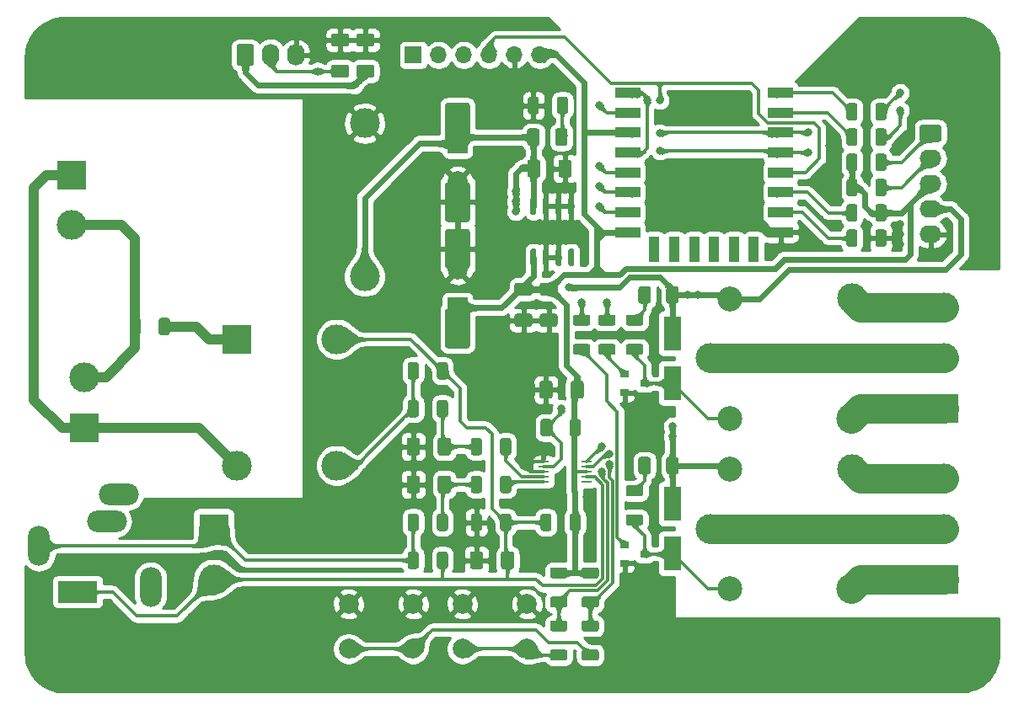
<source format=gtl>
%TF.GenerationSoftware,KiCad,Pcbnew,(5.1.10)-1*%
%TF.CreationDate,2021-10-14T01:28:28-03:00*%
%TF.ProjectId,kicad,6b696361-642e-46b6-9963-61645f706362,rev?*%
%TF.SameCoordinates,Original*%
%TF.FileFunction,Copper,L1,Top*%
%TF.FilePolarity,Positive*%
%FSLAX46Y46*%
G04 Gerber Fmt 4.6, Leading zero omitted, Abs format (unit mm)*
G04 Created by KiCad (PCBNEW (5.1.10)-1) date 2021-10-14 01:28:28*
%MOMM*%
%LPD*%
G01*
G04 APERTURE LIST*
%TA.AperFunction,ComponentPad*%
%ADD10O,2.200000X4.000000*%
%TD*%
%TA.AperFunction,ComponentPad*%
%ADD11O,4.000000X2.200000*%
%TD*%
%TA.AperFunction,ComponentPad*%
%ADD12R,4.000000X2.200000*%
%TD*%
%TA.AperFunction,ComponentPad*%
%ADD13C,7.000000*%
%TD*%
%TA.AperFunction,SMDPad,CuDef*%
%ADD14R,0.900000X0.800000*%
%TD*%
%TA.AperFunction,ComponentPad*%
%ADD15C,3.000000*%
%TD*%
%TA.AperFunction,ComponentPad*%
%ADD16R,3.000000X3.000000*%
%TD*%
%TA.AperFunction,ComponentPad*%
%ADD17R,2.000000X2.000000*%
%TD*%
%TA.AperFunction,ComponentPad*%
%ADD18C,2.000000*%
%TD*%
%TA.AperFunction,ComponentPad*%
%ADD19O,1.740000X2.190000*%
%TD*%
%TA.AperFunction,ComponentPad*%
%ADD20O,2.190000X1.740000*%
%TD*%
%TA.AperFunction,SMDPad,CuDef*%
%ADD21R,1.100000X2.500000*%
%TD*%
%TA.AperFunction,SMDPad,CuDef*%
%ADD22R,2.500000X1.100000*%
%TD*%
%TA.AperFunction,SMDPad,CuDef*%
%ADD23R,1.100000X0.250000*%
%TD*%
%TA.AperFunction,ComponentPad*%
%ADD24C,2.500000*%
%TD*%
%TA.AperFunction,ComponentPad*%
%ADD25O,1.700000X1.700000*%
%TD*%
%TA.AperFunction,ComponentPad*%
%ADD26R,1.700000X1.700000*%
%TD*%
%TA.AperFunction,SMDPad,CuDef*%
%ADD27R,1.800000X3.500000*%
%TD*%
%TA.AperFunction,ViaPad*%
%ADD28C,0.800000*%
%TD*%
%TA.AperFunction,Conductor*%
%ADD29C,0.600000*%
%TD*%
%TA.AperFunction,Conductor*%
%ADD30C,0.310000*%
%TD*%
%TA.AperFunction,Conductor*%
%ADD31C,1.000000*%
%TD*%
%TA.AperFunction,Conductor*%
%ADD32C,3.000000*%
%TD*%
%TA.AperFunction,Conductor*%
%ADD33C,0.254000*%
%TD*%
%TA.AperFunction,Conductor*%
%ADD34C,0.100000*%
%TD*%
%TA.AperFunction,Conductor*%
%ADD35C,0.025400*%
%TD*%
G04 APERTURE END LIST*
D10*
%TO.P,J4,S*%
%TO.N,Net-(J4-PadS)*%
X102465000Y-119225000D03*
D11*
%TO.P,J4,R*%
%TO.N,Net-(J4-PadR)*%
X110465000Y-114025000D03*
%TO.P,J4,RN*%
%TO.N,N/C*%
X109265000Y-116725000D03*
D10*
%TO.P,J4,TN*%
X113665000Y-123325000D03*
D12*
%TO.P,J4,T*%
%TO.N,Net-(C7-Pad1)*%
X106365000Y-123825000D03*
%TD*%
D13*
%TO.P,REF\u002A\u002A,1*%
%TO.N,GND*%
X105000000Y-70000000D03*
%TD*%
%TO.P,REF\u002A\u002A,1*%
%TO.N,GND*%
X195000000Y-70000000D03*
%TD*%
%TO.P,REF\u002A\u002A,1*%
%TO.N,GND*%
X195000000Y-130000000D03*
%TD*%
%TO.P,REF\u002A\u002A,1*%
%TO.N,GND*%
X165000000Y-130000000D03*
%TD*%
%TO.P,REF\u002A\u002A,1*%
%TO.N,GND*%
X105000000Y-130000000D03*
%TD*%
D14*
%TO.P,Q2,3*%
%TO.N,Net-(D5-Pad2)*%
X163290000Y-120015000D03*
%TO.P,Q2,2*%
%TO.N,GND*%
X161290000Y-120965000D03*
%TO.P,Q2,1*%
%TO.N,Net-(Q2-Pad1)*%
X161290000Y-119065000D03*
%TD*%
D15*
%TO.P,J5,2*%
%TO.N,Net-(C7-Pad1)*%
X120015000Y-122555000D03*
D16*
%TO.P,J5,1*%
%TO.N,Net-(J4-PadS)*%
X120015000Y-117475000D03*
%TD*%
D15*
%TO.P,J8,3*%
%TO.N,Net-(J8-Pad3)*%
X193405000Y-112395000D03*
%TO.P,J8,2*%
%TO.N,Net-(J8-Pad2)*%
X193405000Y-117475000D03*
D16*
%TO.P,J8,1*%
%TO.N,Net-(J8-Pad1)*%
X193405000Y-122555000D03*
%TD*%
D15*
%TO.P,PS1,4*%
%TO.N,+5V*%
X135175000Y-92115000D03*
%TO.P,PS1,2*%
%TO.N,Net-(J2-Pad2)*%
X105775000Y-86915000D03*
D16*
%TO.P,PS1,1*%
%TO.N,Net-(J2-Pad1)*%
X105775000Y-81915000D03*
D15*
%TO.P,PS1,3*%
%TO.N,GND*%
X135175000Y-76715000D03*
%TD*%
%TO.P,T1,3*%
%TO.N,Net-(R10-Pad2)*%
X132365000Y-111125000D03*
%TO.P,T1,2*%
%TO.N,Net-(J2-Pad1)*%
X122365000Y-111125000D03*
%TO.P,T1,4*%
%TO.N,Net-(C7-Pad1)*%
X132365000Y-98425000D03*
D16*
%TO.P,T1,1*%
%TO.N,Net-(R3-Pad1)*%
X122365000Y-98425000D03*
%TD*%
%TO.P,R11,2*%
%TO.N,Net-(J4-PadS)*%
%TA.AperFunction,SMDPad,CuDef*%
G36*
G01*
X140627500Y-116214998D02*
X140627500Y-117465002D01*
G75*
G02*
X140377502Y-117715000I-249998J0D01*
G01*
X139752498Y-117715000D01*
G75*
G02*
X139502500Y-117465002I0J249998D01*
G01*
X139502500Y-116214998D01*
G75*
G02*
X139752498Y-115965000I249998J0D01*
G01*
X140377502Y-115965000D01*
G75*
G02*
X140627500Y-116214998I0J-249998D01*
G01*
G37*
%TD.AperFunction*%
%TO.P,R11,1*%
%TO.N,Net-(C5-Pad1)*%
%TA.AperFunction,SMDPad,CuDef*%
G36*
G01*
X143552500Y-116214998D02*
X143552500Y-117465002D01*
G75*
G02*
X143302502Y-117715000I-249998J0D01*
G01*
X142677498Y-117715000D01*
G75*
G02*
X142427500Y-117465002I0J249998D01*
G01*
X142427500Y-116214998D01*
G75*
G02*
X142677498Y-115965000I249998J0D01*
G01*
X143302502Y-115965000D01*
G75*
G02*
X143552500Y-116214998I0J-249998D01*
G01*
G37*
%TD.AperFunction*%
%TD*%
%TO.P,R10,2*%
%TO.N,Net-(R10-Pad2)*%
%TA.AperFunction,SMDPad,CuDef*%
G36*
G01*
X140627500Y-104784998D02*
X140627500Y-106035002D01*
G75*
G02*
X140377502Y-106285000I-249998J0D01*
G01*
X139752498Y-106285000D01*
G75*
G02*
X139502500Y-106035002I0J249998D01*
G01*
X139502500Y-104784998D01*
G75*
G02*
X139752498Y-104535000I249998J0D01*
G01*
X140377502Y-104535000D01*
G75*
G02*
X140627500Y-104784998I0J-249998D01*
G01*
G37*
%TD.AperFunction*%
%TO.P,R10,1*%
%TO.N,Net-(C4-Pad1)*%
%TA.AperFunction,SMDPad,CuDef*%
G36*
G01*
X143552500Y-104784998D02*
X143552500Y-106035002D01*
G75*
G02*
X143302502Y-106285000I-249998J0D01*
G01*
X142677498Y-106285000D01*
G75*
G02*
X142427500Y-106035002I0J249998D01*
G01*
X142427500Y-104784998D01*
G75*
G02*
X142677498Y-104535000I249998J0D01*
G01*
X143302502Y-104535000D01*
G75*
G02*
X143552500Y-104784998I0J-249998D01*
G01*
G37*
%TD.AperFunction*%
%TD*%
%TO.P,R13,2*%
%TO.N,Net-(C5-Pad1)*%
%TA.AperFunction,SMDPad,CuDef*%
G36*
G01*
X146977500Y-112404998D02*
X146977500Y-113655002D01*
G75*
G02*
X146727502Y-113905000I-249998J0D01*
G01*
X146102498Y-113905000D01*
G75*
G02*
X145852500Y-113655002I0J249998D01*
G01*
X145852500Y-112404998D01*
G75*
G02*
X146102498Y-112155000I249998J0D01*
G01*
X146727502Y-112155000D01*
G75*
G02*
X146977500Y-112404998I0J-249998D01*
G01*
G37*
%TD.AperFunction*%
%TO.P,R13,1*%
%TO.N,Net-(R13-Pad1)*%
%TA.AperFunction,SMDPad,CuDef*%
G36*
G01*
X149902500Y-112404998D02*
X149902500Y-113655002D01*
G75*
G02*
X149652502Y-113905000I-249998J0D01*
G01*
X149027498Y-113905000D01*
G75*
G02*
X148777500Y-113655002I0J249998D01*
G01*
X148777500Y-112404998D01*
G75*
G02*
X149027498Y-112155000I249998J0D01*
G01*
X149652502Y-112155000D01*
G75*
G02*
X149902500Y-112404998I0J-249998D01*
G01*
G37*
%TD.AperFunction*%
%TD*%
%TO.P,R12,2*%
%TO.N,Net-(C4-Pad1)*%
%TA.AperFunction,SMDPad,CuDef*%
G36*
G01*
X146977500Y-108594998D02*
X146977500Y-109845002D01*
G75*
G02*
X146727502Y-110095000I-249998J0D01*
G01*
X146102498Y-110095000D01*
G75*
G02*
X145852500Y-109845002I0J249998D01*
G01*
X145852500Y-108594998D01*
G75*
G02*
X146102498Y-108345000I249998J0D01*
G01*
X146727502Y-108345000D01*
G75*
G02*
X146977500Y-108594998I0J-249998D01*
G01*
G37*
%TD.AperFunction*%
%TO.P,R12,1*%
%TO.N,Net-(R12-Pad1)*%
%TA.AperFunction,SMDPad,CuDef*%
G36*
G01*
X149902500Y-108594998D02*
X149902500Y-109845002D01*
G75*
G02*
X149652502Y-110095000I-249998J0D01*
G01*
X149027498Y-110095000D01*
G75*
G02*
X148777500Y-109845002I0J249998D01*
G01*
X148777500Y-108594998D01*
G75*
G02*
X149027498Y-108345000I249998J0D01*
G01*
X149652502Y-108345000D01*
G75*
G02*
X149902500Y-108594998I0J-249998D01*
G01*
G37*
%TD.AperFunction*%
%TD*%
%TO.P,C4,2*%
%TO.N,GND*%
%TA.AperFunction,SMDPad,CuDef*%
G36*
G01*
X140727500Y-108569998D02*
X140727500Y-109870002D01*
G75*
G02*
X140477502Y-110120000I-249998J0D01*
G01*
X139652498Y-110120000D01*
G75*
G02*
X139402500Y-109870002I0J249998D01*
G01*
X139402500Y-108569998D01*
G75*
G02*
X139652498Y-108320000I249998J0D01*
G01*
X140477502Y-108320000D01*
G75*
G02*
X140727500Y-108569998I0J-249998D01*
G01*
G37*
%TD.AperFunction*%
%TO.P,C4,1*%
%TO.N,Net-(C4-Pad1)*%
%TA.AperFunction,SMDPad,CuDef*%
G36*
G01*
X143852500Y-108569998D02*
X143852500Y-109870002D01*
G75*
G02*
X143602502Y-110120000I-249998J0D01*
G01*
X142777498Y-110120000D01*
G75*
G02*
X142527500Y-109870002I0J249998D01*
G01*
X142527500Y-108569998D01*
G75*
G02*
X142777498Y-108320000I249998J0D01*
G01*
X143602502Y-108320000D01*
G75*
G02*
X143852500Y-108569998I0J-249998D01*
G01*
G37*
%TD.AperFunction*%
%TD*%
%TO.P,C5,2*%
%TO.N,GND*%
%TA.AperFunction,SMDPad,CuDef*%
G36*
G01*
X140727500Y-112379998D02*
X140727500Y-113680002D01*
G75*
G02*
X140477502Y-113930000I-249998J0D01*
G01*
X139652498Y-113930000D01*
G75*
G02*
X139402500Y-113680002I0J249998D01*
G01*
X139402500Y-112379998D01*
G75*
G02*
X139652498Y-112130000I249998J0D01*
G01*
X140477502Y-112130000D01*
G75*
G02*
X140727500Y-112379998I0J-249998D01*
G01*
G37*
%TD.AperFunction*%
%TO.P,C5,1*%
%TO.N,Net-(C5-Pad1)*%
%TA.AperFunction,SMDPad,CuDef*%
G36*
G01*
X143852500Y-112379998D02*
X143852500Y-113680002D01*
G75*
G02*
X143602502Y-113930000I-249998J0D01*
G01*
X142777498Y-113930000D01*
G75*
G02*
X142527500Y-113680002I0J249998D01*
G01*
X142527500Y-112379998D01*
G75*
G02*
X142777498Y-112130000I249998J0D01*
G01*
X143602502Y-112130000D01*
G75*
G02*
X143852500Y-112379998I0J-249998D01*
G01*
G37*
%TD.AperFunction*%
%TD*%
D15*
%TO.P,J2,2*%
%TO.N,Net-(J2-Pad2)*%
X107045000Y-102235000D03*
D16*
%TO.P,J2,1*%
%TO.N,Net-(J2-Pad1)*%
X107045000Y-107315000D03*
%TD*%
D17*
%TO.P,C8,1*%
%TO.N,+3V3*%
X144510000Y-95245000D03*
D18*
%TO.P,C8,2*%
%TO.N,GND*%
X144510000Y-91445000D03*
%TO.P,C8,1*%
%TO.N,+3V3*%
%TA.AperFunction,SMDPad,CuDef*%
G36*
G01*
X145510000Y-99345000D02*
X143510000Y-99345000D01*
G75*
G02*
X143260000Y-99095000I0J250000D01*
G01*
X143260000Y-95595000D01*
G75*
G02*
X143510000Y-95345000I250000J0D01*
G01*
X145510000Y-95345000D01*
G75*
G02*
X145760000Y-95595000I0J-250000D01*
G01*
X145760000Y-99095000D01*
G75*
G02*
X145510000Y-99345000I-250000J0D01*
G01*
G37*
%TD.AperFunction*%
%TO.P,C8,2*%
%TO.N,GND*%
%TA.AperFunction,SMDPad,CuDef*%
G36*
G01*
X145510000Y-91345000D02*
X143510000Y-91345000D01*
G75*
G02*
X143260000Y-91095000I0J250000D01*
G01*
X143260000Y-87595000D01*
G75*
G02*
X143510000Y-87345000I250000J0D01*
G01*
X145510000Y-87345000D01*
G75*
G02*
X145760000Y-87595000I0J-250000D01*
G01*
X145760000Y-91095000D01*
G75*
G02*
X145510000Y-91345000I-250000J0D01*
G01*
G37*
%TD.AperFunction*%
%TD*%
D17*
%TO.P,C3,1*%
%TO.N,+5V*%
X144510000Y-78745000D03*
D18*
%TO.P,C3,2*%
%TO.N,GND*%
X144510000Y-82545000D03*
%TO.P,C3,1*%
%TO.N,+5V*%
%TA.AperFunction,SMDPad,CuDef*%
G36*
G01*
X143510000Y-74645000D02*
X145510000Y-74645000D01*
G75*
G02*
X145760000Y-74895000I0J-250000D01*
G01*
X145760000Y-78395000D01*
G75*
G02*
X145510000Y-78645000I-250000J0D01*
G01*
X143510000Y-78645000D01*
G75*
G02*
X143260000Y-78395000I0J250000D01*
G01*
X143260000Y-74895000D01*
G75*
G02*
X143510000Y-74645000I250000J0D01*
G01*
G37*
%TD.AperFunction*%
%TO.P,C3,2*%
%TO.N,GND*%
%TA.AperFunction,SMDPad,CuDef*%
G36*
G01*
X143510000Y-82645000D02*
X145510000Y-82645000D01*
G75*
G02*
X145760000Y-82895000I0J-250000D01*
G01*
X145760000Y-86395000D01*
G75*
G02*
X145510000Y-86645000I-250000J0D01*
G01*
X143510000Y-86645000D01*
G75*
G02*
X143260000Y-86395000I0J250000D01*
G01*
X143260000Y-82895000D01*
G75*
G02*
X143510000Y-82645000I250000J0D01*
G01*
G37*
%TD.AperFunction*%
%TD*%
%TO.P,C1,2*%
%TO.N,GND*%
%TA.AperFunction,SMDPad,CuDef*%
G36*
G01*
X133365002Y-69022500D02*
X132064998Y-69022500D01*
G75*
G02*
X131815000Y-68772502I0J249998D01*
G01*
X131815000Y-67947498D01*
G75*
G02*
X132064998Y-67697500I249998J0D01*
G01*
X133365002Y-67697500D01*
G75*
G02*
X133615000Y-67947498I0J-249998D01*
G01*
X133615000Y-68772502D01*
G75*
G02*
X133365002Y-69022500I-249998J0D01*
G01*
G37*
%TD.AperFunction*%
%TO.P,C1,1*%
%TO.N,TEMP*%
%TA.AperFunction,SMDPad,CuDef*%
G36*
G01*
X133365002Y-72147500D02*
X132064998Y-72147500D01*
G75*
G02*
X131815000Y-71897502I0J249998D01*
G01*
X131815000Y-71072498D01*
G75*
G02*
X132064998Y-70822500I249998J0D01*
G01*
X133365002Y-70822500D01*
G75*
G02*
X133615000Y-71072498I0J-249998D01*
G01*
X133615000Y-71897502D01*
G75*
G02*
X133365002Y-72147500I-249998J0D01*
G01*
G37*
%TD.AperFunction*%
%TD*%
D19*
%TO.P,J1,3*%
%TO.N,GND*%
X128270000Y-69850000D03*
%TO.P,J1,2*%
%TO.N,TEMP*%
X125730000Y-69850000D03*
%TO.P,J1,1*%
%TO.N,+3V3*%
%TA.AperFunction,ComponentPad*%
G36*
G01*
X122320000Y-70695001D02*
X122320000Y-69004999D01*
G75*
G02*
X122569999Y-68755000I249999J0D01*
G01*
X123810001Y-68755000D01*
G75*
G02*
X124060000Y-69004999I0J-249999D01*
G01*
X124060000Y-70695001D01*
G75*
G02*
X123810001Y-70945000I-249999J0D01*
G01*
X122569999Y-70945000D01*
G75*
G02*
X122320000Y-70695001I0J249999D01*
G01*
G37*
%TD.AperFunction*%
%TD*%
D20*
%TO.P,J3,5*%
%TO.N,GND*%
X192024000Y-87884000D03*
%TO.P,J3,4*%
%TO.N,+5V*%
X192024000Y-85344000D03*
%TO.P,J3,3*%
%TO.N,+3V3*%
X192024000Y-82804000D03*
%TO.P,J3,2*%
%TO.N,SDA*%
X192024000Y-80264000D03*
%TO.P,J3,1*%
%TO.N,SCL*%
%TA.AperFunction,ComponentPad*%
G36*
G01*
X191178999Y-76854000D02*
X192869001Y-76854000D01*
G75*
G02*
X193119000Y-77103999I0J-249999D01*
G01*
X193119000Y-78344001D01*
G75*
G02*
X192869001Y-78594000I-249999J0D01*
G01*
X191178999Y-78594000D01*
G75*
G02*
X190929000Y-78344001I0J249999D01*
G01*
X190929000Y-77103999D01*
G75*
G02*
X191178999Y-76854000I249999J0D01*
G01*
G37*
%TD.AperFunction*%
%TD*%
%TO.P,R25,2*%
%TO.N,GND*%
%TA.AperFunction,SMDPad,CuDef*%
G36*
G01*
X186492500Y-88890002D02*
X186492500Y-87639998D01*
G75*
G02*
X186742498Y-87390000I249998J0D01*
G01*
X187367502Y-87390000D01*
G75*
G02*
X187617500Y-87639998I0J-249998D01*
G01*
X187617500Y-88890002D01*
G75*
G02*
X187367502Y-89140000I-249998J0D01*
G01*
X186742498Y-89140000D01*
G75*
G02*
X186492500Y-88890002I0J249998D01*
G01*
G37*
%TD.AperFunction*%
%TO.P,R25,1*%
%TO.N,Net-(R25-Pad1)*%
%TA.AperFunction,SMDPad,CuDef*%
G36*
G01*
X183567500Y-88890002D02*
X183567500Y-87639998D01*
G75*
G02*
X183817498Y-87390000I249998J0D01*
G01*
X184442502Y-87390000D01*
G75*
G02*
X184692500Y-87639998I0J-249998D01*
G01*
X184692500Y-88890002D01*
G75*
G02*
X184442502Y-89140000I-249998J0D01*
G01*
X183817498Y-89140000D01*
G75*
G02*
X183567500Y-88890002I0J249998D01*
G01*
G37*
%TD.AperFunction*%
%TD*%
%TO.P,R24,2*%
%TO.N,Net-(R24-Pad2)*%
%TA.AperFunction,SMDPad,CuDef*%
G36*
G01*
X184692500Y-85099998D02*
X184692500Y-86350002D01*
G75*
G02*
X184442502Y-86600000I-249998J0D01*
G01*
X183817498Y-86600000D01*
G75*
G02*
X183567500Y-86350002I0J249998D01*
G01*
X183567500Y-85099998D01*
G75*
G02*
X183817498Y-84850000I249998J0D01*
G01*
X184442502Y-84850000D01*
G75*
G02*
X184692500Y-85099998I0J-249998D01*
G01*
G37*
%TD.AperFunction*%
%TO.P,R24,1*%
%TO.N,+3V3*%
%TA.AperFunction,SMDPad,CuDef*%
G36*
G01*
X187617500Y-85099998D02*
X187617500Y-86350002D01*
G75*
G02*
X187367502Y-86600000I-249998J0D01*
G01*
X186742498Y-86600000D01*
G75*
G02*
X186492500Y-86350002I0J249998D01*
G01*
X186492500Y-85099998D01*
G75*
G02*
X186742498Y-84850000I249998J0D01*
G01*
X187367502Y-84850000D01*
G75*
G02*
X187617500Y-85099998I0J-249998D01*
G01*
G37*
%TD.AperFunction*%
%TD*%
%TO.P,R23,2*%
%TO.N,RELAY_2*%
%TA.AperFunction,SMDPad,CuDef*%
G36*
G01*
X157597002Y-97082500D02*
X156346998Y-97082500D01*
G75*
G02*
X156097000Y-96832502I0J249998D01*
G01*
X156097000Y-96207498D01*
G75*
G02*
X156346998Y-95957500I249998J0D01*
G01*
X157597002Y-95957500D01*
G75*
G02*
X157847000Y-96207498I0J-249998D01*
G01*
X157847000Y-96832502D01*
G75*
G02*
X157597002Y-97082500I-249998J0D01*
G01*
G37*
%TD.AperFunction*%
%TO.P,R23,1*%
%TO.N,Net-(Q2-Pad1)*%
%TA.AperFunction,SMDPad,CuDef*%
G36*
G01*
X157597002Y-100007500D02*
X156346998Y-100007500D01*
G75*
G02*
X156097000Y-99757502I0J249998D01*
G01*
X156097000Y-99132498D01*
G75*
G02*
X156346998Y-98882500I249998J0D01*
G01*
X157597002Y-98882500D01*
G75*
G02*
X157847000Y-99132498I0J-249998D01*
G01*
X157847000Y-99757502D01*
G75*
G02*
X157597002Y-100007500I-249998J0D01*
G01*
G37*
%TD.AperFunction*%
%TD*%
%TO.P,R22,2*%
%TO.N,RELAY_1*%
%TA.AperFunction,SMDPad,CuDef*%
G36*
G01*
X160137002Y-97082500D02*
X158886998Y-97082500D01*
G75*
G02*
X158637000Y-96832502I0J249998D01*
G01*
X158637000Y-96207498D01*
G75*
G02*
X158886998Y-95957500I249998J0D01*
G01*
X160137002Y-95957500D01*
G75*
G02*
X160387000Y-96207498I0J-249998D01*
G01*
X160387000Y-96832502D01*
G75*
G02*
X160137002Y-97082500I-249998J0D01*
G01*
G37*
%TD.AperFunction*%
%TO.P,R22,1*%
%TO.N,Net-(Q1-Pad1)*%
%TA.AperFunction,SMDPad,CuDef*%
G36*
G01*
X160137002Y-100007500D02*
X158886998Y-100007500D01*
G75*
G02*
X158637000Y-99757502I0J249998D01*
G01*
X158637000Y-99132498D01*
G75*
G02*
X158886998Y-98882500I249998J0D01*
G01*
X160137002Y-98882500D01*
G75*
G02*
X160387000Y-99132498I0J-249998D01*
G01*
X160387000Y-99757502D01*
G75*
G02*
X160137002Y-100007500I-249998J0D01*
G01*
G37*
%TD.AperFunction*%
%TD*%
%TO.P,R21,2*%
%TO.N,Net-(D5-Pad2)*%
%TA.AperFunction,SMDPad,CuDef*%
G36*
G01*
X161664998Y-116027500D02*
X162915002Y-116027500D01*
G75*
G02*
X163165000Y-116277498I0J-249998D01*
G01*
X163165000Y-116902502D01*
G75*
G02*
X162915002Y-117152500I-249998J0D01*
G01*
X161664998Y-117152500D01*
G75*
G02*
X161415000Y-116902502I0J249998D01*
G01*
X161415000Y-116277498D01*
G75*
G02*
X161664998Y-116027500I249998J0D01*
G01*
G37*
%TD.AperFunction*%
%TO.P,R21,1*%
%TO.N,Net-(D3-Pad1)*%
%TA.AperFunction,SMDPad,CuDef*%
G36*
G01*
X161664998Y-113102500D02*
X162915002Y-113102500D01*
G75*
G02*
X163165000Y-113352498I0J-249998D01*
G01*
X163165000Y-113977502D01*
G75*
G02*
X162915002Y-114227500I-249998J0D01*
G01*
X161664998Y-114227500D01*
G75*
G02*
X161415000Y-113977502I0J249998D01*
G01*
X161415000Y-113352498D01*
G75*
G02*
X161664998Y-113102500I249998J0D01*
G01*
G37*
%TD.AperFunction*%
%TD*%
%TO.P,R20,2*%
%TO.N,Net-(D4-Pad2)*%
%TA.AperFunction,SMDPad,CuDef*%
G36*
G01*
X161664998Y-98882500D02*
X162915002Y-98882500D01*
G75*
G02*
X163165000Y-99132498I0J-249998D01*
G01*
X163165000Y-99757502D01*
G75*
G02*
X162915002Y-100007500I-249998J0D01*
G01*
X161664998Y-100007500D01*
G75*
G02*
X161415000Y-99757502I0J249998D01*
G01*
X161415000Y-99132498D01*
G75*
G02*
X161664998Y-98882500I249998J0D01*
G01*
G37*
%TD.AperFunction*%
%TO.P,R20,1*%
%TO.N,Net-(D2-Pad1)*%
%TA.AperFunction,SMDPad,CuDef*%
G36*
G01*
X161664998Y-95957500D02*
X162915002Y-95957500D01*
G75*
G02*
X163165000Y-96207498I0J-249998D01*
G01*
X163165000Y-96832502D01*
G75*
G02*
X162915002Y-97082500I-249998J0D01*
G01*
X161664998Y-97082500D01*
G75*
G02*
X161415000Y-96832502I0J249998D01*
G01*
X161415000Y-96207498D01*
G75*
G02*
X161664998Y-95957500I249998J0D01*
G01*
G37*
%TD.AperFunction*%
%TD*%
%TO.P,R19,2*%
%TO.N,GND*%
%TA.AperFunction,SMDPad,CuDef*%
G36*
G01*
X146977500Y-116214998D02*
X146977500Y-117465002D01*
G75*
G02*
X146727502Y-117715000I-249998J0D01*
G01*
X146102498Y-117715000D01*
G75*
G02*
X145852500Y-117465002I0J249998D01*
G01*
X145852500Y-116214998D01*
G75*
G02*
X146102498Y-115965000I249998J0D01*
G01*
X146727502Y-115965000D01*
G75*
G02*
X146977500Y-116214998I0J-249998D01*
G01*
G37*
%TD.AperFunction*%
%TO.P,R19,1*%
%TO.N,Net-(C7-Pad1)*%
%TA.AperFunction,SMDPad,CuDef*%
G36*
G01*
X149902500Y-116214998D02*
X149902500Y-117465002D01*
G75*
G02*
X149652502Y-117715000I-249998J0D01*
G01*
X149027498Y-117715000D01*
G75*
G02*
X148777500Y-117465002I0J249998D01*
G01*
X148777500Y-116214998D01*
G75*
G02*
X149027498Y-115965000I249998J0D01*
G01*
X149652502Y-115965000D01*
G75*
G02*
X149902500Y-116214998I0J-249998D01*
G01*
G37*
%TD.AperFunction*%
%TD*%
%TO.P,R18,2*%
%TO.N,Net-(C7-Pad1)*%
%TA.AperFunction,SMDPad,CuDef*%
G36*
G01*
X153962500Y-116214998D02*
X153962500Y-117465002D01*
G75*
G02*
X153712502Y-117715000I-249998J0D01*
G01*
X153087498Y-117715000D01*
G75*
G02*
X152837500Y-117465002I0J249998D01*
G01*
X152837500Y-116214998D01*
G75*
G02*
X153087498Y-115965000I249998J0D01*
G01*
X153712502Y-115965000D01*
G75*
G02*
X153962500Y-116214998I0J-249998D01*
G01*
G37*
%TD.AperFunction*%
%TO.P,R18,1*%
%TO.N,+3V3*%
%TA.AperFunction,SMDPad,CuDef*%
G36*
G01*
X156887500Y-116214998D02*
X156887500Y-117465002D01*
G75*
G02*
X156637502Y-117715000I-249998J0D01*
G01*
X156012498Y-117715000D01*
G75*
G02*
X155762500Y-117465002I0J249998D01*
G01*
X155762500Y-116214998D01*
G75*
G02*
X156012498Y-115965000I249998J0D01*
G01*
X156637502Y-115965000D01*
G75*
G02*
X156887500Y-116214998I0J-249998D01*
G01*
G37*
%TD.AperFunction*%
%TD*%
%TO.P,C11,2*%
%TO.N,GND*%
%TA.AperFunction,SMDPad,CuDef*%
G36*
G01*
X153019998Y-95857500D02*
X154320002Y-95857500D01*
G75*
G02*
X154570000Y-96107498I0J-249998D01*
G01*
X154570000Y-96932502D01*
G75*
G02*
X154320002Y-97182500I-249998J0D01*
G01*
X153019998Y-97182500D01*
G75*
G02*
X152770000Y-96932502I0J249998D01*
G01*
X152770000Y-96107498D01*
G75*
G02*
X153019998Y-95857500I249998J0D01*
G01*
G37*
%TD.AperFunction*%
%TO.P,C11,1*%
%TO.N,+3V3*%
%TA.AperFunction,SMDPad,CuDef*%
G36*
G01*
X153019998Y-92732500D02*
X154320002Y-92732500D01*
G75*
G02*
X154570000Y-92982498I0J-249998D01*
G01*
X154570000Y-93807502D01*
G75*
G02*
X154320002Y-94057500I-249998J0D01*
G01*
X153019998Y-94057500D01*
G75*
G02*
X152770000Y-93807502I0J249998D01*
G01*
X152770000Y-92982498D01*
G75*
G02*
X153019998Y-92732500I249998J0D01*
G01*
G37*
%TD.AperFunction*%
%TD*%
%TO.P,C10,2*%
%TO.N,GND*%
%TA.AperFunction,SMDPad,CuDef*%
G36*
G01*
X150479998Y-95857500D02*
X151780002Y-95857500D01*
G75*
G02*
X152030000Y-96107498I0J-249998D01*
G01*
X152030000Y-96932502D01*
G75*
G02*
X151780002Y-97182500I-249998J0D01*
G01*
X150479998Y-97182500D01*
G75*
G02*
X150230000Y-96932502I0J249998D01*
G01*
X150230000Y-96107498D01*
G75*
G02*
X150479998Y-95857500I249998J0D01*
G01*
G37*
%TD.AperFunction*%
%TO.P,C10,1*%
%TO.N,+3V3*%
%TA.AperFunction,SMDPad,CuDef*%
G36*
G01*
X150479998Y-92732500D02*
X151780002Y-92732500D01*
G75*
G02*
X152030000Y-92982498I0J-249998D01*
G01*
X152030000Y-93807502D01*
G75*
G02*
X151780002Y-94057500I-249998J0D01*
G01*
X150479998Y-94057500D01*
G75*
G02*
X150230000Y-93807502I0J249998D01*
G01*
X150230000Y-92982498D01*
G75*
G02*
X150479998Y-92732500I249998J0D01*
G01*
G37*
%TD.AperFunction*%
%TD*%
D21*
%TO.P,U3,22*%
%TO.N,Net-(U3-Pad22)*%
X174280000Y-89360000D03*
%TO.P,U3,21*%
%TO.N,Net-(U3-Pad21)*%
X172280000Y-89360000D03*
%TO.P,U3,20*%
%TO.N,Net-(U3-Pad20)*%
X170280000Y-89360000D03*
%TO.P,U3,19*%
%TO.N,Net-(U3-Pad19)*%
X168280000Y-89360000D03*
%TO.P,U3,18*%
%TO.N,Net-(U3-Pad18)*%
X166280000Y-89360000D03*
%TO.P,U3,17*%
%TO.N,Net-(U3-Pad17)*%
X164280000Y-89360000D03*
D22*
%TO.P,U3,16*%
%TO.N,TXD0*%
X176990000Y-73660000D03*
%TO.P,U3,15*%
%TO.N,RXD0*%
X176990000Y-75660000D03*
%TO.P,U3,14*%
%TO.N,SCL*%
X176990000Y-77660000D03*
%TO.P,U3,13*%
%TO.N,SDA*%
X176990000Y-79660000D03*
%TO.P,U3,12*%
%TO.N,GPIO0*%
X176990000Y-81660000D03*
%TO.P,U3,11*%
%TO.N,Net-(R24-Pad2)*%
X176990000Y-83660000D03*
%TO.P,U3,10*%
%TO.N,Net-(R25-Pad1)*%
X176990000Y-85660000D03*
%TO.P,U3,9*%
%TO.N,GND*%
X176990000Y-87660000D03*
%TO.P,U3,8*%
%TO.N,+3V3*%
X161590000Y-87660000D03*
%TO.P,U3,7*%
%TO.N,RDY*%
X161590000Y-85660000D03*
%TO.P,U3,6*%
%TO.N,RELAY_2*%
X161590000Y-83660000D03*
%TO.P,U3,5*%
%TO.N,RELAY_1*%
X161590000Y-81660000D03*
%TO.P,U3,4*%
%TO.N,RESET*%
X161590000Y-79660000D03*
%TO.P,U3,3*%
%TO.N,+3V3*%
X161590000Y-77660000D03*
%TO.P,U3,2*%
%TO.N,TEMP*%
X161590000Y-75660000D03*
%TO.P,U3,1*%
%TO.N,RESET*%
X161590000Y-73660000D03*
%TD*%
D23*
%TO.P,U2,10*%
%TO.N,SCL*%
X157455000Y-110760000D03*
%TO.P,U2,9*%
%TO.N,SDA*%
X157455000Y-111260000D03*
%TO.P,U2,8*%
%TO.N,+3V3*%
X157455000Y-111760000D03*
%TO.P,U2,7*%
%TO.N,Net-(C7-Pad1)*%
X157455000Y-112260000D03*
%TO.P,U2,6*%
%TO.N,Net-(U2-Pad6)*%
X157455000Y-112760000D03*
%TO.P,U2,5*%
%TO.N,Net-(R13-Pad1)*%
X153155000Y-112760000D03*
%TO.P,U2,4*%
%TO.N,Net-(R12-Pad1)*%
X153155000Y-112260000D03*
%TO.P,U2,3*%
%TO.N,GND*%
X153155000Y-111760000D03*
%TO.P,U2,2*%
%TO.N,RDY*%
X153155000Y-111260000D03*
%TO.P,U2,1*%
%TO.N,GND*%
X153155000Y-110760000D03*
%TD*%
%TO.P,U1,8*%
%TO.N,+5V*%
%TA.AperFunction,SMDPad,CuDef*%
G36*
G01*
X152280000Y-85930000D02*
X151980000Y-85930000D01*
G75*
G02*
X151830000Y-85780000I0J150000D01*
G01*
X151830000Y-84330000D01*
G75*
G02*
X151980000Y-84180000I150000J0D01*
G01*
X152280000Y-84180000D01*
G75*
G02*
X152430000Y-84330000I0J-150000D01*
G01*
X152430000Y-85780000D01*
G75*
G02*
X152280000Y-85930000I-150000J0D01*
G01*
G37*
%TD.AperFunction*%
%TO.P,U1,7*%
%TO.N,GND*%
%TA.AperFunction,SMDPad,CuDef*%
G36*
G01*
X153550000Y-85930000D02*
X153250000Y-85930000D01*
G75*
G02*
X153100000Y-85780000I0J150000D01*
G01*
X153100000Y-84330000D01*
G75*
G02*
X153250000Y-84180000I150000J0D01*
G01*
X153550000Y-84180000D01*
G75*
G02*
X153700000Y-84330000I0J-150000D01*
G01*
X153700000Y-85780000D01*
G75*
G02*
X153550000Y-85930000I-150000J0D01*
G01*
G37*
%TD.AperFunction*%
%TO.P,U1,6*%
%TA.AperFunction,SMDPad,CuDef*%
G36*
G01*
X154820000Y-85930000D02*
X154520000Y-85930000D01*
G75*
G02*
X154370000Y-85780000I0J150000D01*
G01*
X154370000Y-84330000D01*
G75*
G02*
X154520000Y-84180000I150000J0D01*
G01*
X154820000Y-84180000D01*
G75*
G02*
X154970000Y-84330000I0J-150000D01*
G01*
X154970000Y-85780000D01*
G75*
G02*
X154820000Y-85930000I-150000J0D01*
G01*
G37*
%TD.AperFunction*%
%TO.P,U1,5*%
%TA.AperFunction,SMDPad,CuDef*%
G36*
G01*
X156090000Y-85930000D02*
X155790000Y-85930000D01*
G75*
G02*
X155640000Y-85780000I0J150000D01*
G01*
X155640000Y-84330000D01*
G75*
G02*
X155790000Y-84180000I150000J0D01*
G01*
X156090000Y-84180000D01*
G75*
G02*
X156240000Y-84330000I0J-150000D01*
G01*
X156240000Y-85780000D01*
G75*
G02*
X156090000Y-85930000I-150000J0D01*
G01*
G37*
%TD.AperFunction*%
%TO.P,U1,4*%
%TO.N,Net-(U1-Pad4)*%
%TA.AperFunction,SMDPad,CuDef*%
G36*
G01*
X156090000Y-91080000D02*
X155790000Y-91080000D01*
G75*
G02*
X155640000Y-90930000I0J150000D01*
G01*
X155640000Y-89480000D01*
G75*
G02*
X155790000Y-89330000I150000J0D01*
G01*
X156090000Y-89330000D01*
G75*
G02*
X156240000Y-89480000I0J-150000D01*
G01*
X156240000Y-90930000D01*
G75*
G02*
X156090000Y-91080000I-150000J0D01*
G01*
G37*
%TD.AperFunction*%
%TO.P,U1,3*%
%TO.N,GND*%
%TA.AperFunction,SMDPad,CuDef*%
G36*
G01*
X154820000Y-91080000D02*
X154520000Y-91080000D01*
G75*
G02*
X154370000Y-90930000I0J150000D01*
G01*
X154370000Y-89480000D01*
G75*
G02*
X154520000Y-89330000I150000J0D01*
G01*
X154820000Y-89330000D01*
G75*
G02*
X154970000Y-89480000I0J-150000D01*
G01*
X154970000Y-90930000D01*
G75*
G02*
X154820000Y-91080000I-150000J0D01*
G01*
G37*
%TD.AperFunction*%
%TO.P,U1,2*%
%TA.AperFunction,SMDPad,CuDef*%
G36*
G01*
X153550000Y-91080000D02*
X153250000Y-91080000D01*
G75*
G02*
X153100000Y-90930000I0J150000D01*
G01*
X153100000Y-89480000D01*
G75*
G02*
X153250000Y-89330000I150000J0D01*
G01*
X153550000Y-89330000D01*
G75*
G02*
X153700000Y-89480000I0J-150000D01*
G01*
X153700000Y-90930000D01*
G75*
G02*
X153550000Y-91080000I-150000J0D01*
G01*
G37*
%TD.AperFunction*%
%TO.P,U1,1*%
%TO.N,+3V3*%
%TA.AperFunction,SMDPad,CuDef*%
G36*
G01*
X152280000Y-91080000D02*
X151980000Y-91080000D01*
G75*
G02*
X151830000Y-90930000I0J150000D01*
G01*
X151830000Y-89480000D01*
G75*
G02*
X151980000Y-89330000I150000J0D01*
G01*
X152280000Y-89330000D01*
G75*
G02*
X152430000Y-89480000I0J-150000D01*
G01*
X152430000Y-90930000D01*
G75*
G02*
X152280000Y-91080000I-150000J0D01*
G01*
G37*
%TD.AperFunction*%
%TD*%
D18*
%TO.P,SW1,1*%
%TO.N,GND*%
X151495000Y-125040000D03*
%TO.P,SW1,2*%
%TO.N,Net-(R6-Pad2)*%
X151495000Y-129540000D03*
%TO.P,SW1,1*%
%TO.N,GND*%
X144995000Y-125040000D03*
%TO.P,SW1,2*%
%TO.N,Net-(R6-Pad2)*%
X144995000Y-129540000D03*
%TD*%
%TO.P,R9,2*%
%TO.N,GPIO0*%
%TA.AperFunction,SMDPad,CuDef*%
G36*
G01*
X157219998Y-124282500D02*
X158470002Y-124282500D01*
G75*
G02*
X158720000Y-124532498I0J-249998D01*
G01*
X158720000Y-125157502D01*
G75*
G02*
X158470002Y-125407500I-249998J0D01*
G01*
X157219998Y-125407500D01*
G75*
G02*
X156970000Y-125157502I0J249998D01*
G01*
X156970000Y-124532498D01*
G75*
G02*
X157219998Y-124282500I249998J0D01*
G01*
G37*
%TD.AperFunction*%
%TO.P,R9,1*%
%TO.N,+3V3*%
%TA.AperFunction,SMDPad,CuDef*%
G36*
G01*
X157219998Y-121357500D02*
X158470002Y-121357500D01*
G75*
G02*
X158720000Y-121607498I0J-249998D01*
G01*
X158720000Y-122232502D01*
G75*
G02*
X158470002Y-122482500I-249998J0D01*
G01*
X157219998Y-122482500D01*
G75*
G02*
X156970000Y-122232502I0J249998D01*
G01*
X156970000Y-121607498D01*
G75*
G02*
X157219998Y-121357500I249998J0D01*
G01*
G37*
%TD.AperFunction*%
%TD*%
%TO.P,R6,2*%
%TO.N,Net-(R6-Pad2)*%
%TA.AperFunction,SMDPad,CuDef*%
G36*
G01*
X154044998Y-129612500D02*
X155295002Y-129612500D01*
G75*
G02*
X155545000Y-129862498I0J-249998D01*
G01*
X155545000Y-130487502D01*
G75*
G02*
X155295002Y-130737500I-249998J0D01*
G01*
X154044998Y-130737500D01*
G75*
G02*
X153795000Y-130487502I0J249998D01*
G01*
X153795000Y-129862498D01*
G75*
G02*
X154044998Y-129612500I249998J0D01*
G01*
G37*
%TD.AperFunction*%
%TO.P,R6,1*%
%TO.N,RESET*%
%TA.AperFunction,SMDPad,CuDef*%
G36*
G01*
X154044998Y-126687500D02*
X155295002Y-126687500D01*
G75*
G02*
X155545000Y-126937498I0J-249998D01*
G01*
X155545000Y-127562502D01*
G75*
G02*
X155295002Y-127812500I-249998J0D01*
G01*
X154044998Y-127812500D01*
G75*
G02*
X153795000Y-127562502I0J249998D01*
G01*
X153795000Y-126937498D01*
G75*
G02*
X154044998Y-126687500I249998J0D01*
G01*
G37*
%TD.AperFunction*%
%TD*%
%TO.P,R5,2*%
%TO.N,Net-(C7-Pad1)*%
%TA.AperFunction,SMDPad,CuDef*%
G36*
G01*
X142427500Y-121275002D02*
X142427500Y-120024998D01*
G75*
G02*
X142677498Y-119775000I249998J0D01*
G01*
X143302502Y-119775000D01*
G75*
G02*
X143552500Y-120024998I0J-249998D01*
G01*
X143552500Y-121275002D01*
G75*
G02*
X143302502Y-121525000I-249998J0D01*
G01*
X142677498Y-121525000D01*
G75*
G02*
X142427500Y-121275002I0J249998D01*
G01*
G37*
%TD.AperFunction*%
%TO.P,R5,1*%
%TO.N,Net-(J4-PadS)*%
%TA.AperFunction,SMDPad,CuDef*%
G36*
G01*
X139502500Y-121275002D02*
X139502500Y-120024998D01*
G75*
G02*
X139752498Y-119775000I249998J0D01*
G01*
X140377502Y-119775000D01*
G75*
G02*
X140627500Y-120024998I0J-249998D01*
G01*
X140627500Y-121275002D01*
G75*
G02*
X140377502Y-121525000I-249998J0D01*
G01*
X139752498Y-121525000D01*
G75*
G02*
X139502500Y-121275002I0J249998D01*
G01*
G37*
%TD.AperFunction*%
%TD*%
%TO.P,R17,2*%
%TO.N,RDY*%
%TA.AperFunction,SMDPad,CuDef*%
G36*
G01*
X153962500Y-106689998D02*
X153962500Y-107940002D01*
G75*
G02*
X153712502Y-108190000I-249998J0D01*
G01*
X153087498Y-108190000D01*
G75*
G02*
X152837500Y-107940002I0J249998D01*
G01*
X152837500Y-106689998D01*
G75*
G02*
X153087498Y-106440000I249998J0D01*
G01*
X153712502Y-106440000D01*
G75*
G02*
X153962500Y-106689998I0J-249998D01*
G01*
G37*
%TD.AperFunction*%
%TO.P,R17,1*%
%TO.N,+3V3*%
%TA.AperFunction,SMDPad,CuDef*%
G36*
G01*
X156887500Y-106689998D02*
X156887500Y-107940002D01*
G75*
G02*
X156637502Y-108190000I-249998J0D01*
G01*
X156012498Y-108190000D01*
G75*
G02*
X155762500Y-107940002I0J249998D01*
G01*
X155762500Y-106689998D01*
G75*
G02*
X156012498Y-106440000I249998J0D01*
G01*
X156637502Y-106440000D01*
G75*
G02*
X156887500Y-106689998I0J-249998D01*
G01*
G37*
%TD.AperFunction*%
%TD*%
%TO.P,R15,2*%
%TO.N,Net-(J6-Pad2)*%
%TA.AperFunction,SMDPad,CuDef*%
G36*
G01*
X186492500Y-76190002D02*
X186492500Y-74939998D01*
G75*
G02*
X186742498Y-74690000I249998J0D01*
G01*
X187367502Y-74690000D01*
G75*
G02*
X187617500Y-74939998I0J-249998D01*
G01*
X187617500Y-76190002D01*
G75*
G02*
X187367502Y-76440000I-249998J0D01*
G01*
X186742498Y-76440000D01*
G75*
G02*
X186492500Y-76190002I0J249998D01*
G01*
G37*
%TD.AperFunction*%
%TO.P,R15,1*%
%TO.N,TXD0*%
%TA.AperFunction,SMDPad,CuDef*%
G36*
G01*
X183567500Y-76190002D02*
X183567500Y-74939998D01*
G75*
G02*
X183817498Y-74690000I249998J0D01*
G01*
X184442502Y-74690000D01*
G75*
G02*
X184692500Y-74939998I0J-249998D01*
G01*
X184692500Y-76190002D01*
G75*
G02*
X184442502Y-76440000I-249998J0D01*
G01*
X183817498Y-76440000D01*
G75*
G02*
X183567500Y-76190002I0J249998D01*
G01*
G37*
%TD.AperFunction*%
%TD*%
%TO.P,R16,2*%
%TO.N,Net-(J6-Pad3)*%
%TA.AperFunction,SMDPad,CuDef*%
G36*
G01*
X186492500Y-78730002D02*
X186492500Y-77479998D01*
G75*
G02*
X186742498Y-77230000I249998J0D01*
G01*
X187367502Y-77230000D01*
G75*
G02*
X187617500Y-77479998I0J-249998D01*
G01*
X187617500Y-78730002D01*
G75*
G02*
X187367502Y-78980000I-249998J0D01*
G01*
X186742498Y-78980000D01*
G75*
G02*
X186492500Y-78730002I0J249998D01*
G01*
G37*
%TD.AperFunction*%
%TO.P,R16,1*%
%TO.N,RXD0*%
%TA.AperFunction,SMDPad,CuDef*%
G36*
G01*
X183567500Y-78730002D02*
X183567500Y-77479998D01*
G75*
G02*
X183817498Y-77230000I249998J0D01*
G01*
X184442502Y-77230000D01*
G75*
G02*
X184692500Y-77479998I0J-249998D01*
G01*
X184692500Y-78730002D01*
G75*
G02*
X184442502Y-78980000I-249998J0D01*
G01*
X183817498Y-78980000D01*
G75*
G02*
X183567500Y-78730002I0J249998D01*
G01*
G37*
%TD.AperFunction*%
%TD*%
%TO.P,SW2,1*%
%TO.N,GND*%
X140065000Y-125040000D03*
%TO.P,SW2,2*%
%TO.N,Net-(R7-Pad2)*%
X140065000Y-129540000D03*
%TO.P,SW2,1*%
%TO.N,GND*%
X133565000Y-125040000D03*
%TO.P,SW2,2*%
%TO.N,Net-(R7-Pad2)*%
X133565000Y-129540000D03*
%TD*%
%TO.P,R3,2*%
%TO.N,Net-(J2-Pad2)*%
%TA.AperFunction,SMDPad,CuDef*%
G36*
G01*
X112687500Y-96529998D02*
X112687500Y-97780002D01*
G75*
G02*
X112437502Y-98030000I-249998J0D01*
G01*
X111812498Y-98030000D01*
G75*
G02*
X111562500Y-97780002I0J249998D01*
G01*
X111562500Y-96529998D01*
G75*
G02*
X111812498Y-96280000I249998J0D01*
G01*
X112437502Y-96280000D01*
G75*
G02*
X112687500Y-96529998I0J-249998D01*
G01*
G37*
%TD.AperFunction*%
%TO.P,R3,1*%
%TO.N,Net-(R3-Pad1)*%
%TA.AperFunction,SMDPad,CuDef*%
G36*
G01*
X115612500Y-96529998D02*
X115612500Y-97780002D01*
G75*
G02*
X115362502Y-98030000I-249998J0D01*
G01*
X114737498Y-98030000D01*
G75*
G02*
X114487500Y-97780002I0J249998D01*
G01*
X114487500Y-96529998D01*
G75*
G02*
X114737498Y-96280000I249998J0D01*
G01*
X115362502Y-96280000D01*
G75*
G02*
X115612500Y-96529998I0J-249998D01*
G01*
G37*
%TD.AperFunction*%
%TD*%
%TO.P,R14,2*%
%TO.N,GND*%
%TA.AperFunction,SMDPad,CuDef*%
G36*
G01*
X152692500Y-74304998D02*
X152692500Y-75555002D01*
G75*
G02*
X152442502Y-75805000I-249998J0D01*
G01*
X151817498Y-75805000D01*
G75*
G02*
X151567500Y-75555002I0J249998D01*
G01*
X151567500Y-74304998D01*
G75*
G02*
X151817498Y-74055000I249998J0D01*
G01*
X152442502Y-74055000D01*
G75*
G02*
X152692500Y-74304998I0J-249998D01*
G01*
G37*
%TD.AperFunction*%
%TO.P,R14,1*%
%TO.N,Net-(D1-Pad1)*%
%TA.AperFunction,SMDPad,CuDef*%
G36*
G01*
X155617500Y-74304998D02*
X155617500Y-75555002D01*
G75*
G02*
X155367502Y-75805000I-249998J0D01*
G01*
X154742498Y-75805000D01*
G75*
G02*
X154492500Y-75555002I0J249998D01*
G01*
X154492500Y-74304998D01*
G75*
G02*
X154742498Y-74055000I249998J0D01*
G01*
X155367502Y-74055000D01*
G75*
G02*
X155617500Y-74304998I0J-249998D01*
G01*
G37*
%TD.AperFunction*%
%TD*%
%TO.P,R8,2*%
%TO.N,RESET*%
%TA.AperFunction,SMDPad,CuDef*%
G36*
G01*
X154044998Y-124282500D02*
X155295002Y-124282500D01*
G75*
G02*
X155545000Y-124532498I0J-249998D01*
G01*
X155545000Y-125157502D01*
G75*
G02*
X155295002Y-125407500I-249998J0D01*
G01*
X154044998Y-125407500D01*
G75*
G02*
X153795000Y-125157502I0J249998D01*
G01*
X153795000Y-124532498D01*
G75*
G02*
X154044998Y-124282500I249998J0D01*
G01*
G37*
%TD.AperFunction*%
%TO.P,R8,1*%
%TO.N,+3V3*%
%TA.AperFunction,SMDPad,CuDef*%
G36*
G01*
X154044998Y-121357500D02*
X155295002Y-121357500D01*
G75*
G02*
X155545000Y-121607498I0J-249998D01*
G01*
X155545000Y-122232502D01*
G75*
G02*
X155295002Y-122482500I-249998J0D01*
G01*
X154044998Y-122482500D01*
G75*
G02*
X153795000Y-122232502I0J249998D01*
G01*
X153795000Y-121607498D01*
G75*
G02*
X154044998Y-121357500I249998J0D01*
G01*
G37*
%TD.AperFunction*%
%TD*%
%TO.P,R2,2*%
%TO.N,SCL*%
%TA.AperFunction,SMDPad,CuDef*%
G36*
G01*
X186492500Y-81270002D02*
X186492500Y-80019998D01*
G75*
G02*
X186742498Y-79770000I249998J0D01*
G01*
X187367502Y-79770000D01*
G75*
G02*
X187617500Y-80019998I0J-249998D01*
G01*
X187617500Y-81270002D01*
G75*
G02*
X187367502Y-81520000I-249998J0D01*
G01*
X186742498Y-81520000D01*
G75*
G02*
X186492500Y-81270002I0J249998D01*
G01*
G37*
%TD.AperFunction*%
%TO.P,R2,1*%
%TO.N,+3V3*%
%TA.AperFunction,SMDPad,CuDef*%
G36*
G01*
X183567500Y-81270002D02*
X183567500Y-80019998D01*
G75*
G02*
X183817498Y-79770000I249998J0D01*
G01*
X184442502Y-79770000D01*
G75*
G02*
X184692500Y-80019998I0J-249998D01*
G01*
X184692500Y-81270002D01*
G75*
G02*
X184442502Y-81520000I-249998J0D01*
G01*
X183817498Y-81520000D01*
G75*
G02*
X183567500Y-81270002I0J249998D01*
G01*
G37*
%TD.AperFunction*%
%TD*%
%TO.P,R7,2*%
%TO.N,Net-(R7-Pad2)*%
%TA.AperFunction,SMDPad,CuDef*%
G36*
G01*
X157219998Y-129612500D02*
X158470002Y-129612500D01*
G75*
G02*
X158720000Y-129862498I0J-249998D01*
G01*
X158720000Y-130487502D01*
G75*
G02*
X158470002Y-130737500I-249998J0D01*
G01*
X157219998Y-130737500D01*
G75*
G02*
X156970000Y-130487502I0J249998D01*
G01*
X156970000Y-129862498D01*
G75*
G02*
X157219998Y-129612500I249998J0D01*
G01*
G37*
%TD.AperFunction*%
%TO.P,R7,1*%
%TO.N,GPIO0*%
%TA.AperFunction,SMDPad,CuDef*%
G36*
G01*
X157219998Y-126687500D02*
X158470002Y-126687500D01*
G75*
G02*
X158720000Y-126937498I0J-249998D01*
G01*
X158720000Y-127562502D01*
G75*
G02*
X158470002Y-127812500I-249998J0D01*
G01*
X157219998Y-127812500D01*
G75*
G02*
X156970000Y-127562502I0J249998D01*
G01*
X156970000Y-126937498D01*
G75*
G02*
X157219998Y-126687500I249998J0D01*
G01*
G37*
%TD.AperFunction*%
%TD*%
%TO.P,R4,2*%
%TO.N,Net-(R10-Pad2)*%
%TA.AperFunction,SMDPad,CuDef*%
G36*
G01*
X140627500Y-100974998D02*
X140627500Y-102225002D01*
G75*
G02*
X140377502Y-102475000I-249998J0D01*
G01*
X139752498Y-102475000D01*
G75*
G02*
X139502500Y-102225002I0J249998D01*
G01*
X139502500Y-100974998D01*
G75*
G02*
X139752498Y-100725000I249998J0D01*
G01*
X140377502Y-100725000D01*
G75*
G02*
X140627500Y-100974998I0J-249998D01*
G01*
G37*
%TD.AperFunction*%
%TO.P,R4,1*%
%TO.N,Net-(C7-Pad1)*%
%TA.AperFunction,SMDPad,CuDef*%
G36*
G01*
X143552500Y-100974998D02*
X143552500Y-102225002D01*
G75*
G02*
X143302502Y-102475000I-249998J0D01*
G01*
X142677498Y-102475000D01*
G75*
G02*
X142427500Y-102225002I0J249998D01*
G01*
X142427500Y-100974998D01*
G75*
G02*
X142677498Y-100725000I249998J0D01*
G01*
X143302502Y-100725000D01*
G75*
G02*
X143552500Y-100974998I0J-249998D01*
G01*
G37*
%TD.AperFunction*%
%TD*%
%TO.P,C9,2*%
%TO.N,GND*%
%TA.AperFunction,SMDPad,CuDef*%
G36*
G01*
X154062500Y-102854998D02*
X154062500Y-104155002D01*
G75*
G02*
X153812502Y-104405000I-249998J0D01*
G01*
X152987498Y-104405000D01*
G75*
G02*
X152737500Y-104155002I0J249998D01*
G01*
X152737500Y-102854998D01*
G75*
G02*
X152987498Y-102605000I249998J0D01*
G01*
X153812502Y-102605000D01*
G75*
G02*
X154062500Y-102854998I0J-249998D01*
G01*
G37*
%TD.AperFunction*%
%TO.P,C9,1*%
%TO.N,+3V3*%
%TA.AperFunction,SMDPad,CuDef*%
G36*
G01*
X157187500Y-102854998D02*
X157187500Y-104155002D01*
G75*
G02*
X156937502Y-104405000I-249998J0D01*
G01*
X156112498Y-104405000D01*
G75*
G02*
X155862500Y-104155002I0J249998D01*
G01*
X155862500Y-102854998D01*
G75*
G02*
X156112498Y-102605000I249998J0D01*
G01*
X156937502Y-102605000D01*
G75*
G02*
X157187500Y-102854998I0J-249998D01*
G01*
G37*
%TD.AperFunction*%
%TD*%
%TO.P,C6,2*%
%TO.N,GND*%
%TA.AperFunction,SMDPad,CuDef*%
G36*
G01*
X154642500Y-81930002D02*
X154642500Y-80629998D01*
G75*
G02*
X154892498Y-80380000I249998J0D01*
G01*
X155717502Y-80380000D01*
G75*
G02*
X155967500Y-80629998I0J-249998D01*
G01*
X155967500Y-81930002D01*
G75*
G02*
X155717502Y-82180000I-249998J0D01*
G01*
X154892498Y-82180000D01*
G75*
G02*
X154642500Y-81930002I0J249998D01*
G01*
G37*
%TD.AperFunction*%
%TO.P,C6,1*%
%TO.N,+5V*%
%TA.AperFunction,SMDPad,CuDef*%
G36*
G01*
X151517500Y-81930002D02*
X151517500Y-80629998D01*
G75*
G02*
X151767498Y-80380000I249998J0D01*
G01*
X152592502Y-80380000D01*
G75*
G02*
X152842500Y-80629998I0J-249998D01*
G01*
X152842500Y-81930002D01*
G75*
G02*
X152592502Y-82180000I-249998J0D01*
G01*
X151767498Y-82180000D01*
G75*
G02*
X151517500Y-81930002I0J249998D01*
G01*
G37*
%TD.AperFunction*%
%TD*%
%TO.P,C7,2*%
%TO.N,GND*%
%TA.AperFunction,SMDPad,CuDef*%
G36*
G01*
X147077500Y-119999998D02*
X147077500Y-121300002D01*
G75*
G02*
X146827502Y-121550000I-249998J0D01*
G01*
X146002498Y-121550000D01*
G75*
G02*
X145752500Y-121300002I0J249998D01*
G01*
X145752500Y-119999998D01*
G75*
G02*
X146002498Y-119750000I249998J0D01*
G01*
X146827502Y-119750000D01*
G75*
G02*
X147077500Y-119999998I0J-249998D01*
G01*
G37*
%TD.AperFunction*%
%TO.P,C7,1*%
%TO.N,Net-(C7-Pad1)*%
%TA.AperFunction,SMDPad,CuDef*%
G36*
G01*
X150202500Y-119999998D02*
X150202500Y-121300002D01*
G75*
G02*
X149952502Y-121550000I-249998J0D01*
G01*
X149127498Y-121550000D01*
G75*
G02*
X148877500Y-121300002I0J249998D01*
G01*
X148877500Y-119999998D01*
G75*
G02*
X149127498Y-119750000I249998J0D01*
G01*
X149952502Y-119750000D01*
G75*
G02*
X150202500Y-119999998I0J-249998D01*
G01*
G37*
%TD.AperFunction*%
%TD*%
%TO.P,D1,2*%
%TO.N,+5V*%
%TA.AperFunction,SMDPad,CuDef*%
G36*
G01*
X152755000Y-77480000D02*
X152755000Y-78730000D01*
G75*
G02*
X152505000Y-78980000I-250000J0D01*
G01*
X151755000Y-78980000D01*
G75*
G02*
X151505000Y-78730000I0J250000D01*
G01*
X151505000Y-77480000D01*
G75*
G02*
X151755000Y-77230000I250000J0D01*
G01*
X152505000Y-77230000D01*
G75*
G02*
X152755000Y-77480000I0J-250000D01*
G01*
G37*
%TD.AperFunction*%
%TO.P,D1,1*%
%TO.N,Net-(D1-Pad1)*%
%TA.AperFunction,SMDPad,CuDef*%
G36*
G01*
X155555000Y-77480000D02*
X155555000Y-78730000D01*
G75*
G02*
X155305000Y-78980000I-250000J0D01*
G01*
X154555000Y-78980000D01*
G75*
G02*
X154305000Y-78730000I0J250000D01*
G01*
X154305000Y-77480000D01*
G75*
G02*
X154555000Y-77230000I250000J0D01*
G01*
X155305000Y-77230000D01*
G75*
G02*
X155555000Y-77480000I0J-250000D01*
G01*
G37*
%TD.AperFunction*%
%TD*%
%TO.P,C2,2*%
%TO.N,GND*%
%TA.AperFunction,SMDPad,CuDef*%
G36*
G01*
X135905002Y-69022500D02*
X134604998Y-69022500D01*
G75*
G02*
X134355000Y-68772502I0J249998D01*
G01*
X134355000Y-67947498D01*
G75*
G02*
X134604998Y-67697500I249998J0D01*
G01*
X135905002Y-67697500D01*
G75*
G02*
X136155000Y-67947498I0J-249998D01*
G01*
X136155000Y-68772502D01*
G75*
G02*
X135905002Y-69022500I-249998J0D01*
G01*
G37*
%TD.AperFunction*%
%TO.P,C2,1*%
%TO.N,+3V3*%
%TA.AperFunction,SMDPad,CuDef*%
G36*
G01*
X135905002Y-72147500D02*
X134604998Y-72147500D01*
G75*
G02*
X134355000Y-71897502I0J249998D01*
G01*
X134355000Y-71072498D01*
G75*
G02*
X134604998Y-70822500I249998J0D01*
G01*
X135905002Y-70822500D01*
G75*
G02*
X136155000Y-71072498I0J-249998D01*
G01*
X136155000Y-71897502D01*
G75*
G02*
X135905002Y-72147500I-249998J0D01*
G01*
G37*
%TD.AperFunction*%
%TD*%
%TO.P,R1,2*%
%TO.N,SDA*%
%TA.AperFunction,SMDPad,CuDef*%
G36*
G01*
X186492500Y-83810002D02*
X186492500Y-82559998D01*
G75*
G02*
X186742498Y-82310000I249998J0D01*
G01*
X187367502Y-82310000D01*
G75*
G02*
X187617500Y-82559998I0J-249998D01*
G01*
X187617500Y-83810002D01*
G75*
G02*
X187367502Y-84060000I-249998J0D01*
G01*
X186742498Y-84060000D01*
G75*
G02*
X186492500Y-83810002I0J249998D01*
G01*
G37*
%TD.AperFunction*%
%TO.P,R1,1*%
%TO.N,+3V3*%
%TA.AperFunction,SMDPad,CuDef*%
G36*
G01*
X183567500Y-83810002D02*
X183567500Y-82559998D01*
G75*
G02*
X183817498Y-82310000I249998J0D01*
G01*
X184442502Y-82310000D01*
G75*
G02*
X184692500Y-82559998I0J-249998D01*
G01*
X184692500Y-83810002D01*
G75*
G02*
X184442502Y-84060000I-249998J0D01*
G01*
X183817498Y-84060000D01*
G75*
G02*
X183567500Y-83810002I0J249998D01*
G01*
G37*
%TD.AperFunction*%
%TD*%
D15*
%TO.P,K1,1*%
%TO.N,Net-(J7-Pad2)*%
X169910000Y-100330000D03*
D24*
%TO.P,K1,5*%
%TO.N,+5V*%
X171860000Y-94380000D03*
D15*
%TO.P,K1,4*%
%TO.N,Net-(J7-Pad3)*%
X184110000Y-94330000D03*
%TO.P,K1,3*%
%TO.N,Net-(J7-Pad1)*%
X184060000Y-106380000D03*
D24*
%TO.P,K1,2*%
%TO.N,Net-(D4-Pad2)*%
X171860000Y-106380000D03*
%TD*%
D14*
%TO.P,Q1,3*%
%TO.N,Net-(D4-Pad2)*%
X163290000Y-102870000D03*
%TO.P,Q1,2*%
%TO.N,GND*%
X161290000Y-103820000D03*
%TO.P,Q1,1*%
%TO.N,Net-(Q1-Pad1)*%
X161290000Y-101920000D03*
%TD*%
D15*
%TO.P,J7,3*%
%TO.N,Net-(J7-Pad3)*%
X193405000Y-95250000D03*
%TO.P,J7,2*%
%TO.N,Net-(J7-Pad2)*%
X193405000Y-100330000D03*
D16*
%TO.P,J7,1*%
%TO.N,Net-(J7-Pad1)*%
X193405000Y-105410000D03*
%TD*%
D25*
%TO.P,J6,6*%
%TO.N,+3V3*%
X152765000Y-69850000D03*
%TO.P,J6,5*%
%TO.N,GND*%
X150225000Y-69850000D03*
%TO.P,J6,4*%
%TO.N,GPIO0*%
X147685000Y-69850000D03*
%TO.P,J6,3*%
%TO.N,Net-(J6-Pad3)*%
X145145000Y-69850000D03*
%TO.P,J6,2*%
%TO.N,Net-(J6-Pad2)*%
X142605000Y-69850000D03*
D26*
%TO.P,J6,1*%
%TO.N,RESET*%
X140065000Y-69850000D03*
%TD*%
D15*
%TO.P,K2,1*%
%TO.N,Net-(J8-Pad2)*%
X169910000Y-117475000D03*
D24*
%TO.P,K2,5*%
%TO.N,+5V*%
X171860000Y-111525000D03*
D15*
%TO.P,K2,4*%
%TO.N,Net-(J8-Pad3)*%
X184110000Y-111475000D03*
%TO.P,K2,3*%
%TO.N,Net-(J8-Pad1)*%
X184060000Y-123525000D03*
D24*
%TO.P,K2,2*%
%TO.N,Net-(D5-Pad2)*%
X171860000Y-123525000D03*
%TD*%
D27*
%TO.P,D5,2*%
%TO.N,Net-(D5-Pad2)*%
X166100000Y-119975000D03*
%TO.P,D5,1*%
%TO.N,+5V*%
X166100000Y-114975000D03*
%TD*%
%TO.P,D4,2*%
%TO.N,Net-(D4-Pad2)*%
X166100000Y-102830000D03*
%TO.P,D4,1*%
%TO.N,+5V*%
X166100000Y-97830000D03*
%TD*%
%TO.P,D3,2*%
%TO.N,+5V*%
%TA.AperFunction,SMDPad,CuDef*%
G36*
G01*
X165475000Y-111750000D02*
X165475000Y-110500000D01*
G75*
G02*
X165725000Y-110250000I250000J0D01*
G01*
X166475000Y-110250000D01*
G75*
G02*
X166725000Y-110500000I0J-250000D01*
G01*
X166725000Y-111750000D01*
G75*
G02*
X166475000Y-112000000I-250000J0D01*
G01*
X165725000Y-112000000D01*
G75*
G02*
X165475000Y-111750000I0J250000D01*
G01*
G37*
%TD.AperFunction*%
%TO.P,D3,1*%
%TO.N,Net-(D3-Pad1)*%
%TA.AperFunction,SMDPad,CuDef*%
G36*
G01*
X162675000Y-111750000D02*
X162675000Y-110500000D01*
G75*
G02*
X162925000Y-110250000I250000J0D01*
G01*
X163675000Y-110250000D01*
G75*
G02*
X163925000Y-110500000I0J-250000D01*
G01*
X163925000Y-111750000D01*
G75*
G02*
X163675000Y-112000000I-250000J0D01*
G01*
X162925000Y-112000000D01*
G75*
G02*
X162675000Y-111750000I0J250000D01*
G01*
G37*
%TD.AperFunction*%
%TD*%
%TO.P,D2,2*%
%TO.N,+5V*%
%TA.AperFunction,SMDPad,CuDef*%
G36*
G01*
X165475000Y-94605000D02*
X165475000Y-93355000D01*
G75*
G02*
X165725000Y-93105000I250000J0D01*
G01*
X166475000Y-93105000D01*
G75*
G02*
X166725000Y-93355000I0J-250000D01*
G01*
X166725000Y-94605000D01*
G75*
G02*
X166475000Y-94855000I-250000J0D01*
G01*
X165725000Y-94855000D01*
G75*
G02*
X165475000Y-94605000I0J250000D01*
G01*
G37*
%TD.AperFunction*%
%TO.P,D2,1*%
%TO.N,Net-(D2-Pad1)*%
%TA.AperFunction,SMDPad,CuDef*%
G36*
G01*
X162675000Y-94605000D02*
X162675000Y-93355000D01*
G75*
G02*
X162925000Y-93105000I250000J0D01*
G01*
X163675000Y-93105000D01*
G75*
G02*
X163925000Y-93355000I0J-250000D01*
G01*
X163925000Y-94605000D01*
G75*
G02*
X163675000Y-94855000I-250000J0D01*
G01*
X162925000Y-94855000D01*
G75*
G02*
X162675000Y-94605000I0J250000D01*
G01*
G37*
%TD.AperFunction*%
%TD*%
D28*
%TO.N,GND*%
X181864000Y-78994000D03*
X162560000Y-106680000D03*
X163830000Y-106680000D03*
X162560000Y-107950000D03*
X162560000Y-105410000D03*
X163830000Y-105410000D03*
X152400000Y-114300000D03*
X153670000Y-114300000D03*
X154940000Y-114300000D03*
X157480000Y-114300000D03*
X151130000Y-114300000D03*
X151130000Y-119380000D03*
X152400000Y-119380000D03*
X153670000Y-119380000D03*
X154940000Y-119380000D03*
X151130000Y-111125000D03*
X151130000Y-109855000D03*
X151130000Y-108585000D03*
X151130000Y-107315000D03*
X152400000Y-109220000D03*
X166116000Y-86868000D03*
X168148000Y-86868000D03*
X170180000Y-86868000D03*
X172212000Y-86868000D03*
X174244000Y-86868000D03*
X181102000Y-89154000D03*
X188976000Y-86868000D03*
X188976000Y-87884000D03*
X188976000Y-88900000D03*
X182372000Y-81788000D03*
X180848000Y-81788000D03*
X188976000Y-78994000D03*
X180086000Y-89154000D03*
X179070000Y-89154000D03*
X182372000Y-86868000D03*
X173228000Y-74422000D03*
X171704000Y-74422000D03*
X170180000Y-74422000D03*
X168656000Y-74422000D03*
X167132000Y-74422000D03*
X155956000Y-87630000D03*
X154686000Y-87630000D03*
X153416000Y-87630000D03*
X152146000Y-87630000D03*
X156972000Y-98044000D03*
%TO.N,+3V3*%
X134112000Y-72898000D03*
%TO.N,+5V*%
X166116000Y-107188000D03*
X166116000Y-108204000D03*
X167640000Y-93980000D03*
X168656000Y-93980000D03*
X150368000Y-85598000D03*
X150368000Y-84582000D03*
X150368000Y-83566000D03*
X155702000Y-93218000D03*
%TO.N,GPIO0*%
X159766000Y-110998000D03*
X164846000Y-74422000D03*
%TO.N,RESET*%
X159004000Y-111760000D03*
X163576000Y-74422000D03*
%TO.N,SDA*%
X179736000Y-79660000D03*
X159766000Y-109982000D03*
X164846000Y-79502000D03*
%TO.N,SCL*%
X179768000Y-77660000D03*
X159004000Y-109220000D03*
X164846000Y-77724000D03*
%TO.N,RELAY_1*%
X159512000Y-94742000D03*
X158750000Y-81026000D03*
%TO.N,TEMP*%
X158750000Y-74930000D03*
X130445000Y-71485000D03*
%TO.N,RELAY_2*%
X156972000Y-94742000D03*
X158750000Y-83058000D03*
%TO.N,RDY*%
X154940000Y-105410000D03*
X158750000Y-85090000D03*
%TO.N,Net-(J6-Pad3)*%
X188976000Y-75438000D03*
%TO.N,Net-(J6-Pad2)*%
X188960000Y-73660000D03*
%TD*%
D29*
%TO.N,GND*%
X144510000Y-91445000D02*
X144510000Y-89345000D01*
X144510000Y-89345000D02*
X144510000Y-84645000D01*
X144510000Y-84645000D02*
X144510000Y-82545000D01*
D30*
X151505010Y-110749990D02*
X153155000Y-110749990D01*
X151130000Y-111125000D02*
X151505010Y-110749990D01*
X153155000Y-109975000D02*
X153155000Y-110749990D01*
X152400000Y-109220000D02*
X153155000Y-109975000D01*
X151765000Y-111760000D02*
X151130000Y-111125000D01*
X153155000Y-111760000D02*
X151765000Y-111760000D01*
X176290000Y-89394000D02*
X176276000Y-89408000D01*
X179100000Y-87660000D02*
X179324000Y-87884000D01*
X176290000Y-87660000D02*
X179100000Y-87660000D01*
X176290000Y-87660000D02*
X176052000Y-87660000D01*
X174244000Y-86868000D02*
X175006000Y-86868000D01*
X175798000Y-87660000D02*
X176290000Y-87660000D01*
D31*
X175006000Y-86868000D02*
X175798000Y-87660000D01*
D29*
%TO.N,+3V3*%
X152130000Y-90205000D02*
X152130000Y-92075000D01*
X148960000Y-95245000D02*
X144510000Y-95245000D01*
X152130000Y-92075000D02*
X148960000Y-95245000D01*
X144510000Y-95245000D02*
X144510000Y-97345000D01*
X156325000Y-121805000D02*
X156210000Y-121920000D01*
X156325000Y-116840000D02*
X156325000Y-121805000D01*
X156210000Y-121920000D02*
X154670000Y-121920000D01*
X157845000Y-121920000D02*
X156210000Y-121920000D01*
X156210000Y-103820000D02*
X156525000Y-103505000D01*
X156325000Y-113780000D02*
X156210000Y-113665000D01*
X156325000Y-116840000D02*
X156325000Y-113780000D01*
D30*
X157455000Y-111760000D02*
X156210000Y-111760000D01*
D29*
X156210000Y-111760000D02*
X156210000Y-103820000D01*
X156210000Y-113665000D02*
X156210000Y-111760000D01*
X156525000Y-103505000D02*
X156525000Y-102169000D01*
X156525000Y-102169000D02*
X155448000Y-101092000D01*
X153747000Y-93472000D02*
X153670000Y-93395000D01*
X153670000Y-93395000D02*
X151130000Y-93395000D01*
X159228000Y-87660000D02*
X162290000Y-87660000D01*
X158496000Y-88392000D02*
X159228000Y-87660000D01*
X187055000Y-85725000D02*
X186055000Y-85725000D01*
X186055000Y-85725000D02*
X185420000Y-85090000D01*
X185420000Y-85090000D02*
X185420000Y-83820000D01*
X184785000Y-83185000D02*
X184130000Y-83185000D01*
X185420000Y-83820000D02*
X184785000Y-83185000D01*
X184130000Y-83185000D02*
X184130000Y-80645000D01*
X187055000Y-85725000D02*
X189103000Y-85725000D01*
X189992000Y-89916000D02*
X189992000Y-84836000D01*
X189992000Y-84836000D02*
X192024000Y-82804000D01*
X189103000Y-85725000D02*
X189992000Y-84836000D01*
X189484000Y-90424000D02*
X189992000Y-89916000D01*
X177292000Y-90424000D02*
X189484000Y-90424000D01*
X135255000Y-71485000D02*
X135255000Y-71755000D01*
X135255000Y-71755000D02*
X134112000Y-72898000D01*
X134112000Y-72898000D02*
X124460000Y-72898000D01*
X123190000Y-71628000D02*
X123190000Y-69850000D01*
X124460000Y-72898000D02*
X123190000Y-71628000D01*
X158496000Y-88392000D02*
X158496000Y-87122000D01*
X158496000Y-87122000D02*
X157226000Y-85852000D01*
X154432000Y-69850000D02*
X152765000Y-69850000D01*
X157226000Y-72644000D02*
X154432000Y-69850000D01*
X157290000Y-77660000D02*
X157226000Y-77724000D01*
X162290000Y-77660000D02*
X157290000Y-77660000D01*
X157226000Y-77724000D02*
X157226000Y-72644000D01*
X157226000Y-85852000D02*
X157226000Y-77724000D01*
X134112000Y-72898000D02*
X134112000Y-72898000D01*
X159034000Y-87660000D02*
X158496000Y-87122000D01*
X159228000Y-87660000D02*
X159034000Y-87660000D01*
X157734000Y-91948000D02*
X158496000Y-91186000D01*
X158496000Y-91186000D02*
X158496000Y-88392000D01*
X158496000Y-91948000D02*
X158496000Y-91186000D01*
X157734000Y-91948000D02*
X158496000Y-91948000D01*
X158496000Y-91186000D02*
X159258000Y-91948000D01*
X158496000Y-91948000D02*
X159258000Y-91948000D01*
X153670000Y-93395000D02*
X153847000Y-93395000D01*
X155448000Y-94996000D02*
X155448000Y-101092000D01*
X153847000Y-93395000D02*
X155448000Y-94996000D01*
X153670000Y-93395000D02*
X153747000Y-93395000D01*
X155194000Y-91948000D02*
X157734000Y-91948000D01*
X153747000Y-93395000D02*
X155194000Y-91948000D01*
X159258000Y-91948000D02*
X160782000Y-91948000D01*
X161417000Y-91313000D02*
X176403000Y-91313000D01*
X160782000Y-91948000D02*
X161417000Y-91313000D01*
X176403000Y-91313000D02*
X177292000Y-90424000D01*
%TO.N,+5V*%
X152130000Y-81330000D02*
X152180000Y-81280000D01*
X152130000Y-85055000D02*
X152130000Y-81330000D01*
X144510000Y-76645000D02*
X144510000Y-78745000D01*
X144510000Y-78745000D02*
X140695000Y-78745000D01*
X135175000Y-84265000D02*
X135175000Y-92115000D01*
X140695000Y-78745000D02*
X135175000Y-84265000D01*
X145150000Y-78105000D02*
X144510000Y-78745000D01*
X152130000Y-78105000D02*
X145150000Y-78105000D01*
X152130000Y-81230000D02*
X152180000Y-81280000D01*
X152130000Y-78105000D02*
X152130000Y-81230000D01*
X166100000Y-97830000D02*
X166100000Y-93980000D01*
X171460000Y-93980000D02*
X171860000Y-94380000D01*
X166100000Y-93980000D02*
X167640000Y-93980000D01*
X166100000Y-114975000D02*
X166100000Y-111125000D01*
X171460000Y-111125000D02*
X171860000Y-111525000D01*
X166100000Y-111125000D02*
X171460000Y-111125000D01*
X195072000Y-86360000D02*
X194056000Y-85344000D01*
X195072000Y-89916000D02*
X195072000Y-86360000D01*
X193548000Y-91440000D02*
X195072000Y-89916000D01*
X177800000Y-91440000D02*
X193548000Y-91440000D01*
X194056000Y-85344000D02*
X192024000Y-85344000D01*
X174860000Y-94380000D02*
X177800000Y-91440000D01*
X171860000Y-94380000D02*
X174860000Y-94380000D01*
X166100000Y-111125000D02*
X166100000Y-109744000D01*
X166100000Y-109744000D02*
X166116000Y-109728000D01*
X166116000Y-109728000D02*
X166116000Y-108204000D01*
X166116000Y-107188000D02*
X166116000Y-107188000D01*
X166116000Y-108204000D02*
X166116000Y-107188000D01*
X167640000Y-93980000D02*
X168656000Y-93980000D01*
X168656000Y-93980000D02*
X171460000Y-93980000D01*
X152180000Y-81280000D02*
X150876000Y-81280000D01*
X150876000Y-81280000D02*
X150368000Y-81788000D01*
X150368000Y-81788000D02*
X150368000Y-83566000D01*
X150368000Y-85598000D02*
X150368000Y-85598000D01*
X150368000Y-84582000D02*
X150368000Y-85598000D01*
X150368000Y-83566000D02*
X150368000Y-84582000D01*
X166100000Y-93980000D02*
X166100000Y-93456000D01*
X166100000Y-93456000D02*
X164846000Y-92202000D01*
X164846000Y-92202000D02*
X161798000Y-92202000D01*
X161798000Y-92202000D02*
X160782000Y-93218000D01*
X160782000Y-93218000D02*
X155702000Y-93218000D01*
X155702000Y-93218000D02*
X155702000Y-93218000D01*
D30*
%TO.N,GPIO0*%
X157845000Y-127250000D02*
X157845000Y-124845000D01*
X159893660Y-72695010D02*
X155270650Y-68072000D01*
X155270650Y-68072000D02*
X148336000Y-68072000D01*
X147685000Y-68723000D02*
X147685000Y-69850000D01*
X148336000Y-68072000D02*
X147685000Y-68723000D01*
X166572990Y-72695010D02*
X165810990Y-72695010D01*
X164846000Y-74422000D02*
X164846000Y-74422000D01*
X164846000Y-74422000D02*
X164846000Y-73000020D01*
X164846000Y-73000020D02*
X165151010Y-72695010D01*
X166572990Y-72695010D02*
X165151010Y-72695010D01*
X164540990Y-72695010D02*
X159893660Y-72695010D01*
X164846000Y-73000020D02*
X164540990Y-72695010D01*
X165151010Y-72695010D02*
X164540990Y-72695010D01*
X179452000Y-81660000D02*
X176290000Y-81660000D01*
X180848000Y-80264000D02*
X179452000Y-81660000D01*
X174752000Y-75771002D02*
X175688998Y-76708000D01*
X174752000Y-73406000D02*
X174752000Y-75771002D01*
X174041010Y-72695010D02*
X174752000Y-73406000D01*
X166572990Y-72695010D02*
X174041010Y-72695010D01*
X175688998Y-76708000D02*
X180340000Y-76708000D01*
X180848000Y-77216000D02*
X180848000Y-80264000D01*
X180340000Y-76708000D02*
X180848000Y-77216000D01*
X160095030Y-122905612D02*
X158155642Y-124845000D01*
X160095030Y-112643502D02*
X160095030Y-122905612D01*
X159766000Y-112314472D02*
X160095030Y-112643502D01*
X158155642Y-124845000D02*
X157845000Y-124845000D01*
X159766000Y-110998000D02*
X159766000Y-112314472D01*
%TO.N,RXD0*%
X184035000Y-78200000D02*
X184130000Y-78105000D01*
X181685000Y-75660000D02*
X184130000Y-78105000D01*
X176290000Y-75660000D02*
X181685000Y-75660000D01*
%TO.N,TXD0*%
X182225000Y-73660000D02*
X184130000Y-75565000D01*
X176290000Y-73660000D02*
X182225000Y-73660000D01*
%TO.N,RESET*%
X154670000Y-127250000D02*
X154670000Y-124845000D01*
X162290000Y-73660000D02*
X160782000Y-73660000D01*
X159286262Y-112550262D02*
X159004000Y-112268000D01*
X159286262Y-112555998D02*
X159286262Y-112550262D01*
X154670000Y-124845000D02*
X155814990Y-123700010D01*
X159585020Y-112854755D02*
X159286262Y-112555998D01*
X159585020Y-122694359D02*
X159585020Y-112854755D01*
X155814990Y-123700010D02*
X158579369Y-123700010D01*
X158579369Y-123700010D02*
X159585020Y-122694359D01*
X159004000Y-112268000D02*
X159004000Y-111760000D01*
X159004000Y-111760000D02*
X159004000Y-111760000D01*
X162290000Y-79660000D02*
X163164000Y-79660000D01*
X163164000Y-79660000D02*
X163576000Y-79248000D01*
X163576000Y-79248000D02*
X163576000Y-74168000D01*
X163068000Y-73660000D02*
X162290000Y-73660000D01*
X163576000Y-74168000D02*
X163068000Y-73660000D01*
%TO.N,SDA*%
X189103000Y-83185000D02*
X189103000Y-83185000D01*
X187055000Y-83185000D02*
X189103000Y-83185000D01*
X189103000Y-83185000D02*
X192024000Y-80264000D01*
X176290000Y-79660000D02*
X179736000Y-79660000D01*
X179736000Y-79660000D02*
X179736000Y-79660000D01*
X158179002Y-111260000D02*
X159457002Y-109982000D01*
X157455000Y-111260000D02*
X158179002Y-111260000D01*
X159457002Y-109982000D02*
X159766000Y-109982000D01*
X159766000Y-109982000D02*
X159766000Y-109982000D01*
X176132000Y-79502000D02*
X176290000Y-79660000D01*
X164846000Y-79502000D02*
X176132000Y-79502000D01*
%TO.N,SCL*%
X189103000Y-80645000D02*
X189103000Y-80645000D01*
X189103000Y-80645000D02*
X192024000Y-77724000D01*
X187055000Y-80645000D02*
X189103000Y-80645000D01*
X176290000Y-77660000D02*
X179768000Y-77660000D01*
X179768000Y-77660000D02*
X179768000Y-77660000D01*
X157455000Y-110760000D02*
X157464000Y-110760000D01*
X159004000Y-109220000D02*
X159004000Y-109220000D01*
X157464000Y-110760000D02*
X159004000Y-109220000D01*
X164910000Y-77660000D02*
X164846000Y-77724000D01*
X176290000Y-77660000D02*
X164910000Y-77660000D01*
%TO.N,Net-(Q1-Pad1)*%
X159512000Y-100142000D02*
X161290000Y-101920000D01*
X159512000Y-99445000D02*
X159512000Y-100142000D01*
%TO.N,RELAY_1*%
X159512000Y-96520000D02*
X159512000Y-94742000D01*
X159512000Y-94742000D02*
X159512000Y-94742000D01*
X162290000Y-81660000D02*
X159384000Y-81660000D01*
X159384000Y-81660000D02*
X158750000Y-81026000D01*
X158750000Y-81026000D02*
X158750000Y-81026000D01*
%TO.N,TEMP*%
X132715000Y-71485000D02*
X130445000Y-71485000D01*
X125730000Y-70866000D02*
X125730000Y-69850000D01*
X126349000Y-71485000D02*
X125730000Y-70866000D01*
X130445000Y-71485000D02*
X126349000Y-71485000D01*
X162290000Y-75660000D02*
X159480000Y-75660000D01*
X159480000Y-75660000D02*
X158750000Y-74930000D01*
%TO.N,Net-(D1-Pad1)*%
X155055000Y-77980000D02*
X154930000Y-78105000D01*
X155055000Y-74930000D02*
X155055000Y-77980000D01*
%TO.N,Net-(D2-Pad1)*%
X163300000Y-95510000D02*
X162290000Y-96520000D01*
X163300000Y-93980000D02*
X163300000Y-95510000D01*
%TO.N,Net-(D3-Pad1)*%
X163300000Y-112655000D02*
X162290000Y-113665000D01*
X163300000Y-111125000D02*
X163300000Y-112655000D01*
%TO.N,Net-(D4-Pad2)*%
X166060000Y-102870000D02*
X166100000Y-102830000D01*
X163290000Y-102870000D02*
X166060000Y-102870000D01*
X162290000Y-99445000D02*
X162290000Y-100060000D01*
X163290000Y-101060000D02*
X163290000Y-102870000D01*
X162290000Y-100060000D02*
X163290000Y-101060000D01*
X169650000Y-106380000D02*
X166100000Y-102830000D01*
X171860000Y-106380000D02*
X169650000Y-106380000D01*
%TO.N,Net-(D5-Pad2)*%
X166060000Y-120015000D02*
X166100000Y-119975000D01*
X163290000Y-120015000D02*
X166060000Y-120015000D01*
X162290000Y-116590000D02*
X162290000Y-117205000D01*
X163290000Y-118205000D02*
X163290000Y-120015000D01*
X162290000Y-117205000D02*
X163290000Y-118205000D01*
X169650000Y-123525000D02*
X166100000Y-119975000D01*
X171860000Y-123525000D02*
X169650000Y-123525000D01*
D32*
%TO.N,Net-(J7-Pad3)*%
X193405000Y-95250000D02*
X185030000Y-95250000D01*
X185030000Y-95250000D02*
X184110000Y-94330000D01*
%TO.N,Net-(J7-Pad2)*%
X193405000Y-100330000D02*
X169910000Y-100330000D01*
%TO.N,Net-(J7-Pad1)*%
X185030000Y-105410000D02*
X184060000Y-106380000D01*
X193405000Y-105410000D02*
X185030000Y-105410000D01*
%TO.N,Net-(J8-Pad3)*%
X185030000Y-112395000D02*
X184110000Y-111475000D01*
X193405000Y-112395000D02*
X185030000Y-112395000D01*
%TO.N,Net-(J8-Pad2)*%
X193405000Y-117475000D02*
X169910000Y-117475000D01*
%TO.N,Net-(J8-Pad1)*%
X185030000Y-122555000D02*
X184060000Y-123525000D01*
X193405000Y-122555000D02*
X185030000Y-122555000D01*
D30*
%TO.N,Net-(Q2-Pad1)*%
X156972000Y-99445000D02*
X159512000Y-101985000D01*
X159512000Y-101985000D02*
X159512000Y-104648000D01*
X159512000Y-104648000D02*
X160555040Y-105691040D01*
X160555040Y-118330040D02*
X161290000Y-119065000D01*
X160555040Y-105691040D02*
X160555040Y-118330040D01*
%TO.N,RELAY_2*%
X156972000Y-96520000D02*
X156972000Y-94742000D01*
X156972000Y-94742000D02*
X156972000Y-94742000D01*
X162290000Y-83660000D02*
X159352000Y-83660000D01*
X159352000Y-83660000D02*
X158750000Y-83058000D01*
X158750000Y-83058000D02*
X158750000Y-83058000D01*
%TO.N,RDY*%
X153155000Y-111260000D02*
X154170000Y-111260000D01*
X154170000Y-111260000D02*
X154940000Y-110490000D01*
X154940000Y-108855000D02*
X153400000Y-107315000D01*
X154940000Y-110490000D02*
X154940000Y-108855000D01*
X153400000Y-107315000D02*
X154940000Y-105775000D01*
X154940000Y-105775000D02*
X154940000Y-105410000D01*
X154940000Y-105410000D02*
X154940000Y-105410000D01*
X162290000Y-85660000D02*
X159320000Y-85660000D01*
X159320000Y-85660000D02*
X158750000Y-85090000D01*
X158750000Y-85090000D02*
X158750000Y-85090000D01*
%TO.N,Net-(C4-Pad1)*%
X146415000Y-109220000D02*
X143190000Y-109220000D01*
X142990000Y-109020000D02*
X143190000Y-109220000D01*
X142990000Y-105410000D02*
X142990000Y-109020000D01*
%TO.N,Net-(C5-Pad1)*%
X146415000Y-113030000D02*
X143190000Y-113030000D01*
X142990000Y-113230000D02*
X143190000Y-113030000D01*
X142990000Y-116840000D02*
X142990000Y-113230000D01*
%TO.N,Net-(C7-Pad1)*%
X142990000Y-120650000D02*
X142990000Y-121535000D01*
X149340000Y-116840000D02*
X153400000Y-116840000D01*
X142990000Y-122440000D02*
X142875000Y-122555000D01*
X142990000Y-120650000D02*
X142990000Y-122440000D01*
X142875000Y-122555000D02*
X148590000Y-122555000D01*
X132080000Y-122555000D02*
X142875000Y-122555000D01*
X142990000Y-101600000D02*
X144780000Y-103390000D01*
X144780000Y-103390000D02*
X144780000Y-106680000D01*
X144780000Y-106680000D02*
X145415000Y-107315000D01*
X145415000Y-107315000D02*
X147320000Y-107315000D01*
X147320000Y-107315000D02*
X147955000Y-107950000D01*
X147955000Y-115455000D02*
X149340000Y-116840000D01*
X147955000Y-107950000D02*
X147955000Y-115455000D01*
X139815000Y-98425000D02*
X142990000Y-101600000D01*
X152400000Y-122555000D02*
X153035000Y-123190000D01*
X153035000Y-123190000D02*
X158368116Y-123190000D01*
X157474999Y-112279999D02*
X157455000Y-112260000D01*
X158289001Y-112279999D02*
X157474999Y-112279999D01*
X159075010Y-113066008D02*
X158289001Y-112279999D01*
X159075010Y-122483106D02*
X159075010Y-113066008D01*
X158368116Y-123190000D02*
X159075010Y-122483106D01*
X106365000Y-123825000D02*
X109855000Y-123825000D01*
X109855000Y-123825000D02*
X112268000Y-126238000D01*
X116332000Y-126238000D02*
X120015000Y-122555000D01*
X112268000Y-126238000D02*
X116332000Y-126238000D01*
X120015000Y-122555000D02*
X132080000Y-122555000D01*
X149340000Y-120450000D02*
X149540000Y-120650000D01*
X149340000Y-116840000D02*
X149340000Y-120450000D01*
X149540000Y-122494000D02*
X149479000Y-122555000D01*
X149540000Y-120650000D02*
X149540000Y-122494000D01*
X149479000Y-122555000D02*
X152400000Y-122555000D01*
X148590000Y-122555000D02*
X149479000Y-122555000D01*
X132365000Y-98425000D02*
X139815000Y-98425000D01*
%TO.N,Net-(J4-PadS)*%
X140065000Y-116840000D02*
X140065000Y-120650000D01*
X118265000Y-119225000D02*
X120015000Y-117475000D01*
X102465000Y-119225000D02*
X118265000Y-119225000D01*
X123190000Y-120650000D02*
X120015000Y-117475000D01*
X140065000Y-120650000D02*
X123190000Y-120650000D01*
%TO.N,Net-(J6-Pad3)*%
X187055000Y-78105000D02*
X187833000Y-78105000D01*
X187833000Y-78105000D02*
X188976000Y-76962000D01*
X188976000Y-76962000D02*
X188976000Y-75438000D01*
X188976000Y-75438000D02*
X188976000Y-75438000D01*
X188976000Y-75438000D02*
X188976000Y-75438000D01*
%TO.N,Net-(J6-Pad2)*%
X187055000Y-75565000D02*
X188960000Y-73660000D01*
X188960000Y-73660000D02*
X188960000Y-73660000D01*
X188960000Y-73660000D02*
X188960000Y-73660000D01*
D31*
%TO.N,Net-(J2-Pad1)*%
X103235000Y-81915000D02*
X105775000Y-81915000D01*
X101965000Y-83185000D02*
X103235000Y-81915000D01*
X101965000Y-102235000D02*
X101965000Y-83185000D01*
X101965000Y-102235000D02*
X101965000Y-104505000D01*
X104775000Y-107315000D02*
X107045000Y-107315000D01*
X101965000Y-104505000D02*
X104775000Y-107315000D01*
X118555000Y-107315000D02*
X122365000Y-111125000D01*
X107045000Y-107315000D02*
X118555000Y-107315000D01*
%TO.N,Net-(J2-Pad2)*%
X105775000Y-86915000D02*
X110775000Y-86915000D01*
X110775000Y-86915000D02*
X112125000Y-88265000D01*
D29*
X112125000Y-96383740D02*
X112125000Y-97155000D01*
D31*
X112125000Y-88265000D02*
X112125000Y-96383740D01*
X112125000Y-97155000D02*
X112125000Y-99330000D01*
X109220000Y-102235000D02*
X107045000Y-102235000D01*
X112125000Y-99330000D02*
X109220000Y-102235000D01*
%TO.N,Net-(R3-Pad1)*%
X122365000Y-98425000D02*
X119507000Y-98425000D01*
X118237000Y-97155000D02*
X115050000Y-97155000D01*
X119507000Y-98425000D02*
X118237000Y-97155000D01*
D30*
%TO.N,Net-(R10-Pad2)*%
X140065000Y-105410000D02*
X140065000Y-101600000D01*
X132365000Y-111125000D02*
X134350000Y-111125000D01*
X134350000Y-111125000D02*
X140065000Y-105410000D01*
%TO.N,Net-(R6-Pad2)*%
X144995000Y-129540000D02*
X151495000Y-129540000D01*
X152130000Y-130175000D02*
X151495000Y-129540000D01*
X154670000Y-130175000D02*
X152130000Y-130175000D01*
%TO.N,Net-(R7-Pad2)*%
X133565000Y-129540000D02*
X140065000Y-129540000D01*
X140065000Y-129540000D02*
X141970000Y-127635000D01*
X141970000Y-127635000D02*
X152400000Y-127635000D01*
X152400000Y-127635000D02*
X153670000Y-128905000D01*
X156575000Y-128905000D02*
X157845000Y-130175000D01*
X153670000Y-128905000D02*
X156575000Y-128905000D01*
%TO.N,Net-(R12-Pad1)*%
X149340000Y-109220000D02*
X149340000Y-110605000D01*
X149340000Y-110605000D02*
X150984990Y-112249990D01*
X150984990Y-112249990D02*
X153155000Y-112249990D01*
%TO.N,Net-(R13-Pad1)*%
X149610000Y-112760000D02*
X149340000Y-113030000D01*
X153155000Y-112760000D02*
X149610000Y-112760000D01*
%TO.N,Net-(R24-Pad2)*%
X176290000Y-83660000D02*
X179672000Y-83660000D01*
X181737000Y-85725000D02*
X184130000Y-85725000D01*
X179672000Y-83660000D02*
X181737000Y-85725000D01*
%TO.N,Net-(R25-Pad1)*%
X176290000Y-85660000D02*
X179132000Y-85660000D01*
X181737000Y-88265000D02*
X184130000Y-88265000D01*
X179132000Y-85660000D02*
X181737000Y-88265000D01*
%TD*%
D33*
%TO.N,GND*%
X120180385Y-119678413D02*
X120228681Y-119683296D01*
X120241346Y-119684449D01*
X120401153Y-119697379D01*
X120413845Y-119698278D01*
X120541618Y-119706043D01*
X120592833Y-119709514D01*
X120665657Y-119714959D01*
X120843462Y-119734968D01*
X120986953Y-119766144D01*
X121119557Y-119815759D01*
X121268827Y-119900552D01*
X121456553Y-120047081D01*
X121480688Y-120068679D01*
X121515358Y-120092587D01*
X122603946Y-121181175D01*
X122628683Y-121211317D01*
X122748976Y-121310039D01*
X122875248Y-121377533D01*
X122886217Y-121383396D01*
X123035132Y-121428569D01*
X123189999Y-121443822D01*
X123228805Y-121440000D01*
X138880679Y-121440000D01*
X138881492Y-121448256D01*
X138932028Y-121614852D01*
X139012285Y-121765000D01*
X122926824Y-121765000D01*
X122885401Y-121757390D01*
X122853076Y-121755597D01*
X122616711Y-121726464D01*
X122451202Y-121680870D01*
X122322359Y-121622190D01*
X122198852Y-121542773D01*
X122058967Y-121431187D01*
X122003610Y-121383532D01*
X121964951Y-121349781D01*
X121869126Y-121264935D01*
X121859514Y-121256594D01*
X121737366Y-121152732D01*
X121727580Y-121144579D01*
X121689979Y-121113885D01*
X121670088Y-121098297D01*
X121464496Y-120943683D01*
X121443996Y-120928895D01*
X121432398Y-120920875D01*
X121405422Y-120903217D01*
X121162846Y-120753081D01*
X121149216Y-120745116D01*
X121026302Y-120662988D01*
X120637756Y-120502047D01*
X120225279Y-120420000D01*
X119804721Y-120420000D01*
X119392244Y-120502047D01*
X119003698Y-120662988D01*
X118654017Y-120896637D01*
X118356637Y-121194017D01*
X118122988Y-121543698D01*
X117962047Y-121932244D01*
X117933211Y-122077214D01*
X117929201Y-122092498D01*
X117863835Y-122370190D01*
X117857247Y-122401753D01*
X117854717Y-122415625D01*
X117850677Y-122440578D01*
X117814631Y-122695281D01*
X117811588Y-122720372D01*
X117806704Y-122768668D01*
X117805550Y-122781346D01*
X117792620Y-122941153D01*
X117791721Y-122953845D01*
X117783956Y-123081618D01*
X117780485Y-123132833D01*
X117775041Y-123205641D01*
X117755030Y-123383474D01*
X117723857Y-123526946D01*
X117674238Y-123659561D01*
X117589448Y-123808826D01*
X117442917Y-123996556D01*
X117421321Y-124020688D01*
X117397413Y-124055359D01*
X116004772Y-125448000D01*
X114905781Y-125448000D01*
X115114579Y-125193578D01*
X115275686Y-124892168D01*
X115374895Y-124565119D01*
X115400000Y-124310225D01*
X115400000Y-122339775D01*
X115374895Y-122084881D01*
X115275686Y-121757832D01*
X115114579Y-121456422D01*
X114897766Y-121192234D01*
X114633577Y-120975421D01*
X114332167Y-120814314D01*
X114005118Y-120715105D01*
X113665000Y-120681606D01*
X113324881Y-120715105D01*
X112997832Y-120814314D01*
X112696422Y-120975421D01*
X112432234Y-121192234D01*
X112215421Y-121456423D01*
X112054314Y-121757833D01*
X111955105Y-122084882D01*
X111930000Y-122339776D01*
X111930000Y-124310225D01*
X111955106Y-124565119D01*
X112054315Y-124892168D01*
X112071445Y-124924217D01*
X110441058Y-123293830D01*
X110416317Y-123263683D01*
X110296024Y-123164961D01*
X110158783Y-123091604D01*
X110009867Y-123046431D01*
X109893806Y-123035000D01*
X109893805Y-123035000D01*
X109855000Y-123031178D01*
X109816195Y-123035000D01*
X109003072Y-123035000D01*
X109003072Y-122725000D01*
X108990812Y-122600518D01*
X108954502Y-122480820D01*
X108895537Y-122370506D01*
X108816185Y-122273815D01*
X108719494Y-122194463D01*
X108609180Y-122135498D01*
X108489482Y-122099188D01*
X108365000Y-122086928D01*
X104365000Y-122086928D01*
X104240518Y-122099188D01*
X104120820Y-122135498D01*
X104010506Y-122194463D01*
X103913815Y-122273815D01*
X103834463Y-122370506D01*
X103775498Y-122480820D01*
X103739188Y-122600518D01*
X103726928Y-122725000D01*
X103726928Y-124925000D01*
X103739188Y-125049482D01*
X103775498Y-125169180D01*
X103834463Y-125279494D01*
X103913815Y-125376185D01*
X104010506Y-125455537D01*
X104120820Y-125514502D01*
X104240518Y-125550812D01*
X104365000Y-125563072D01*
X108365000Y-125563072D01*
X108489482Y-125550812D01*
X108609180Y-125514502D01*
X108719494Y-125455537D01*
X108816185Y-125376185D01*
X108895537Y-125279494D01*
X108954502Y-125169180D01*
X108990812Y-125049482D01*
X109003072Y-124925000D01*
X109003072Y-124615000D01*
X109527772Y-124615000D01*
X111681946Y-126769175D01*
X111706683Y-126799317D01*
X111826976Y-126898039D01*
X111964217Y-126971396D01*
X112113133Y-127016569D01*
X112229194Y-127028000D01*
X112229204Y-127028000D01*
X112267999Y-127031821D01*
X112306794Y-127028000D01*
X116293195Y-127028000D01*
X116332000Y-127031822D01*
X116370805Y-127028000D01*
X116370806Y-127028000D01*
X116486867Y-127016569D01*
X116635783Y-126971396D01*
X116773024Y-126898039D01*
X116893317Y-126799317D01*
X116918058Y-126769170D01*
X117511815Y-126175413D01*
X132609192Y-126175413D01*
X132704956Y-126439814D01*
X132994571Y-126580704D01*
X133306108Y-126662384D01*
X133627595Y-126681718D01*
X133946675Y-126637961D01*
X134251088Y-126532795D01*
X134425044Y-126439814D01*
X134520808Y-126175413D01*
X139109192Y-126175413D01*
X139204956Y-126439814D01*
X139494571Y-126580704D01*
X139806108Y-126662384D01*
X140127595Y-126681718D01*
X140446675Y-126637961D01*
X140751088Y-126532795D01*
X140925044Y-126439814D01*
X141020808Y-126175413D01*
X144039192Y-126175413D01*
X144134956Y-126439814D01*
X144424571Y-126580704D01*
X144736108Y-126662384D01*
X145057595Y-126681718D01*
X145376675Y-126637961D01*
X145681088Y-126532795D01*
X145855044Y-126439814D01*
X145950808Y-126175413D01*
X150539192Y-126175413D01*
X150634956Y-126439814D01*
X150924571Y-126580704D01*
X151236108Y-126662384D01*
X151557595Y-126681718D01*
X151876675Y-126637961D01*
X152181088Y-126532795D01*
X152355044Y-126439814D01*
X152450808Y-126175413D01*
X151495000Y-125219605D01*
X150539192Y-126175413D01*
X145950808Y-126175413D01*
X144995000Y-125219605D01*
X144039192Y-126175413D01*
X141020808Y-126175413D01*
X140065000Y-125219605D01*
X139109192Y-126175413D01*
X134520808Y-126175413D01*
X133565000Y-125219605D01*
X132609192Y-126175413D01*
X117511815Y-126175413D01*
X118514645Y-125172583D01*
X118549311Y-125148678D01*
X118573437Y-125127087D01*
X118604815Y-125102595D01*
X131923282Y-125102595D01*
X131967039Y-125421675D01*
X132072205Y-125726088D01*
X132165186Y-125900044D01*
X132429587Y-125995808D01*
X133385395Y-125040000D01*
X133744605Y-125040000D01*
X134700413Y-125995808D01*
X134964814Y-125900044D01*
X135105704Y-125610429D01*
X135187384Y-125298892D01*
X135199189Y-125102595D01*
X138423282Y-125102595D01*
X138467039Y-125421675D01*
X138572205Y-125726088D01*
X138665186Y-125900044D01*
X138929587Y-125995808D01*
X139885395Y-125040000D01*
X140244605Y-125040000D01*
X141200413Y-125995808D01*
X141464814Y-125900044D01*
X141605704Y-125610429D01*
X141687384Y-125298892D01*
X141699189Y-125102595D01*
X143353282Y-125102595D01*
X143397039Y-125421675D01*
X143502205Y-125726088D01*
X143595186Y-125900044D01*
X143859587Y-125995808D01*
X144815395Y-125040000D01*
X145174605Y-125040000D01*
X146130413Y-125995808D01*
X146394814Y-125900044D01*
X146535704Y-125610429D01*
X146617384Y-125298892D01*
X146629189Y-125102595D01*
X149853282Y-125102595D01*
X149897039Y-125421675D01*
X150002205Y-125726088D01*
X150095186Y-125900044D01*
X150359587Y-125995808D01*
X151315395Y-125040000D01*
X150359587Y-124084192D01*
X150095186Y-124179956D01*
X149954296Y-124469571D01*
X149872616Y-124781108D01*
X149853282Y-125102595D01*
X146629189Y-125102595D01*
X146636718Y-124977405D01*
X146592961Y-124658325D01*
X146487795Y-124353912D01*
X146394814Y-124179956D01*
X146130413Y-124084192D01*
X145174605Y-125040000D01*
X144815395Y-125040000D01*
X143859587Y-124084192D01*
X143595186Y-124179956D01*
X143454296Y-124469571D01*
X143372616Y-124781108D01*
X143353282Y-125102595D01*
X141699189Y-125102595D01*
X141706718Y-124977405D01*
X141662961Y-124658325D01*
X141557795Y-124353912D01*
X141464814Y-124179956D01*
X141200413Y-124084192D01*
X140244605Y-125040000D01*
X139885395Y-125040000D01*
X138929587Y-124084192D01*
X138665186Y-124179956D01*
X138524296Y-124469571D01*
X138442616Y-124781108D01*
X138423282Y-125102595D01*
X135199189Y-125102595D01*
X135206718Y-124977405D01*
X135162961Y-124658325D01*
X135057795Y-124353912D01*
X134964814Y-124179956D01*
X134700413Y-124084192D01*
X133744605Y-125040000D01*
X133385395Y-125040000D01*
X132429587Y-124084192D01*
X132165186Y-124179956D01*
X132024296Y-124469571D01*
X131942616Y-124781108D01*
X131923282Y-125102595D01*
X118604815Y-125102595D01*
X118761170Y-124980554D01*
X118910447Y-124895757D01*
X119043050Y-124846142D01*
X119186523Y-124814970D01*
X119364345Y-124794959D01*
X119437166Y-124789514D01*
X119488381Y-124786043D01*
X119616154Y-124778278D01*
X119628846Y-124777379D01*
X119788653Y-124764449D01*
X119801318Y-124763296D01*
X119849614Y-124758413D01*
X119874720Y-124755369D01*
X120129423Y-124719322D01*
X120154366Y-124715284D01*
X120168239Y-124712754D01*
X120199809Y-124706164D01*
X120477500Y-124640799D01*
X120492777Y-124636791D01*
X120637756Y-124607953D01*
X121026302Y-124447012D01*
X121149219Y-124364882D01*
X121162847Y-124356918D01*
X121405423Y-124206781D01*
X121432398Y-124189124D01*
X121443996Y-124181104D01*
X121464496Y-124166316D01*
X121670087Y-124011703D01*
X121689979Y-123996114D01*
X121727581Y-123965419D01*
X121737366Y-123957267D01*
X121799320Y-123904587D01*
X132609192Y-123904587D01*
X133565000Y-124860395D01*
X134520808Y-123904587D01*
X139109192Y-123904587D01*
X140065000Y-124860395D01*
X141020808Y-123904587D01*
X144039192Y-123904587D01*
X144995000Y-124860395D01*
X145950808Y-123904587D01*
X145855044Y-123640186D01*
X145565429Y-123499296D01*
X145253892Y-123417616D01*
X144932405Y-123398282D01*
X144613325Y-123442039D01*
X144308912Y-123547205D01*
X144134956Y-123640186D01*
X144039192Y-123904587D01*
X141020808Y-123904587D01*
X140925044Y-123640186D01*
X140635429Y-123499296D01*
X140323892Y-123417616D01*
X140002405Y-123398282D01*
X139683325Y-123442039D01*
X139378912Y-123547205D01*
X139204956Y-123640186D01*
X139109192Y-123904587D01*
X134520808Y-123904587D01*
X134425044Y-123640186D01*
X134135429Y-123499296D01*
X133823892Y-123417616D01*
X133502405Y-123398282D01*
X133183325Y-123442039D01*
X132878912Y-123547205D01*
X132704956Y-123640186D01*
X132609192Y-123904587D01*
X121799320Y-123904587D01*
X121859514Y-123853405D01*
X121869126Y-123845064D01*
X121964951Y-123760218D01*
X122003610Y-123726467D01*
X122058967Y-123678812D01*
X122198852Y-123567226D01*
X122322359Y-123487809D01*
X122451200Y-123429129D01*
X122616712Y-123383534D01*
X122853072Y-123354403D01*
X122885401Y-123352610D01*
X122926823Y-123345000D01*
X142836195Y-123345000D01*
X142875000Y-123348822D01*
X142913805Y-123345000D01*
X149440195Y-123345000D01*
X149479000Y-123348822D01*
X149517805Y-123345000D01*
X152072772Y-123345000D01*
X152448946Y-123721175D01*
X152473683Y-123751317D01*
X152503825Y-123776054D01*
X152545300Y-123810092D01*
X152450807Y-123904585D01*
X152355044Y-123640186D01*
X152065429Y-123499296D01*
X151753892Y-123417616D01*
X151432405Y-123398282D01*
X151113325Y-123442039D01*
X150808912Y-123547205D01*
X150634956Y-123640186D01*
X150539192Y-123904587D01*
X151495000Y-124860395D01*
X151509143Y-124846253D01*
X151688748Y-125025858D01*
X151674605Y-125040000D01*
X152630413Y-125995808D01*
X152894814Y-125900044D01*
X153035704Y-125610429D01*
X153117384Y-125298892D01*
X153136718Y-124977405D01*
X153092961Y-124658325D01*
X152987795Y-124353912D01*
X152894814Y-124179956D01*
X152630415Y-124084193D01*
X152746083Y-123968525D01*
X152666203Y-123888645D01*
X152731217Y-123923396D01*
X152880133Y-123968569D01*
X152994834Y-123979866D01*
X153035000Y-123983822D01*
X153073806Y-123980000D01*
X153355108Y-123980000D01*
X153306595Y-124039113D01*
X153224528Y-124192648D01*
X153173992Y-124359244D01*
X153156928Y-124532498D01*
X153156928Y-125157502D01*
X153173992Y-125330756D01*
X153224528Y-125497352D01*
X153306595Y-125650887D01*
X153417038Y-125785462D01*
X153551613Y-125895905D01*
X153705148Y-125977972D01*
X153871744Y-126028508D01*
X153880001Y-126029321D01*
X153880000Y-126065679D01*
X153871744Y-126066492D01*
X153705148Y-126117028D01*
X153551613Y-126199095D01*
X153417038Y-126309538D01*
X153306595Y-126444113D01*
X153224528Y-126597648D01*
X153173992Y-126764244D01*
X153156928Y-126937498D01*
X153156928Y-127274700D01*
X152986058Y-127103830D01*
X152961317Y-127073683D01*
X152841024Y-126974961D01*
X152703783Y-126901604D01*
X152554867Y-126856431D01*
X152438806Y-126845000D01*
X152438805Y-126845000D01*
X152400000Y-126841178D01*
X152361195Y-126845000D01*
X142008806Y-126845000D01*
X141970000Y-126841178D01*
X141931194Y-126845000D01*
X141815133Y-126856431D01*
X141666217Y-126901604D01*
X141528976Y-126974961D01*
X141478277Y-127016569D01*
X141408683Y-127073683D01*
X141383946Y-127103825D01*
X140873699Y-127614073D01*
X140865718Y-127619626D01*
X140864937Y-127618646D01*
X140849933Y-127630610D01*
X140849802Y-127630701D01*
X140849677Y-127630814D01*
X140739968Y-127718293D01*
X140663873Y-127763827D01*
X140601842Y-127789512D01*
X140531704Y-127807901D01*
X140430730Y-127823827D01*
X140411420Y-127826125D01*
X140338315Y-127834083D01*
X140288276Y-127839025D01*
X140278537Y-127840063D01*
X140155995Y-127854077D01*
X140146272Y-127855265D01*
X140124275Y-127858125D01*
X140102802Y-127861291D01*
X139937415Y-127888571D01*
X139916003Y-127892481D01*
X139906880Y-127894309D01*
X139879111Y-127900523D01*
X139698418Y-127945234D01*
X139689428Y-127947674D01*
X139588088Y-127967832D01*
X139290537Y-128091082D01*
X139204643Y-128148475D01*
X139196544Y-128153116D01*
X139037159Y-128249269D01*
X139013063Y-128264554D01*
X139005319Y-128269714D01*
X138987480Y-128282046D01*
X138851244Y-128379701D01*
X138833806Y-128392658D01*
X138816229Y-128406191D01*
X138808524Y-128412219D01*
X138711968Y-128488958D01*
X138704353Y-128495106D01*
X138665536Y-128526945D01*
X138608099Y-128573104D01*
X138592898Y-128585073D01*
X138510198Y-128645238D01*
X138447608Y-128681826D01*
X138385591Y-128707524D01*
X138299589Y-128729133D01*
X138160143Y-128744852D01*
X138159975Y-128744861D01*
X138159819Y-128744889D01*
X138140756Y-128747038D01*
X138140896Y-128748283D01*
X138131322Y-128750000D01*
X135498681Y-128750000D01*
X135489103Y-128748282D01*
X135489243Y-128747038D01*
X135470193Y-128744890D01*
X135470023Y-128744860D01*
X135469840Y-128744851D01*
X135330410Y-128729133D01*
X135244414Y-128707525D01*
X135182387Y-128681822D01*
X135119789Y-128645230D01*
X135037100Y-128585071D01*
X135021900Y-128573104D01*
X134964463Y-128526945D01*
X134925646Y-128495106D01*
X134918031Y-128488958D01*
X134821475Y-128412219D01*
X134813770Y-128406191D01*
X134796193Y-128392658D01*
X134778755Y-128379701D01*
X134642519Y-128282046D01*
X134624680Y-128269714D01*
X134616936Y-128264554D01*
X134592840Y-128249269D01*
X134433455Y-128153116D01*
X134425366Y-128148480D01*
X134339463Y-128091082D01*
X134041912Y-127967832D01*
X133726033Y-127905000D01*
X133403967Y-127905000D01*
X133088088Y-127967832D01*
X132790537Y-128091082D01*
X132522748Y-128270013D01*
X132295013Y-128497748D01*
X132116082Y-128765537D01*
X131992832Y-129063088D01*
X131930000Y-129378967D01*
X131930000Y-129701033D01*
X131992832Y-130016912D01*
X132116082Y-130314463D01*
X132295013Y-130582252D01*
X132522748Y-130809987D01*
X132790537Y-130988918D01*
X133088088Y-131112168D01*
X133403967Y-131175000D01*
X133726033Y-131175000D01*
X134041912Y-131112168D01*
X134339463Y-130988918D01*
X134425368Y-130931518D01*
X134433458Y-130926882D01*
X134592843Y-130830728D01*
X134616936Y-130815445D01*
X134624680Y-130810285D01*
X134642520Y-130797952D01*
X134778755Y-130700297D01*
X134796178Y-130687352D01*
X134813756Y-130673819D01*
X134821475Y-130667780D01*
X134918031Y-130591041D01*
X134925646Y-130584893D01*
X134964463Y-130553054D01*
X135021900Y-130506895D01*
X135037101Y-130494926D01*
X135119794Y-130434767D01*
X135182387Y-130398177D01*
X135244409Y-130372476D01*
X135330406Y-130350868D01*
X135469847Y-130335149D01*
X135470023Y-130335140D01*
X135470186Y-130335111D01*
X135489239Y-130332963D01*
X135489099Y-130331719D01*
X135498683Y-130330000D01*
X138131321Y-130330000D01*
X138140900Y-130331718D01*
X138140760Y-130332963D01*
X138159825Y-130335112D01*
X138159975Y-130335139D01*
X138160136Y-130335147D01*
X138299594Y-130350868D01*
X138385585Y-130372474D01*
X138447612Y-130398177D01*
X138510205Y-130434767D01*
X138592898Y-130494926D01*
X138608099Y-130506895D01*
X138665536Y-130553054D01*
X138704353Y-130584893D01*
X138711968Y-130591041D01*
X138808524Y-130667780D01*
X138816243Y-130673819D01*
X138833821Y-130687352D01*
X138851244Y-130700297D01*
X138987479Y-130797952D01*
X139005351Y-130810306D01*
X139013096Y-130815466D01*
X139037156Y-130830727D01*
X139196540Y-130926881D01*
X139204632Y-130931518D01*
X139290537Y-130988918D01*
X139588088Y-131112168D01*
X139903967Y-131175000D01*
X140226033Y-131175000D01*
X140541912Y-131112168D01*
X140839463Y-130988918D01*
X141107252Y-130809987D01*
X141334987Y-130582252D01*
X141513918Y-130314463D01*
X141637168Y-130016912D01*
X141657326Y-129915570D01*
X141659766Y-129906581D01*
X141704477Y-129725888D01*
X141710704Y-129698053D01*
X141712531Y-129688930D01*
X141716427Y-129667587D01*
X141743708Y-129502200D01*
X141746879Y-129480696D01*
X141749738Y-129458699D01*
X141750922Y-129449004D01*
X141764936Y-129326462D01*
X141765974Y-129316723D01*
X141770916Y-129266684D01*
X141778874Y-129193579D01*
X141781171Y-129174273D01*
X141797099Y-129073292D01*
X141815486Y-129003160D01*
X141841170Y-128941131D01*
X141886706Y-128865032D01*
X141974181Y-128755328D01*
X141974299Y-128755198D01*
X141974393Y-128755062D01*
X141986352Y-128740065D01*
X141985373Y-128739284D01*
X141990929Y-128731300D01*
X142297229Y-128425000D01*
X143797761Y-128425000D01*
X143725013Y-128497748D01*
X143546082Y-128765537D01*
X143422832Y-129063088D01*
X143360000Y-129378967D01*
X143360000Y-129701033D01*
X143422832Y-130016912D01*
X143546082Y-130314463D01*
X143725013Y-130582252D01*
X143952748Y-130809987D01*
X144220537Y-130988918D01*
X144518088Y-131112168D01*
X144833967Y-131175000D01*
X145156033Y-131175000D01*
X145471912Y-131112168D01*
X145769463Y-130988918D01*
X145855368Y-130931518D01*
X145863458Y-130926882D01*
X146022843Y-130830728D01*
X146046936Y-130815445D01*
X146054680Y-130810285D01*
X146072519Y-130797953D01*
X146208755Y-130700298D01*
X146226193Y-130687341D01*
X146243770Y-130673808D01*
X146251475Y-130667780D01*
X146348031Y-130591041D01*
X146355646Y-130584893D01*
X146394463Y-130553054D01*
X146451900Y-130506895D01*
X146467101Y-130494926D01*
X146549794Y-130434767D01*
X146612387Y-130398177D01*
X146674409Y-130372476D01*
X146760406Y-130350868D01*
X146899847Y-130335149D01*
X146900023Y-130335140D01*
X146900186Y-130335111D01*
X146919239Y-130332963D01*
X146919099Y-130331719D01*
X146928683Y-130330000D01*
X149561321Y-130330000D01*
X149570900Y-130331718D01*
X149570760Y-130332963D01*
X149589825Y-130335112D01*
X149589975Y-130335139D01*
X149590136Y-130335147D01*
X149729594Y-130350868D01*
X149815585Y-130372474D01*
X149877612Y-130398177D01*
X149940205Y-130434767D01*
X150022898Y-130494926D01*
X150038099Y-130506895D01*
X150095536Y-130553054D01*
X150134353Y-130584893D01*
X150141968Y-130591041D01*
X150238524Y-130667780D01*
X150246243Y-130673819D01*
X150263821Y-130687352D01*
X150281244Y-130700297D01*
X150417479Y-130797952D01*
X150435351Y-130810306D01*
X150443096Y-130815466D01*
X150467156Y-130830727D01*
X150626540Y-130926881D01*
X150634632Y-130931518D01*
X150720537Y-130988918D01*
X151018088Y-131112168D01*
X151333967Y-131175000D01*
X151369047Y-131175000D01*
X151520341Y-131194935D01*
X151555825Y-131198600D01*
X151568231Y-131199530D01*
X151607074Y-131201248D01*
X151787350Y-131203697D01*
X151826319Y-131203031D01*
X151832799Y-131202721D01*
X151868211Y-131200032D01*
X152034707Y-131182698D01*
X152070322Y-131177969D01*
X152071701Y-131177746D01*
X152095694Y-131173391D01*
X152257190Y-131140868D01*
X152281331Y-131135516D01*
X152304134Y-131129992D01*
X152313220Y-131127719D01*
X152427410Y-131098267D01*
X152436453Y-131095864D01*
X152505785Y-131076888D01*
X152571374Y-131059583D01*
X152613648Y-131048846D01*
X152770823Y-131013461D01*
X152941770Y-130986456D01*
X153147664Y-130970184D01*
X153155481Y-130969883D01*
X153159053Y-130969284D01*
X153160456Y-130969173D01*
X153160446Y-130969050D01*
X153184591Y-130965000D01*
X153298103Y-130965000D01*
X153306595Y-130980887D01*
X153417038Y-131115462D01*
X153551613Y-131225905D01*
X153705148Y-131307972D01*
X153871744Y-131358508D01*
X154044998Y-131375572D01*
X155295002Y-131375572D01*
X155468256Y-131358508D01*
X155634852Y-131307972D01*
X155788387Y-131225905D01*
X155922962Y-131115462D01*
X156033405Y-130980887D01*
X156115472Y-130827352D01*
X156166008Y-130660756D01*
X156183072Y-130487502D01*
X156183072Y-129862498D01*
X156166575Y-129695000D01*
X156247772Y-129695000D01*
X156339400Y-129786629D01*
X156331928Y-129862498D01*
X156331928Y-130487502D01*
X156348992Y-130660756D01*
X156399528Y-130827352D01*
X156481595Y-130980887D01*
X156592038Y-131115462D01*
X156726613Y-131225905D01*
X156880148Y-131307972D01*
X157046744Y-131358508D01*
X157219998Y-131375572D01*
X158470002Y-131375572D01*
X158643256Y-131358508D01*
X158809852Y-131307972D01*
X158963387Y-131225905D01*
X159097962Y-131115462D01*
X159208405Y-130980887D01*
X159290472Y-130827352D01*
X159341008Y-130660756D01*
X159358072Y-130487502D01*
X159358072Y-129862498D01*
X159341008Y-129689244D01*
X159290472Y-129522648D01*
X159208405Y-129369113D01*
X159097962Y-129234538D01*
X158963387Y-129124095D01*
X158809852Y-129042028D01*
X158643256Y-128991492D01*
X158470002Y-128974428D01*
X157995257Y-128974428D01*
X157920049Y-128957360D01*
X157907962Y-128954740D01*
X157876459Y-128948233D01*
X157874445Y-128947821D01*
X157849280Y-128942708D01*
X157847303Y-128942309D01*
X157822824Y-128937416D01*
X157767978Y-128925447D01*
X157737060Y-128916845D01*
X157723248Y-128911570D01*
X157710792Y-128905092D01*
X157686133Y-128888360D01*
X157624823Y-128836776D01*
X157624449Y-128837221D01*
X157237800Y-128450572D01*
X158470002Y-128450572D01*
X158643256Y-128433508D01*
X158809852Y-128382972D01*
X158963387Y-128300905D01*
X159097962Y-128190462D01*
X159208405Y-128055887D01*
X159290472Y-127902352D01*
X159341008Y-127735756D01*
X159358072Y-127562502D01*
X159358072Y-126937498D01*
X159341008Y-126764244D01*
X159290472Y-126597648D01*
X159208405Y-126444113D01*
X159097962Y-126309538D01*
X158963387Y-126199095D01*
X158809852Y-126117028D01*
X158643256Y-126066492D01*
X158635000Y-126065679D01*
X158635000Y-126029321D01*
X158643256Y-126028508D01*
X158809852Y-125977972D01*
X158963387Y-125895905D01*
X159097962Y-125785462D01*
X159208405Y-125650887D01*
X159290472Y-125497352D01*
X159341008Y-125330756D01*
X159358072Y-125157502D01*
X159358072Y-124759798D01*
X160626205Y-123491666D01*
X160656347Y-123466929D01*
X160735786Y-123370133D01*
X160755069Y-123346636D01*
X160828426Y-123209395D01*
X160873599Y-123060479D01*
X160883487Y-122960080D01*
X160885030Y-122944418D01*
X160888852Y-122905612D01*
X160885030Y-122866806D01*
X160885030Y-122002230D01*
X161004250Y-122000000D01*
X161163000Y-121841250D01*
X161163000Y-121092000D01*
X161417000Y-121092000D01*
X161417000Y-121841250D01*
X161575750Y-122000000D01*
X161740000Y-122003072D01*
X161864482Y-121990812D01*
X161984180Y-121954502D01*
X162094494Y-121895537D01*
X162191185Y-121816185D01*
X162270537Y-121719494D01*
X162329502Y-121609180D01*
X162365812Y-121489482D01*
X162378072Y-121365000D01*
X162375000Y-121250750D01*
X162216250Y-121092000D01*
X161417000Y-121092000D01*
X161163000Y-121092000D01*
X161143000Y-121092000D01*
X161143000Y-120838000D01*
X161163000Y-120838000D01*
X161163000Y-120818000D01*
X161417000Y-120818000D01*
X161417000Y-120838000D01*
X162216250Y-120838000D01*
X162300857Y-120753393D01*
X162309463Y-120769494D01*
X162388815Y-120866185D01*
X162485506Y-120945537D01*
X162595820Y-121004502D01*
X162715518Y-121040812D01*
X162840000Y-121053072D01*
X163740000Y-121053072D01*
X163864482Y-121040812D01*
X163984180Y-121004502D01*
X164094494Y-120945537D01*
X164191185Y-120866185D01*
X164241398Y-120805000D01*
X164351994Y-120805000D01*
X164358518Y-120806152D01*
X164358378Y-120807471D01*
X164503645Y-120822840D01*
X164561928Y-120836510D01*
X164561928Y-121725000D01*
X164574188Y-121849482D01*
X164610498Y-121969180D01*
X164669463Y-122079494D01*
X164748815Y-122176185D01*
X164845506Y-122255537D01*
X164955820Y-122314502D01*
X165075518Y-122350812D01*
X165200000Y-122363072D01*
X166243000Y-122363072D01*
X166243000Y-126365000D01*
X166245440Y-126389776D01*
X166252667Y-126413601D01*
X166264403Y-126435557D01*
X166280197Y-126454803D01*
X166299443Y-126470597D01*
X166321399Y-126482333D01*
X166345224Y-126489560D01*
X166370000Y-126492000D01*
X198873000Y-126492000D01*
X198873000Y-129996882D01*
X198854198Y-130379610D01*
X198798432Y-130755549D01*
X198706082Y-131124231D01*
X198578046Y-131482069D01*
X198415541Y-131825657D01*
X198220156Y-132151636D01*
X197993753Y-132456905D01*
X197738516Y-132738516D01*
X197456905Y-132993753D01*
X197151636Y-133220156D01*
X196825657Y-133415541D01*
X196482069Y-133578046D01*
X196124231Y-133706082D01*
X195755549Y-133798432D01*
X195379610Y-133854198D01*
X194996882Y-133873000D01*
X105003118Y-133873000D01*
X104620390Y-133854198D01*
X104244451Y-133798432D01*
X103875769Y-133706082D01*
X103517931Y-133578046D01*
X103174343Y-133415541D01*
X102848364Y-133220156D01*
X102543095Y-132993753D01*
X102261484Y-132738516D01*
X102006247Y-132456905D01*
X101779844Y-132151636D01*
X101584459Y-131825657D01*
X101421954Y-131482069D01*
X101293918Y-131124231D01*
X101201568Y-130755549D01*
X101145802Y-130379610D01*
X101127000Y-129996882D01*
X101127000Y-121229536D01*
X101232235Y-121357766D01*
X101496423Y-121574579D01*
X101797833Y-121735686D01*
X102124882Y-121834895D01*
X102465000Y-121868394D01*
X102805119Y-121834895D01*
X103132168Y-121735686D01*
X103433578Y-121574579D01*
X103697766Y-121357766D01*
X103914579Y-121093578D01*
X104075686Y-120792168D01*
X104174895Y-120465119D01*
X104200000Y-120210225D01*
X104200000Y-120110612D01*
X104222084Y-120097353D01*
X104297105Y-120065428D01*
X104398467Y-120039288D01*
X104556853Y-120020976D01*
X104558678Y-120020881D01*
X104560463Y-120020559D01*
X104576747Y-120018676D01*
X104576627Y-120017640D01*
X104591249Y-120015000D01*
X118226195Y-120015000D01*
X118265000Y-120018822D01*
X118303805Y-120015000D01*
X118303806Y-120015000D01*
X118403749Y-120005156D01*
X118407102Y-120005066D01*
X118417264Y-120004710D01*
X118545268Y-119999203D01*
X118555422Y-119998685D01*
X118681665Y-119991227D01*
X118695968Y-119990220D01*
X118875972Y-119975501D01*
X118890249Y-119974171D01*
X118936486Y-119969337D01*
X118954056Y-119967252D01*
X119175046Y-119937903D01*
X119192553Y-119935329D01*
X119198059Y-119934441D01*
X119216392Y-119931208D01*
X119437754Y-119888815D01*
X119455933Y-119885057D01*
X119465771Y-119882873D01*
X119481680Y-119879126D01*
X119680849Y-119829500D01*
X119696595Y-119825362D01*
X119753588Y-119809599D01*
X119764794Y-119806389D01*
X119905452Y-119764692D01*
X119916587Y-119761279D01*
X120054031Y-119717777D01*
X120060226Y-119715781D01*
X120138168Y-119690230D01*
X120144345Y-119688170D01*
X120175024Y-119677763D01*
X120180385Y-119678413D01*
%TA.AperFunction,Conductor*%
D34*
G36*
X120180385Y-119678413D02*
G01*
X120228681Y-119683296D01*
X120241346Y-119684449D01*
X120401153Y-119697379D01*
X120413845Y-119698278D01*
X120541618Y-119706043D01*
X120592833Y-119709514D01*
X120665657Y-119714959D01*
X120843462Y-119734968D01*
X120986953Y-119766144D01*
X121119557Y-119815759D01*
X121268827Y-119900552D01*
X121456553Y-120047081D01*
X121480688Y-120068679D01*
X121515358Y-120092587D01*
X122603946Y-121181175D01*
X122628683Y-121211317D01*
X122748976Y-121310039D01*
X122875248Y-121377533D01*
X122886217Y-121383396D01*
X123035132Y-121428569D01*
X123189999Y-121443822D01*
X123228805Y-121440000D01*
X138880679Y-121440000D01*
X138881492Y-121448256D01*
X138932028Y-121614852D01*
X139012285Y-121765000D01*
X122926824Y-121765000D01*
X122885401Y-121757390D01*
X122853076Y-121755597D01*
X122616711Y-121726464D01*
X122451202Y-121680870D01*
X122322359Y-121622190D01*
X122198852Y-121542773D01*
X122058967Y-121431187D01*
X122003610Y-121383532D01*
X121964951Y-121349781D01*
X121869126Y-121264935D01*
X121859514Y-121256594D01*
X121737366Y-121152732D01*
X121727580Y-121144579D01*
X121689979Y-121113885D01*
X121670088Y-121098297D01*
X121464496Y-120943683D01*
X121443996Y-120928895D01*
X121432398Y-120920875D01*
X121405422Y-120903217D01*
X121162846Y-120753081D01*
X121149216Y-120745116D01*
X121026302Y-120662988D01*
X120637756Y-120502047D01*
X120225279Y-120420000D01*
X119804721Y-120420000D01*
X119392244Y-120502047D01*
X119003698Y-120662988D01*
X118654017Y-120896637D01*
X118356637Y-121194017D01*
X118122988Y-121543698D01*
X117962047Y-121932244D01*
X117933211Y-122077214D01*
X117929201Y-122092498D01*
X117863835Y-122370190D01*
X117857247Y-122401753D01*
X117854717Y-122415625D01*
X117850677Y-122440578D01*
X117814631Y-122695281D01*
X117811588Y-122720372D01*
X117806704Y-122768668D01*
X117805550Y-122781346D01*
X117792620Y-122941153D01*
X117791721Y-122953845D01*
X117783956Y-123081618D01*
X117780485Y-123132833D01*
X117775041Y-123205641D01*
X117755030Y-123383474D01*
X117723857Y-123526946D01*
X117674238Y-123659561D01*
X117589448Y-123808826D01*
X117442917Y-123996556D01*
X117421321Y-124020688D01*
X117397413Y-124055359D01*
X116004772Y-125448000D01*
X114905781Y-125448000D01*
X115114579Y-125193578D01*
X115275686Y-124892168D01*
X115374895Y-124565119D01*
X115400000Y-124310225D01*
X115400000Y-122339775D01*
X115374895Y-122084881D01*
X115275686Y-121757832D01*
X115114579Y-121456422D01*
X114897766Y-121192234D01*
X114633577Y-120975421D01*
X114332167Y-120814314D01*
X114005118Y-120715105D01*
X113665000Y-120681606D01*
X113324881Y-120715105D01*
X112997832Y-120814314D01*
X112696422Y-120975421D01*
X112432234Y-121192234D01*
X112215421Y-121456423D01*
X112054314Y-121757833D01*
X111955105Y-122084882D01*
X111930000Y-122339776D01*
X111930000Y-124310225D01*
X111955106Y-124565119D01*
X112054315Y-124892168D01*
X112071445Y-124924217D01*
X110441058Y-123293830D01*
X110416317Y-123263683D01*
X110296024Y-123164961D01*
X110158783Y-123091604D01*
X110009867Y-123046431D01*
X109893806Y-123035000D01*
X109893805Y-123035000D01*
X109855000Y-123031178D01*
X109816195Y-123035000D01*
X109003072Y-123035000D01*
X109003072Y-122725000D01*
X108990812Y-122600518D01*
X108954502Y-122480820D01*
X108895537Y-122370506D01*
X108816185Y-122273815D01*
X108719494Y-122194463D01*
X108609180Y-122135498D01*
X108489482Y-122099188D01*
X108365000Y-122086928D01*
X104365000Y-122086928D01*
X104240518Y-122099188D01*
X104120820Y-122135498D01*
X104010506Y-122194463D01*
X103913815Y-122273815D01*
X103834463Y-122370506D01*
X103775498Y-122480820D01*
X103739188Y-122600518D01*
X103726928Y-122725000D01*
X103726928Y-124925000D01*
X103739188Y-125049482D01*
X103775498Y-125169180D01*
X103834463Y-125279494D01*
X103913815Y-125376185D01*
X104010506Y-125455537D01*
X104120820Y-125514502D01*
X104240518Y-125550812D01*
X104365000Y-125563072D01*
X108365000Y-125563072D01*
X108489482Y-125550812D01*
X108609180Y-125514502D01*
X108719494Y-125455537D01*
X108816185Y-125376185D01*
X108895537Y-125279494D01*
X108954502Y-125169180D01*
X108990812Y-125049482D01*
X109003072Y-124925000D01*
X109003072Y-124615000D01*
X109527772Y-124615000D01*
X111681946Y-126769175D01*
X111706683Y-126799317D01*
X111826976Y-126898039D01*
X111964217Y-126971396D01*
X112113133Y-127016569D01*
X112229194Y-127028000D01*
X112229204Y-127028000D01*
X112267999Y-127031821D01*
X112306794Y-127028000D01*
X116293195Y-127028000D01*
X116332000Y-127031822D01*
X116370805Y-127028000D01*
X116370806Y-127028000D01*
X116486867Y-127016569D01*
X116635783Y-126971396D01*
X116773024Y-126898039D01*
X116893317Y-126799317D01*
X116918058Y-126769170D01*
X117511815Y-126175413D01*
X132609192Y-126175413D01*
X132704956Y-126439814D01*
X132994571Y-126580704D01*
X133306108Y-126662384D01*
X133627595Y-126681718D01*
X133946675Y-126637961D01*
X134251088Y-126532795D01*
X134425044Y-126439814D01*
X134520808Y-126175413D01*
X139109192Y-126175413D01*
X139204956Y-126439814D01*
X139494571Y-126580704D01*
X139806108Y-126662384D01*
X140127595Y-126681718D01*
X140446675Y-126637961D01*
X140751088Y-126532795D01*
X140925044Y-126439814D01*
X141020808Y-126175413D01*
X144039192Y-126175413D01*
X144134956Y-126439814D01*
X144424571Y-126580704D01*
X144736108Y-126662384D01*
X145057595Y-126681718D01*
X145376675Y-126637961D01*
X145681088Y-126532795D01*
X145855044Y-126439814D01*
X145950808Y-126175413D01*
X150539192Y-126175413D01*
X150634956Y-126439814D01*
X150924571Y-126580704D01*
X151236108Y-126662384D01*
X151557595Y-126681718D01*
X151876675Y-126637961D01*
X152181088Y-126532795D01*
X152355044Y-126439814D01*
X152450808Y-126175413D01*
X151495000Y-125219605D01*
X150539192Y-126175413D01*
X145950808Y-126175413D01*
X144995000Y-125219605D01*
X144039192Y-126175413D01*
X141020808Y-126175413D01*
X140065000Y-125219605D01*
X139109192Y-126175413D01*
X134520808Y-126175413D01*
X133565000Y-125219605D01*
X132609192Y-126175413D01*
X117511815Y-126175413D01*
X118514645Y-125172583D01*
X118549311Y-125148678D01*
X118573437Y-125127087D01*
X118604815Y-125102595D01*
X131923282Y-125102595D01*
X131967039Y-125421675D01*
X132072205Y-125726088D01*
X132165186Y-125900044D01*
X132429587Y-125995808D01*
X133385395Y-125040000D01*
X133744605Y-125040000D01*
X134700413Y-125995808D01*
X134964814Y-125900044D01*
X135105704Y-125610429D01*
X135187384Y-125298892D01*
X135199189Y-125102595D01*
X138423282Y-125102595D01*
X138467039Y-125421675D01*
X138572205Y-125726088D01*
X138665186Y-125900044D01*
X138929587Y-125995808D01*
X139885395Y-125040000D01*
X140244605Y-125040000D01*
X141200413Y-125995808D01*
X141464814Y-125900044D01*
X141605704Y-125610429D01*
X141687384Y-125298892D01*
X141699189Y-125102595D01*
X143353282Y-125102595D01*
X143397039Y-125421675D01*
X143502205Y-125726088D01*
X143595186Y-125900044D01*
X143859587Y-125995808D01*
X144815395Y-125040000D01*
X145174605Y-125040000D01*
X146130413Y-125995808D01*
X146394814Y-125900044D01*
X146535704Y-125610429D01*
X146617384Y-125298892D01*
X146629189Y-125102595D01*
X149853282Y-125102595D01*
X149897039Y-125421675D01*
X150002205Y-125726088D01*
X150095186Y-125900044D01*
X150359587Y-125995808D01*
X151315395Y-125040000D01*
X150359587Y-124084192D01*
X150095186Y-124179956D01*
X149954296Y-124469571D01*
X149872616Y-124781108D01*
X149853282Y-125102595D01*
X146629189Y-125102595D01*
X146636718Y-124977405D01*
X146592961Y-124658325D01*
X146487795Y-124353912D01*
X146394814Y-124179956D01*
X146130413Y-124084192D01*
X145174605Y-125040000D01*
X144815395Y-125040000D01*
X143859587Y-124084192D01*
X143595186Y-124179956D01*
X143454296Y-124469571D01*
X143372616Y-124781108D01*
X143353282Y-125102595D01*
X141699189Y-125102595D01*
X141706718Y-124977405D01*
X141662961Y-124658325D01*
X141557795Y-124353912D01*
X141464814Y-124179956D01*
X141200413Y-124084192D01*
X140244605Y-125040000D01*
X139885395Y-125040000D01*
X138929587Y-124084192D01*
X138665186Y-124179956D01*
X138524296Y-124469571D01*
X138442616Y-124781108D01*
X138423282Y-125102595D01*
X135199189Y-125102595D01*
X135206718Y-124977405D01*
X135162961Y-124658325D01*
X135057795Y-124353912D01*
X134964814Y-124179956D01*
X134700413Y-124084192D01*
X133744605Y-125040000D01*
X133385395Y-125040000D01*
X132429587Y-124084192D01*
X132165186Y-124179956D01*
X132024296Y-124469571D01*
X131942616Y-124781108D01*
X131923282Y-125102595D01*
X118604815Y-125102595D01*
X118761170Y-124980554D01*
X118910447Y-124895757D01*
X119043050Y-124846142D01*
X119186523Y-124814970D01*
X119364345Y-124794959D01*
X119437166Y-124789514D01*
X119488381Y-124786043D01*
X119616154Y-124778278D01*
X119628846Y-124777379D01*
X119788653Y-124764449D01*
X119801318Y-124763296D01*
X119849614Y-124758413D01*
X119874720Y-124755369D01*
X120129423Y-124719322D01*
X120154366Y-124715284D01*
X120168239Y-124712754D01*
X120199809Y-124706164D01*
X120477500Y-124640799D01*
X120492777Y-124636791D01*
X120637756Y-124607953D01*
X121026302Y-124447012D01*
X121149219Y-124364882D01*
X121162847Y-124356918D01*
X121405423Y-124206781D01*
X121432398Y-124189124D01*
X121443996Y-124181104D01*
X121464496Y-124166316D01*
X121670087Y-124011703D01*
X121689979Y-123996114D01*
X121727581Y-123965419D01*
X121737366Y-123957267D01*
X121799320Y-123904587D01*
X132609192Y-123904587D01*
X133565000Y-124860395D01*
X134520808Y-123904587D01*
X139109192Y-123904587D01*
X140065000Y-124860395D01*
X141020808Y-123904587D01*
X144039192Y-123904587D01*
X144995000Y-124860395D01*
X145950808Y-123904587D01*
X145855044Y-123640186D01*
X145565429Y-123499296D01*
X145253892Y-123417616D01*
X144932405Y-123398282D01*
X144613325Y-123442039D01*
X144308912Y-123547205D01*
X144134956Y-123640186D01*
X144039192Y-123904587D01*
X141020808Y-123904587D01*
X140925044Y-123640186D01*
X140635429Y-123499296D01*
X140323892Y-123417616D01*
X140002405Y-123398282D01*
X139683325Y-123442039D01*
X139378912Y-123547205D01*
X139204956Y-123640186D01*
X139109192Y-123904587D01*
X134520808Y-123904587D01*
X134425044Y-123640186D01*
X134135429Y-123499296D01*
X133823892Y-123417616D01*
X133502405Y-123398282D01*
X133183325Y-123442039D01*
X132878912Y-123547205D01*
X132704956Y-123640186D01*
X132609192Y-123904587D01*
X121799320Y-123904587D01*
X121859514Y-123853405D01*
X121869126Y-123845064D01*
X121964951Y-123760218D01*
X122003610Y-123726467D01*
X122058967Y-123678812D01*
X122198852Y-123567226D01*
X122322359Y-123487809D01*
X122451200Y-123429129D01*
X122616712Y-123383534D01*
X122853072Y-123354403D01*
X122885401Y-123352610D01*
X122926823Y-123345000D01*
X142836195Y-123345000D01*
X142875000Y-123348822D01*
X142913805Y-123345000D01*
X149440195Y-123345000D01*
X149479000Y-123348822D01*
X149517805Y-123345000D01*
X152072772Y-123345000D01*
X152448946Y-123721175D01*
X152473683Y-123751317D01*
X152503825Y-123776054D01*
X152545300Y-123810092D01*
X152450807Y-123904585D01*
X152355044Y-123640186D01*
X152065429Y-123499296D01*
X151753892Y-123417616D01*
X151432405Y-123398282D01*
X151113325Y-123442039D01*
X150808912Y-123547205D01*
X150634956Y-123640186D01*
X150539192Y-123904587D01*
X151495000Y-124860395D01*
X151509143Y-124846253D01*
X151688748Y-125025858D01*
X151674605Y-125040000D01*
X152630413Y-125995808D01*
X152894814Y-125900044D01*
X153035704Y-125610429D01*
X153117384Y-125298892D01*
X153136718Y-124977405D01*
X153092961Y-124658325D01*
X152987795Y-124353912D01*
X152894814Y-124179956D01*
X152630415Y-124084193D01*
X152746083Y-123968525D01*
X152666203Y-123888645D01*
X152731217Y-123923396D01*
X152880133Y-123968569D01*
X152994834Y-123979866D01*
X153035000Y-123983822D01*
X153073806Y-123980000D01*
X153355108Y-123980000D01*
X153306595Y-124039113D01*
X153224528Y-124192648D01*
X153173992Y-124359244D01*
X153156928Y-124532498D01*
X153156928Y-125157502D01*
X153173992Y-125330756D01*
X153224528Y-125497352D01*
X153306595Y-125650887D01*
X153417038Y-125785462D01*
X153551613Y-125895905D01*
X153705148Y-125977972D01*
X153871744Y-126028508D01*
X153880001Y-126029321D01*
X153880000Y-126065679D01*
X153871744Y-126066492D01*
X153705148Y-126117028D01*
X153551613Y-126199095D01*
X153417038Y-126309538D01*
X153306595Y-126444113D01*
X153224528Y-126597648D01*
X153173992Y-126764244D01*
X153156928Y-126937498D01*
X153156928Y-127274700D01*
X152986058Y-127103830D01*
X152961317Y-127073683D01*
X152841024Y-126974961D01*
X152703783Y-126901604D01*
X152554867Y-126856431D01*
X152438806Y-126845000D01*
X152438805Y-126845000D01*
X152400000Y-126841178D01*
X152361195Y-126845000D01*
X142008806Y-126845000D01*
X141970000Y-126841178D01*
X141931194Y-126845000D01*
X141815133Y-126856431D01*
X141666217Y-126901604D01*
X141528976Y-126974961D01*
X141478277Y-127016569D01*
X141408683Y-127073683D01*
X141383946Y-127103825D01*
X140873699Y-127614073D01*
X140865718Y-127619626D01*
X140864937Y-127618646D01*
X140849933Y-127630610D01*
X140849802Y-127630701D01*
X140849677Y-127630814D01*
X140739968Y-127718293D01*
X140663873Y-127763827D01*
X140601842Y-127789512D01*
X140531704Y-127807901D01*
X140430730Y-127823827D01*
X140411420Y-127826125D01*
X140338315Y-127834083D01*
X140288276Y-127839025D01*
X140278537Y-127840063D01*
X140155995Y-127854077D01*
X140146272Y-127855265D01*
X140124275Y-127858125D01*
X140102802Y-127861291D01*
X139937415Y-127888571D01*
X139916003Y-127892481D01*
X139906880Y-127894309D01*
X139879111Y-127900523D01*
X139698418Y-127945234D01*
X139689428Y-127947674D01*
X139588088Y-127967832D01*
X139290537Y-128091082D01*
X139204643Y-128148475D01*
X139196544Y-128153116D01*
X139037159Y-128249269D01*
X139013063Y-128264554D01*
X139005319Y-128269714D01*
X138987480Y-128282046D01*
X138851244Y-128379701D01*
X138833806Y-128392658D01*
X138816229Y-128406191D01*
X138808524Y-128412219D01*
X138711968Y-128488958D01*
X138704353Y-128495106D01*
X138665536Y-128526945D01*
X138608099Y-128573104D01*
X138592898Y-128585073D01*
X138510198Y-128645238D01*
X138447608Y-128681826D01*
X138385591Y-128707524D01*
X138299589Y-128729133D01*
X138160143Y-128744852D01*
X138159975Y-128744861D01*
X138159819Y-128744889D01*
X138140756Y-128747038D01*
X138140896Y-128748283D01*
X138131322Y-128750000D01*
X135498681Y-128750000D01*
X135489103Y-128748282D01*
X135489243Y-128747038D01*
X135470193Y-128744890D01*
X135470023Y-128744860D01*
X135469840Y-128744851D01*
X135330410Y-128729133D01*
X135244414Y-128707525D01*
X135182387Y-128681822D01*
X135119789Y-128645230D01*
X135037100Y-128585071D01*
X135021900Y-128573104D01*
X134964463Y-128526945D01*
X134925646Y-128495106D01*
X134918031Y-128488958D01*
X134821475Y-128412219D01*
X134813770Y-128406191D01*
X134796193Y-128392658D01*
X134778755Y-128379701D01*
X134642519Y-128282046D01*
X134624680Y-128269714D01*
X134616936Y-128264554D01*
X134592840Y-128249269D01*
X134433455Y-128153116D01*
X134425366Y-128148480D01*
X134339463Y-128091082D01*
X134041912Y-127967832D01*
X133726033Y-127905000D01*
X133403967Y-127905000D01*
X133088088Y-127967832D01*
X132790537Y-128091082D01*
X132522748Y-128270013D01*
X132295013Y-128497748D01*
X132116082Y-128765537D01*
X131992832Y-129063088D01*
X131930000Y-129378967D01*
X131930000Y-129701033D01*
X131992832Y-130016912D01*
X132116082Y-130314463D01*
X132295013Y-130582252D01*
X132522748Y-130809987D01*
X132790537Y-130988918D01*
X133088088Y-131112168D01*
X133403967Y-131175000D01*
X133726033Y-131175000D01*
X134041912Y-131112168D01*
X134339463Y-130988918D01*
X134425368Y-130931518D01*
X134433458Y-130926882D01*
X134592843Y-130830728D01*
X134616936Y-130815445D01*
X134624680Y-130810285D01*
X134642520Y-130797952D01*
X134778755Y-130700297D01*
X134796178Y-130687352D01*
X134813756Y-130673819D01*
X134821475Y-130667780D01*
X134918031Y-130591041D01*
X134925646Y-130584893D01*
X134964463Y-130553054D01*
X135021900Y-130506895D01*
X135037101Y-130494926D01*
X135119794Y-130434767D01*
X135182387Y-130398177D01*
X135244409Y-130372476D01*
X135330406Y-130350868D01*
X135469847Y-130335149D01*
X135470023Y-130335140D01*
X135470186Y-130335111D01*
X135489239Y-130332963D01*
X135489099Y-130331719D01*
X135498683Y-130330000D01*
X138131321Y-130330000D01*
X138140900Y-130331718D01*
X138140760Y-130332963D01*
X138159825Y-130335112D01*
X138159975Y-130335139D01*
X138160136Y-130335147D01*
X138299594Y-130350868D01*
X138385585Y-130372474D01*
X138447612Y-130398177D01*
X138510205Y-130434767D01*
X138592898Y-130494926D01*
X138608099Y-130506895D01*
X138665536Y-130553054D01*
X138704353Y-130584893D01*
X138711968Y-130591041D01*
X138808524Y-130667780D01*
X138816243Y-130673819D01*
X138833821Y-130687352D01*
X138851244Y-130700297D01*
X138987479Y-130797952D01*
X139005351Y-130810306D01*
X139013096Y-130815466D01*
X139037156Y-130830727D01*
X139196540Y-130926881D01*
X139204632Y-130931518D01*
X139290537Y-130988918D01*
X139588088Y-131112168D01*
X139903967Y-131175000D01*
X140226033Y-131175000D01*
X140541912Y-131112168D01*
X140839463Y-130988918D01*
X141107252Y-130809987D01*
X141334987Y-130582252D01*
X141513918Y-130314463D01*
X141637168Y-130016912D01*
X141657326Y-129915570D01*
X141659766Y-129906581D01*
X141704477Y-129725888D01*
X141710704Y-129698053D01*
X141712531Y-129688930D01*
X141716427Y-129667587D01*
X141743708Y-129502200D01*
X141746879Y-129480696D01*
X141749738Y-129458699D01*
X141750922Y-129449004D01*
X141764936Y-129326462D01*
X141765974Y-129316723D01*
X141770916Y-129266684D01*
X141778874Y-129193579D01*
X141781171Y-129174273D01*
X141797099Y-129073292D01*
X141815486Y-129003160D01*
X141841170Y-128941131D01*
X141886706Y-128865032D01*
X141974181Y-128755328D01*
X141974299Y-128755198D01*
X141974393Y-128755062D01*
X141986352Y-128740065D01*
X141985373Y-128739284D01*
X141990929Y-128731300D01*
X142297229Y-128425000D01*
X143797761Y-128425000D01*
X143725013Y-128497748D01*
X143546082Y-128765537D01*
X143422832Y-129063088D01*
X143360000Y-129378967D01*
X143360000Y-129701033D01*
X143422832Y-130016912D01*
X143546082Y-130314463D01*
X143725013Y-130582252D01*
X143952748Y-130809987D01*
X144220537Y-130988918D01*
X144518088Y-131112168D01*
X144833967Y-131175000D01*
X145156033Y-131175000D01*
X145471912Y-131112168D01*
X145769463Y-130988918D01*
X145855368Y-130931518D01*
X145863458Y-130926882D01*
X146022843Y-130830728D01*
X146046936Y-130815445D01*
X146054680Y-130810285D01*
X146072519Y-130797953D01*
X146208755Y-130700298D01*
X146226193Y-130687341D01*
X146243770Y-130673808D01*
X146251475Y-130667780D01*
X146348031Y-130591041D01*
X146355646Y-130584893D01*
X146394463Y-130553054D01*
X146451900Y-130506895D01*
X146467101Y-130494926D01*
X146549794Y-130434767D01*
X146612387Y-130398177D01*
X146674409Y-130372476D01*
X146760406Y-130350868D01*
X146899847Y-130335149D01*
X146900023Y-130335140D01*
X146900186Y-130335111D01*
X146919239Y-130332963D01*
X146919099Y-130331719D01*
X146928683Y-130330000D01*
X149561321Y-130330000D01*
X149570900Y-130331718D01*
X149570760Y-130332963D01*
X149589825Y-130335112D01*
X149589975Y-130335139D01*
X149590136Y-130335147D01*
X149729594Y-130350868D01*
X149815585Y-130372474D01*
X149877612Y-130398177D01*
X149940205Y-130434767D01*
X150022898Y-130494926D01*
X150038099Y-130506895D01*
X150095536Y-130553054D01*
X150134353Y-130584893D01*
X150141968Y-130591041D01*
X150238524Y-130667780D01*
X150246243Y-130673819D01*
X150263821Y-130687352D01*
X150281244Y-130700297D01*
X150417479Y-130797952D01*
X150435351Y-130810306D01*
X150443096Y-130815466D01*
X150467156Y-130830727D01*
X150626540Y-130926881D01*
X150634632Y-130931518D01*
X150720537Y-130988918D01*
X151018088Y-131112168D01*
X151333967Y-131175000D01*
X151369047Y-131175000D01*
X151520341Y-131194935D01*
X151555825Y-131198600D01*
X151568231Y-131199530D01*
X151607074Y-131201248D01*
X151787350Y-131203697D01*
X151826319Y-131203031D01*
X151832799Y-131202721D01*
X151868211Y-131200032D01*
X152034707Y-131182698D01*
X152070322Y-131177969D01*
X152071701Y-131177746D01*
X152095694Y-131173391D01*
X152257190Y-131140868D01*
X152281331Y-131135516D01*
X152304134Y-131129992D01*
X152313220Y-131127719D01*
X152427410Y-131098267D01*
X152436453Y-131095864D01*
X152505785Y-131076888D01*
X152571374Y-131059583D01*
X152613648Y-131048846D01*
X152770823Y-131013461D01*
X152941770Y-130986456D01*
X153147664Y-130970184D01*
X153155481Y-130969883D01*
X153159053Y-130969284D01*
X153160456Y-130969173D01*
X153160446Y-130969050D01*
X153184591Y-130965000D01*
X153298103Y-130965000D01*
X153306595Y-130980887D01*
X153417038Y-131115462D01*
X153551613Y-131225905D01*
X153705148Y-131307972D01*
X153871744Y-131358508D01*
X154044998Y-131375572D01*
X155295002Y-131375572D01*
X155468256Y-131358508D01*
X155634852Y-131307972D01*
X155788387Y-131225905D01*
X155922962Y-131115462D01*
X156033405Y-130980887D01*
X156115472Y-130827352D01*
X156166008Y-130660756D01*
X156183072Y-130487502D01*
X156183072Y-129862498D01*
X156166575Y-129695000D01*
X156247772Y-129695000D01*
X156339400Y-129786629D01*
X156331928Y-129862498D01*
X156331928Y-130487502D01*
X156348992Y-130660756D01*
X156399528Y-130827352D01*
X156481595Y-130980887D01*
X156592038Y-131115462D01*
X156726613Y-131225905D01*
X156880148Y-131307972D01*
X157046744Y-131358508D01*
X157219998Y-131375572D01*
X158470002Y-131375572D01*
X158643256Y-131358508D01*
X158809852Y-131307972D01*
X158963387Y-131225905D01*
X159097962Y-131115462D01*
X159208405Y-130980887D01*
X159290472Y-130827352D01*
X159341008Y-130660756D01*
X159358072Y-130487502D01*
X159358072Y-129862498D01*
X159341008Y-129689244D01*
X159290472Y-129522648D01*
X159208405Y-129369113D01*
X159097962Y-129234538D01*
X158963387Y-129124095D01*
X158809852Y-129042028D01*
X158643256Y-128991492D01*
X158470002Y-128974428D01*
X157995257Y-128974428D01*
X157920049Y-128957360D01*
X157907962Y-128954740D01*
X157876459Y-128948233D01*
X157874445Y-128947821D01*
X157849280Y-128942708D01*
X157847303Y-128942309D01*
X157822824Y-128937416D01*
X157767978Y-128925447D01*
X157737060Y-128916845D01*
X157723248Y-128911570D01*
X157710792Y-128905092D01*
X157686133Y-128888360D01*
X157624823Y-128836776D01*
X157624449Y-128837221D01*
X157237800Y-128450572D01*
X158470002Y-128450572D01*
X158643256Y-128433508D01*
X158809852Y-128382972D01*
X158963387Y-128300905D01*
X159097962Y-128190462D01*
X159208405Y-128055887D01*
X159290472Y-127902352D01*
X159341008Y-127735756D01*
X159358072Y-127562502D01*
X159358072Y-126937498D01*
X159341008Y-126764244D01*
X159290472Y-126597648D01*
X159208405Y-126444113D01*
X159097962Y-126309538D01*
X158963387Y-126199095D01*
X158809852Y-126117028D01*
X158643256Y-126066492D01*
X158635000Y-126065679D01*
X158635000Y-126029321D01*
X158643256Y-126028508D01*
X158809852Y-125977972D01*
X158963387Y-125895905D01*
X159097962Y-125785462D01*
X159208405Y-125650887D01*
X159290472Y-125497352D01*
X159341008Y-125330756D01*
X159358072Y-125157502D01*
X159358072Y-124759798D01*
X160626205Y-123491666D01*
X160656347Y-123466929D01*
X160735786Y-123370133D01*
X160755069Y-123346636D01*
X160828426Y-123209395D01*
X160873599Y-123060479D01*
X160883487Y-122960080D01*
X160885030Y-122944418D01*
X160888852Y-122905612D01*
X160885030Y-122866806D01*
X160885030Y-122002230D01*
X161004250Y-122000000D01*
X161163000Y-121841250D01*
X161163000Y-121092000D01*
X161417000Y-121092000D01*
X161417000Y-121841250D01*
X161575750Y-122000000D01*
X161740000Y-122003072D01*
X161864482Y-121990812D01*
X161984180Y-121954502D01*
X162094494Y-121895537D01*
X162191185Y-121816185D01*
X162270537Y-121719494D01*
X162329502Y-121609180D01*
X162365812Y-121489482D01*
X162378072Y-121365000D01*
X162375000Y-121250750D01*
X162216250Y-121092000D01*
X161417000Y-121092000D01*
X161163000Y-121092000D01*
X161143000Y-121092000D01*
X161143000Y-120838000D01*
X161163000Y-120838000D01*
X161163000Y-120818000D01*
X161417000Y-120818000D01*
X161417000Y-120838000D01*
X162216250Y-120838000D01*
X162300857Y-120753393D01*
X162309463Y-120769494D01*
X162388815Y-120866185D01*
X162485506Y-120945537D01*
X162595820Y-121004502D01*
X162715518Y-121040812D01*
X162840000Y-121053072D01*
X163740000Y-121053072D01*
X163864482Y-121040812D01*
X163984180Y-121004502D01*
X164094494Y-120945537D01*
X164191185Y-120866185D01*
X164241398Y-120805000D01*
X164351994Y-120805000D01*
X164358518Y-120806152D01*
X164358378Y-120807471D01*
X164503645Y-120822840D01*
X164561928Y-120836510D01*
X164561928Y-121725000D01*
X164574188Y-121849482D01*
X164610498Y-121969180D01*
X164669463Y-122079494D01*
X164748815Y-122176185D01*
X164845506Y-122255537D01*
X164955820Y-122314502D01*
X165075518Y-122350812D01*
X165200000Y-122363072D01*
X166243000Y-122363072D01*
X166243000Y-126365000D01*
X166245440Y-126389776D01*
X166252667Y-126413601D01*
X166264403Y-126435557D01*
X166280197Y-126454803D01*
X166299443Y-126470597D01*
X166321399Y-126482333D01*
X166345224Y-126489560D01*
X166370000Y-126492000D01*
X198873000Y-126492000D01*
X198873000Y-129996882D01*
X198854198Y-130379610D01*
X198798432Y-130755549D01*
X198706082Y-131124231D01*
X198578046Y-131482069D01*
X198415541Y-131825657D01*
X198220156Y-132151636D01*
X197993753Y-132456905D01*
X197738516Y-132738516D01*
X197456905Y-132993753D01*
X197151636Y-133220156D01*
X196825657Y-133415541D01*
X196482069Y-133578046D01*
X196124231Y-133706082D01*
X195755549Y-133798432D01*
X195379610Y-133854198D01*
X194996882Y-133873000D01*
X105003118Y-133873000D01*
X104620390Y-133854198D01*
X104244451Y-133798432D01*
X103875769Y-133706082D01*
X103517931Y-133578046D01*
X103174343Y-133415541D01*
X102848364Y-133220156D01*
X102543095Y-132993753D01*
X102261484Y-132738516D01*
X102006247Y-132456905D01*
X101779844Y-132151636D01*
X101584459Y-131825657D01*
X101421954Y-131482069D01*
X101293918Y-131124231D01*
X101201568Y-130755549D01*
X101145802Y-130379610D01*
X101127000Y-129996882D01*
X101127000Y-121229536D01*
X101232235Y-121357766D01*
X101496423Y-121574579D01*
X101797833Y-121735686D01*
X102124882Y-121834895D01*
X102465000Y-121868394D01*
X102805119Y-121834895D01*
X103132168Y-121735686D01*
X103433578Y-121574579D01*
X103697766Y-121357766D01*
X103914579Y-121093578D01*
X104075686Y-120792168D01*
X104174895Y-120465119D01*
X104200000Y-120210225D01*
X104200000Y-120110612D01*
X104222084Y-120097353D01*
X104297105Y-120065428D01*
X104398467Y-120039288D01*
X104556853Y-120020976D01*
X104558678Y-120020881D01*
X104560463Y-120020559D01*
X104576747Y-120018676D01*
X104576627Y-120017640D01*
X104591249Y-120015000D01*
X118226195Y-120015000D01*
X118265000Y-120018822D01*
X118303805Y-120015000D01*
X118303806Y-120015000D01*
X118403749Y-120005156D01*
X118407102Y-120005066D01*
X118417264Y-120004710D01*
X118545268Y-119999203D01*
X118555422Y-119998685D01*
X118681665Y-119991227D01*
X118695968Y-119990220D01*
X118875972Y-119975501D01*
X118890249Y-119974171D01*
X118936486Y-119969337D01*
X118954056Y-119967252D01*
X119175046Y-119937903D01*
X119192553Y-119935329D01*
X119198059Y-119934441D01*
X119216392Y-119931208D01*
X119437754Y-119888815D01*
X119455933Y-119885057D01*
X119465771Y-119882873D01*
X119481680Y-119879126D01*
X119680849Y-119829500D01*
X119696595Y-119825362D01*
X119753588Y-119809599D01*
X119764794Y-119806389D01*
X119905452Y-119764692D01*
X119916587Y-119761279D01*
X120054031Y-119717777D01*
X120060226Y-119715781D01*
X120138168Y-119690230D01*
X120144345Y-119688170D01*
X120175024Y-119677763D01*
X120180385Y-119678413D01*
G37*
%TD.AperFunction*%
D33*
X155275000Y-111805931D02*
X155275001Y-111805941D01*
X155275000Y-113619068D01*
X155270476Y-113665000D01*
X155281803Y-113780000D01*
X155288529Y-113848291D01*
X155341993Y-114024539D01*
X155390001Y-114114356D01*
X155390000Y-115582555D01*
X155384538Y-115587038D01*
X155274095Y-115721613D01*
X155192028Y-115875148D01*
X155141492Y-116041744D01*
X155124428Y-116214998D01*
X155124428Y-117465002D01*
X155141492Y-117638256D01*
X155192028Y-117804852D01*
X155274095Y-117958387D01*
X155384538Y-118092962D01*
X155390000Y-118097445D01*
X155390001Y-120728785D01*
X155295002Y-120719428D01*
X154044998Y-120719428D01*
X153871744Y-120736492D01*
X153705148Y-120787028D01*
X153551613Y-120869095D01*
X153417038Y-120979538D01*
X153306595Y-121114113D01*
X153224528Y-121267648D01*
X153173992Y-121434244D01*
X153156928Y-121607498D01*
X153156928Y-122194700D01*
X152986058Y-122023830D01*
X152961317Y-121993683D01*
X152841024Y-121894961D01*
X152703783Y-121821604D01*
X152554867Y-121776431D01*
X152438806Y-121765000D01*
X152438805Y-121765000D01*
X152400000Y-121761178D01*
X152361195Y-121765000D01*
X150706078Y-121765000D01*
X150772972Y-121639852D01*
X150823508Y-121473256D01*
X150840572Y-121300002D01*
X150840572Y-119999998D01*
X150823508Y-119826744D01*
X150772972Y-119660148D01*
X150690905Y-119506613D01*
X150580462Y-119372038D01*
X150445887Y-119261595D01*
X150292352Y-119179528D01*
X150130000Y-119130279D01*
X150130000Y-118211897D01*
X150145887Y-118203405D01*
X150280462Y-118092962D01*
X150390905Y-117958387D01*
X150472972Y-117804852D01*
X150523508Y-117638256D01*
X150524321Y-117630000D01*
X152215679Y-117630000D01*
X152216492Y-117638256D01*
X152267028Y-117804852D01*
X152349095Y-117958387D01*
X152459538Y-118092962D01*
X152594113Y-118203405D01*
X152747648Y-118285472D01*
X152914244Y-118336008D01*
X153087498Y-118353072D01*
X153712502Y-118353072D01*
X153885756Y-118336008D01*
X154052352Y-118285472D01*
X154205887Y-118203405D01*
X154340462Y-118092962D01*
X154450905Y-117958387D01*
X154532972Y-117804852D01*
X154583508Y-117638256D01*
X154600572Y-117465002D01*
X154600572Y-116214998D01*
X154583508Y-116041744D01*
X154532972Y-115875148D01*
X154450905Y-115721613D01*
X154340462Y-115587038D01*
X154205887Y-115476595D01*
X154052352Y-115394528D01*
X153885756Y-115343992D01*
X153712502Y-115326928D01*
X153087498Y-115326928D01*
X152914244Y-115343992D01*
X152747648Y-115394528D01*
X152594113Y-115476595D01*
X152459538Y-115587038D01*
X152349095Y-115721613D01*
X152267028Y-115875148D01*
X152216492Y-116041744D01*
X152215679Y-116050000D01*
X150524321Y-116050000D01*
X150523508Y-116041744D01*
X150472972Y-115875148D01*
X150390905Y-115721613D01*
X150280462Y-115587038D01*
X150145887Y-115476595D01*
X149992352Y-115394528D01*
X149825756Y-115343992D01*
X149652502Y-115326928D01*
X149027498Y-115326928D01*
X148951629Y-115334400D01*
X148745000Y-115127772D01*
X148745000Y-114492869D01*
X148854244Y-114526008D01*
X149027498Y-114543072D01*
X149652502Y-114543072D01*
X149825756Y-114526008D01*
X149992352Y-114475472D01*
X150145887Y-114393405D01*
X150280462Y-114282962D01*
X150390905Y-114148387D01*
X150472972Y-113994852D01*
X150523508Y-113828256D01*
X150540572Y-113655002D01*
X150540572Y-113550000D01*
X153193806Y-113550000D01*
X153309867Y-113538569D01*
X153360954Y-113523072D01*
X153705000Y-113523072D01*
X153829482Y-113510812D01*
X153949180Y-113474502D01*
X154059494Y-113415537D01*
X154156185Y-113336185D01*
X154235537Y-113239494D01*
X154294502Y-113129180D01*
X154330812Y-113009482D01*
X154343072Y-112885000D01*
X154343072Y-112635000D01*
X154330812Y-112510518D01*
X154330655Y-112510000D01*
X154330812Y-112509482D01*
X154343072Y-112385000D01*
X154343072Y-112135000D01*
X154333322Y-112036004D01*
X154473783Y-111993396D01*
X154611024Y-111920039D01*
X154731317Y-111821317D01*
X154756058Y-111791170D01*
X155275000Y-111272229D01*
X155275000Y-111805931D01*
%TA.AperFunction,Conductor*%
D34*
G36*
X155275000Y-111805931D02*
G01*
X155275001Y-111805941D01*
X155275000Y-113619068D01*
X155270476Y-113665000D01*
X155281803Y-113780000D01*
X155288529Y-113848291D01*
X155341993Y-114024539D01*
X155390001Y-114114356D01*
X155390000Y-115582555D01*
X155384538Y-115587038D01*
X155274095Y-115721613D01*
X155192028Y-115875148D01*
X155141492Y-116041744D01*
X155124428Y-116214998D01*
X155124428Y-117465002D01*
X155141492Y-117638256D01*
X155192028Y-117804852D01*
X155274095Y-117958387D01*
X155384538Y-118092962D01*
X155390000Y-118097445D01*
X155390001Y-120728785D01*
X155295002Y-120719428D01*
X154044998Y-120719428D01*
X153871744Y-120736492D01*
X153705148Y-120787028D01*
X153551613Y-120869095D01*
X153417038Y-120979538D01*
X153306595Y-121114113D01*
X153224528Y-121267648D01*
X153173992Y-121434244D01*
X153156928Y-121607498D01*
X153156928Y-122194700D01*
X152986058Y-122023830D01*
X152961317Y-121993683D01*
X152841024Y-121894961D01*
X152703783Y-121821604D01*
X152554867Y-121776431D01*
X152438806Y-121765000D01*
X152438805Y-121765000D01*
X152400000Y-121761178D01*
X152361195Y-121765000D01*
X150706078Y-121765000D01*
X150772972Y-121639852D01*
X150823508Y-121473256D01*
X150840572Y-121300002D01*
X150840572Y-119999998D01*
X150823508Y-119826744D01*
X150772972Y-119660148D01*
X150690905Y-119506613D01*
X150580462Y-119372038D01*
X150445887Y-119261595D01*
X150292352Y-119179528D01*
X150130000Y-119130279D01*
X150130000Y-118211897D01*
X150145887Y-118203405D01*
X150280462Y-118092962D01*
X150390905Y-117958387D01*
X150472972Y-117804852D01*
X150523508Y-117638256D01*
X150524321Y-117630000D01*
X152215679Y-117630000D01*
X152216492Y-117638256D01*
X152267028Y-117804852D01*
X152349095Y-117958387D01*
X152459538Y-118092962D01*
X152594113Y-118203405D01*
X152747648Y-118285472D01*
X152914244Y-118336008D01*
X153087498Y-118353072D01*
X153712502Y-118353072D01*
X153885756Y-118336008D01*
X154052352Y-118285472D01*
X154205887Y-118203405D01*
X154340462Y-118092962D01*
X154450905Y-117958387D01*
X154532972Y-117804852D01*
X154583508Y-117638256D01*
X154600572Y-117465002D01*
X154600572Y-116214998D01*
X154583508Y-116041744D01*
X154532972Y-115875148D01*
X154450905Y-115721613D01*
X154340462Y-115587038D01*
X154205887Y-115476595D01*
X154052352Y-115394528D01*
X153885756Y-115343992D01*
X153712502Y-115326928D01*
X153087498Y-115326928D01*
X152914244Y-115343992D01*
X152747648Y-115394528D01*
X152594113Y-115476595D01*
X152459538Y-115587038D01*
X152349095Y-115721613D01*
X152267028Y-115875148D01*
X152216492Y-116041744D01*
X152215679Y-116050000D01*
X150524321Y-116050000D01*
X150523508Y-116041744D01*
X150472972Y-115875148D01*
X150390905Y-115721613D01*
X150280462Y-115587038D01*
X150145887Y-115476595D01*
X149992352Y-115394528D01*
X149825756Y-115343992D01*
X149652502Y-115326928D01*
X149027498Y-115326928D01*
X148951629Y-115334400D01*
X148745000Y-115127772D01*
X148745000Y-114492869D01*
X148854244Y-114526008D01*
X149027498Y-114543072D01*
X149652502Y-114543072D01*
X149825756Y-114526008D01*
X149992352Y-114475472D01*
X150145887Y-114393405D01*
X150280462Y-114282962D01*
X150390905Y-114148387D01*
X150472972Y-113994852D01*
X150523508Y-113828256D01*
X150540572Y-113655002D01*
X150540572Y-113550000D01*
X153193806Y-113550000D01*
X153309867Y-113538569D01*
X153360954Y-113523072D01*
X153705000Y-113523072D01*
X153829482Y-113510812D01*
X153949180Y-113474502D01*
X154059494Y-113415537D01*
X154156185Y-113336185D01*
X154235537Y-113239494D01*
X154294502Y-113129180D01*
X154330812Y-113009482D01*
X154343072Y-112885000D01*
X154343072Y-112635000D01*
X154330812Y-112510518D01*
X154330655Y-112510000D01*
X154330812Y-112509482D01*
X154343072Y-112385000D01*
X154343072Y-112135000D01*
X154333322Y-112036004D01*
X154473783Y-111993396D01*
X154611024Y-111920039D01*
X154731317Y-111821317D01*
X154756058Y-111791170D01*
X155275000Y-111272229D01*
X155275000Y-111805931D01*
G37*
%TD.AperFunction*%
D33*
X153580197Y-66129803D02*
X154732394Y-67282000D01*
X148374805Y-67282000D01*
X148335999Y-67278178D01*
X148181132Y-67293431D01*
X148036730Y-67337235D01*
X148032217Y-67338604D01*
X147894976Y-67411961D01*
X147774683Y-67510683D01*
X147749946Y-67540825D01*
X147460649Y-67830123D01*
X147454339Y-67834874D01*
X147397994Y-67890113D01*
X147354418Y-67932138D01*
X147248720Y-68032411D01*
X147231932Y-68048235D01*
X147133976Y-68139995D01*
X147131628Y-68142206D01*
X147102005Y-68170239D01*
X147099652Y-68172476D01*
X147053016Y-68217063D01*
X147045731Y-68224141D01*
X146954686Y-68314017D01*
X146947554Y-68321170D01*
X146942940Y-68325872D01*
X146931053Y-68338319D01*
X146840430Y-68435821D01*
X146816267Y-68466386D01*
X146814786Y-68465170D01*
X146730334Y-68568025D01*
X146716716Y-68585206D01*
X146715454Y-68586856D01*
X146702124Y-68604939D01*
X146622662Y-68716822D01*
X146609921Y-68735455D01*
X146606463Y-68740710D01*
X146595802Y-68757476D01*
X146517399Y-68885149D01*
X146507243Y-68902284D01*
X146502012Y-68911434D01*
X146494471Y-68925008D01*
X146413358Y-69075303D01*
X146298475Y-68903368D01*
X146091632Y-68696525D01*
X145848411Y-68534010D01*
X145578158Y-68422068D01*
X145291260Y-68365000D01*
X144998740Y-68365000D01*
X144711842Y-68422068D01*
X144441589Y-68534010D01*
X144198368Y-68696525D01*
X143991525Y-68903368D01*
X143875000Y-69077760D01*
X143758475Y-68903368D01*
X143551632Y-68696525D01*
X143308411Y-68534010D01*
X143038158Y-68422068D01*
X142751260Y-68365000D01*
X142458740Y-68365000D01*
X142171842Y-68422068D01*
X141901589Y-68534010D01*
X141658368Y-68696525D01*
X141526513Y-68828380D01*
X141504502Y-68755820D01*
X141445537Y-68645506D01*
X141366185Y-68548815D01*
X141269494Y-68469463D01*
X141159180Y-68410498D01*
X141039482Y-68374188D01*
X140915000Y-68361928D01*
X139215000Y-68361928D01*
X139090518Y-68374188D01*
X138970820Y-68410498D01*
X138860506Y-68469463D01*
X138763815Y-68548815D01*
X138684463Y-68645506D01*
X138625498Y-68755820D01*
X138589188Y-68875518D01*
X138576928Y-69000000D01*
X138576928Y-70700000D01*
X138589188Y-70824482D01*
X138625498Y-70944180D01*
X138684463Y-71054494D01*
X138763815Y-71151185D01*
X138860506Y-71230537D01*
X138970820Y-71289502D01*
X139090518Y-71325812D01*
X139215000Y-71338072D01*
X140915000Y-71338072D01*
X141039482Y-71325812D01*
X141159180Y-71289502D01*
X141269494Y-71230537D01*
X141366185Y-71151185D01*
X141445537Y-71054494D01*
X141504502Y-70944180D01*
X141526513Y-70871620D01*
X141658368Y-71003475D01*
X141901589Y-71165990D01*
X142171842Y-71277932D01*
X142458740Y-71335000D01*
X142751260Y-71335000D01*
X143038158Y-71277932D01*
X143308411Y-71165990D01*
X143551632Y-71003475D01*
X143758475Y-70796632D01*
X143875000Y-70622240D01*
X143991525Y-70796632D01*
X144198368Y-71003475D01*
X144441589Y-71165990D01*
X144711842Y-71277932D01*
X144998740Y-71335000D01*
X145291260Y-71335000D01*
X145578158Y-71277932D01*
X145848411Y-71165990D01*
X146091632Y-71003475D01*
X146298475Y-70796632D01*
X146415000Y-70622240D01*
X146531525Y-70796632D01*
X146738368Y-71003475D01*
X146981589Y-71165990D01*
X147251842Y-71277932D01*
X147538740Y-71335000D01*
X147831260Y-71335000D01*
X148118158Y-71277932D01*
X148388411Y-71165990D01*
X148631632Y-71003475D01*
X148838475Y-70796632D01*
X148960195Y-70614466D01*
X149029822Y-70731355D01*
X149224731Y-70947588D01*
X149458080Y-71121641D01*
X149720901Y-71246825D01*
X149868110Y-71291476D01*
X150098000Y-71170155D01*
X150098000Y-69977000D01*
X150078000Y-69977000D01*
X150078000Y-69723000D01*
X150098000Y-69723000D01*
X150098000Y-69703000D01*
X150352000Y-69703000D01*
X150352000Y-69723000D01*
X150372000Y-69723000D01*
X150372000Y-69977000D01*
X150352000Y-69977000D01*
X150352000Y-71170155D01*
X150581890Y-71291476D01*
X150729099Y-71246825D01*
X150991920Y-71121641D01*
X151225269Y-70947588D01*
X151420178Y-70731355D01*
X151489805Y-70614466D01*
X151611525Y-70796632D01*
X151818368Y-71003475D01*
X152061589Y-71165990D01*
X152331842Y-71277932D01*
X152618740Y-71335000D01*
X152911260Y-71335000D01*
X153198158Y-71277932D01*
X153468411Y-71165990D01*
X153711632Y-71003475D01*
X153861523Y-70853584D01*
X153876419Y-70839706D01*
X153897109Y-70819532D01*
X153905108Y-70811369D01*
X153912517Y-70803680D01*
X153930216Y-70785000D01*
X154044711Y-70785000D01*
X156291001Y-73031290D01*
X156291000Y-77678068D01*
X156286476Y-77724000D01*
X156291001Y-77769942D01*
X156291001Y-79832896D01*
X156211680Y-79790498D01*
X156091982Y-79754188D01*
X155967500Y-79741928D01*
X155590750Y-79745000D01*
X155432000Y-79903750D01*
X155432000Y-81153000D01*
X155452000Y-81153000D01*
X155452000Y-81407000D01*
X155432000Y-81407000D01*
X155432000Y-82656250D01*
X155590750Y-82815000D01*
X155967500Y-82818072D01*
X156091982Y-82805812D01*
X156211680Y-82769502D01*
X156291000Y-82727104D01*
X156291000Y-83546951D01*
X156240000Y-83541928D01*
X156225750Y-83545000D01*
X156067000Y-83703750D01*
X156067000Y-84928000D01*
X156087000Y-84928000D01*
X156087000Y-85182000D01*
X156067000Y-85182000D01*
X156067000Y-86406250D01*
X156225750Y-86565000D01*
X156240000Y-86568072D01*
X156364482Y-86555812D01*
X156484180Y-86519502D01*
X156539834Y-86489754D01*
X156561656Y-86516344D01*
X156597341Y-86545630D01*
X157561001Y-87509290D01*
X157561000Y-88346067D01*
X157556476Y-88392000D01*
X157561001Y-88437942D01*
X157561000Y-90798711D01*
X157346711Y-91013000D01*
X156869897Y-91013000D01*
X156878072Y-90930000D01*
X156878072Y-89480000D01*
X156862929Y-89326255D01*
X156818084Y-89178418D01*
X156745258Y-89042171D01*
X156647251Y-88922749D01*
X156527829Y-88824742D01*
X156391582Y-88751916D01*
X156243745Y-88707071D01*
X156090000Y-88691928D01*
X155790000Y-88691928D01*
X155636255Y-88707071D01*
X155488418Y-88751916D01*
X155354064Y-88823730D01*
X155324494Y-88799463D01*
X155214180Y-88740498D01*
X155094482Y-88704188D01*
X154970000Y-88691928D01*
X154955750Y-88695000D01*
X154797000Y-88853750D01*
X154797000Y-90078000D01*
X154817000Y-90078000D01*
X154817000Y-90332000D01*
X154797000Y-90332000D01*
X154797000Y-90352000D01*
X154543000Y-90352000D01*
X154543000Y-90332000D01*
X153527000Y-90332000D01*
X153527000Y-91556250D01*
X153685750Y-91715000D01*
X153700000Y-91718072D01*
X153824482Y-91705812D01*
X153944180Y-91669502D01*
X154035000Y-91620957D01*
X154125820Y-91669502D01*
X154144532Y-91675178D01*
X153953279Y-91866431D01*
X153949652Y-91869273D01*
X153949323Y-91868909D01*
X153944129Y-91873600D01*
X153943689Y-91873945D01*
X153942687Y-91874903D01*
X153869328Y-91941160D01*
X153815706Y-91983641D01*
X153776971Y-92009586D01*
X153746688Y-92026130D01*
X153714535Y-92040098D01*
X153670813Y-92055185D01*
X153606473Y-92073497D01*
X153596729Y-92076051D01*
X153539378Y-92090589D01*
X153523707Y-92094428D01*
X153067610Y-92094428D01*
X153069524Y-92075000D01*
X153065000Y-92029068D01*
X153065000Y-91714625D01*
X153100000Y-91718072D01*
X153114250Y-91715000D01*
X153273000Y-91556250D01*
X153273000Y-90332000D01*
X153253000Y-90332000D01*
X153253000Y-90078000D01*
X153273000Y-90078000D01*
X153273000Y-88853750D01*
X153527000Y-88853750D01*
X153527000Y-90078000D01*
X154543000Y-90078000D01*
X154543000Y-88853750D01*
X154384250Y-88695000D01*
X154370000Y-88691928D01*
X154245518Y-88704188D01*
X154125820Y-88740498D01*
X154035000Y-88789043D01*
X153944180Y-88740498D01*
X153824482Y-88704188D01*
X153700000Y-88691928D01*
X153685750Y-88695000D01*
X153527000Y-88853750D01*
X153273000Y-88853750D01*
X153114250Y-88695000D01*
X153100000Y-88691928D01*
X152975518Y-88704188D01*
X152855820Y-88740498D01*
X152745506Y-88799463D01*
X152715936Y-88823730D01*
X152581582Y-88751916D01*
X152433745Y-88707071D01*
X152280000Y-88691928D01*
X151980000Y-88691928D01*
X151826255Y-88707071D01*
X151678418Y-88751916D01*
X151542171Y-88824742D01*
X151422749Y-88922749D01*
X151324742Y-89042171D01*
X151251916Y-89178418D01*
X151207071Y-89326255D01*
X151191928Y-89480000D01*
X151191928Y-90930000D01*
X151195000Y-90961194D01*
X151195001Y-91687709D01*
X150788282Y-92094428D01*
X150479998Y-92094428D01*
X150306744Y-92111492D01*
X150140148Y-92162028D01*
X149986613Y-92244095D01*
X149852038Y-92354538D01*
X149741595Y-92489113D01*
X149659528Y-92642648D01*
X149608992Y-92809244D01*
X149591928Y-92982498D01*
X149591928Y-93290783D01*
X148572711Y-94310000D01*
X146431745Y-94310000D01*
X146419124Y-94307904D01*
X146419179Y-94307228D01*
X146411096Y-94306571D01*
X146409037Y-94306229D01*
X146405118Y-94306085D01*
X146251010Y-94293557D01*
X146148072Y-94274948D01*
X146148072Y-94245000D01*
X146135812Y-94120518D01*
X146099502Y-94000820D01*
X146040537Y-93890506D01*
X145961185Y-93793815D01*
X145864494Y-93714463D01*
X145754180Y-93655498D01*
X145634482Y-93619188D01*
X145510000Y-93606928D01*
X143510000Y-93606928D01*
X143385518Y-93619188D01*
X143265820Y-93655498D01*
X143155506Y-93714463D01*
X143058815Y-93793815D01*
X142979463Y-93890506D01*
X142920498Y-94000820D01*
X142884188Y-94120518D01*
X142871928Y-94245000D01*
X142871928Y-94979357D01*
X142771595Y-95101614D01*
X142689528Y-95255150D01*
X142638992Y-95421746D01*
X142621928Y-95595000D01*
X142621928Y-99095000D01*
X142638992Y-99268254D01*
X142689528Y-99434850D01*
X142771595Y-99588386D01*
X142882038Y-99722962D01*
X143016614Y-99833405D01*
X143170150Y-99915472D01*
X143336746Y-99966008D01*
X143510000Y-99983072D01*
X145510000Y-99983072D01*
X145683254Y-99966008D01*
X145849850Y-99915472D01*
X146003386Y-99833405D01*
X146137962Y-99722962D01*
X146248405Y-99588386D01*
X146330472Y-99434850D01*
X146381008Y-99268254D01*
X146398072Y-99095000D01*
X146398072Y-97182500D01*
X149591928Y-97182500D01*
X149604188Y-97306982D01*
X149640498Y-97426680D01*
X149699463Y-97536994D01*
X149778815Y-97633685D01*
X149875506Y-97713037D01*
X149985820Y-97772002D01*
X150105518Y-97808312D01*
X150230000Y-97820572D01*
X150844250Y-97817500D01*
X151003000Y-97658750D01*
X151003000Y-96647000D01*
X151257000Y-96647000D01*
X151257000Y-97658750D01*
X151415750Y-97817500D01*
X152030000Y-97820572D01*
X152154482Y-97808312D01*
X152274180Y-97772002D01*
X152384494Y-97713037D01*
X152400000Y-97700312D01*
X152415506Y-97713037D01*
X152525820Y-97772002D01*
X152645518Y-97808312D01*
X152770000Y-97820572D01*
X153384250Y-97817500D01*
X153543000Y-97658750D01*
X153543000Y-96647000D01*
X151257000Y-96647000D01*
X151003000Y-96647000D01*
X149753750Y-96647000D01*
X149595000Y-96805750D01*
X149591928Y-97182500D01*
X146398072Y-97182500D01*
X146398072Y-96184488D01*
X146405115Y-96183915D01*
X146409001Y-96183772D01*
X146411046Y-96183432D01*
X146419182Y-96182771D01*
X146419127Y-96182091D01*
X146431719Y-96180000D01*
X148914068Y-96180000D01*
X148960000Y-96184524D01*
X149005932Y-96180000D01*
X149143292Y-96166471D01*
X149319540Y-96113007D01*
X149481972Y-96026186D01*
X149592563Y-95935426D01*
X149595000Y-96234250D01*
X149753750Y-96393000D01*
X151003000Y-96393000D01*
X151003000Y-95381250D01*
X151257000Y-95381250D01*
X151257000Y-96393000D01*
X153543000Y-96393000D01*
X153543000Y-95381250D01*
X153384250Y-95222500D01*
X152770000Y-95219428D01*
X152645518Y-95231688D01*
X152525820Y-95267998D01*
X152415506Y-95326963D01*
X152400000Y-95339688D01*
X152384494Y-95326963D01*
X152274180Y-95267998D01*
X152154482Y-95231688D01*
X152030000Y-95219428D01*
X151415750Y-95222500D01*
X151257000Y-95381250D01*
X151003000Y-95381250D01*
X150844250Y-95222500D01*
X150307474Y-95219815D01*
X150831717Y-94695572D01*
X151780002Y-94695572D01*
X151953256Y-94678508D01*
X152119852Y-94627972D01*
X152273387Y-94545905D01*
X152400000Y-94441996D01*
X152526613Y-94545905D01*
X152680148Y-94627972D01*
X152846744Y-94678508D01*
X153019998Y-94695572D01*
X153600292Y-94695572D01*
X153601091Y-94695686D01*
X153647330Y-94702344D01*
X153724363Y-94714458D01*
X153777478Y-94725011D01*
X153810300Y-94733896D01*
X153831168Y-94741668D01*
X153850638Y-94751346D01*
X153879726Y-94769773D01*
X153924857Y-94804468D01*
X153998678Y-94870308D01*
X153999128Y-94869804D01*
X154000922Y-94871211D01*
X154350238Y-95220527D01*
X153955750Y-95222500D01*
X153797000Y-95381250D01*
X153797000Y-96393000D01*
X153817000Y-96393000D01*
X153817000Y-96647000D01*
X153797000Y-96647000D01*
X153797000Y-97658750D01*
X153955750Y-97817500D01*
X154513000Y-97820287D01*
X154513001Y-101046058D01*
X154508476Y-101092000D01*
X154526529Y-101275291D01*
X154563000Y-101395518D01*
X154579994Y-101451540D01*
X154666815Y-101613972D01*
X154783657Y-101756344D01*
X154819336Y-101785625D01*
X155383664Y-102349953D01*
X155374095Y-102361613D01*
X155292028Y-102515148D01*
X155241492Y-102681744D01*
X155224428Y-102854998D01*
X155224428Y-103661854D01*
X155224238Y-103676938D01*
X155224191Y-103686971D01*
X155224212Y-103693523D01*
X155224325Y-103703650D01*
X155224428Y-103709027D01*
X155224428Y-104155002D01*
X155241492Y-104328256D01*
X155266122Y-104409450D01*
X155266288Y-104412415D01*
X155266859Y-104425113D01*
X155241898Y-104414774D01*
X155041939Y-104375000D01*
X154838061Y-104375000D01*
X154700559Y-104402351D01*
X154697500Y-103790750D01*
X154538750Y-103632000D01*
X153527000Y-103632000D01*
X153527000Y-104881250D01*
X153685750Y-105040000D01*
X153972016Y-105042334D01*
X153944774Y-105108102D01*
X153905000Y-105308061D01*
X153905000Y-105511939D01*
X153935002Y-105662769D01*
X153788371Y-105809400D01*
X153712502Y-105801928D01*
X153087498Y-105801928D01*
X152914244Y-105818992D01*
X152747648Y-105869528D01*
X152594113Y-105951595D01*
X152459538Y-106062038D01*
X152349095Y-106196613D01*
X152267028Y-106350148D01*
X152216492Y-106516744D01*
X152199428Y-106689998D01*
X152199428Y-107940002D01*
X152216492Y-108113256D01*
X152267028Y-108279852D01*
X152349095Y-108433387D01*
X152459538Y-108567962D01*
X152594113Y-108678405D01*
X152747648Y-108760472D01*
X152914244Y-108811008D01*
X153087498Y-108828072D01*
X153712502Y-108828072D01*
X153788371Y-108820600D01*
X154150001Y-109182230D01*
X154150000Y-110162771D01*
X154141914Y-110170858D01*
X154049108Y-110097668D01*
X153937668Y-110040861D01*
X153817287Y-110006886D01*
X153692590Y-109997049D01*
X153440750Y-110000000D01*
X153282000Y-110158750D01*
X153282000Y-110470000D01*
X153116194Y-110470000D01*
X153028000Y-110478686D01*
X153028000Y-110158750D01*
X152869250Y-110000000D01*
X152617410Y-109997049D01*
X152492713Y-110006886D01*
X152372332Y-110040861D01*
X152260892Y-110097668D01*
X152162675Y-110175125D01*
X152081457Y-110270255D01*
X152020359Y-110379402D01*
X151981728Y-110498371D01*
X151970000Y-110601250D01*
X152108176Y-110739426D01*
X152074463Y-110780506D01*
X152035672Y-110853078D01*
X151970000Y-110918750D01*
X151980114Y-111007467D01*
X151979188Y-111010518D01*
X151966928Y-111135000D01*
X151966928Y-111385000D01*
X151974314Y-111459990D01*
X151312219Y-111459990D01*
X150300623Y-110448395D01*
X150390905Y-110338387D01*
X150472972Y-110184852D01*
X150523508Y-110018256D01*
X150540572Y-109845002D01*
X150540572Y-108594998D01*
X150523508Y-108421744D01*
X150472972Y-108255148D01*
X150390905Y-108101613D01*
X150280462Y-107967038D01*
X150145887Y-107856595D01*
X149992352Y-107774528D01*
X149825756Y-107723992D01*
X149652502Y-107706928D01*
X149027498Y-107706928D01*
X148854244Y-107723992D01*
X148723976Y-107763508D01*
X148688396Y-107646217D01*
X148615039Y-107508976D01*
X148576142Y-107461580D01*
X148541054Y-107418825D01*
X148516317Y-107388683D01*
X148486176Y-107363947D01*
X147906058Y-106783830D01*
X147881317Y-106753683D01*
X147761024Y-106654961D01*
X147623783Y-106581604D01*
X147474867Y-106536431D01*
X147358806Y-106525000D01*
X147358805Y-106525000D01*
X147320000Y-106521178D01*
X147281195Y-106525000D01*
X145742229Y-106525000D01*
X145570000Y-106352772D01*
X145570000Y-104405000D01*
X152099428Y-104405000D01*
X152111688Y-104529482D01*
X152147998Y-104649180D01*
X152206963Y-104759494D01*
X152286315Y-104856185D01*
X152383006Y-104935537D01*
X152493320Y-104994502D01*
X152613018Y-105030812D01*
X152737500Y-105043072D01*
X153114250Y-105040000D01*
X153273000Y-104881250D01*
X153273000Y-103632000D01*
X152261250Y-103632000D01*
X152102500Y-103790750D01*
X152099428Y-104405000D01*
X145570000Y-104405000D01*
X145570000Y-103428794D01*
X145573821Y-103389999D01*
X145570000Y-103351204D01*
X145570000Y-103351194D01*
X145558569Y-103235133D01*
X145513396Y-103086217D01*
X145440039Y-102948976D01*
X145341317Y-102828683D01*
X145311176Y-102803947D01*
X145112229Y-102605000D01*
X152099428Y-102605000D01*
X152102500Y-103219250D01*
X152261250Y-103378000D01*
X153273000Y-103378000D01*
X153273000Y-102128750D01*
X153527000Y-102128750D01*
X153527000Y-103378000D01*
X154538750Y-103378000D01*
X154697500Y-103219250D01*
X154700572Y-102605000D01*
X154688312Y-102480518D01*
X154652002Y-102360820D01*
X154593037Y-102250506D01*
X154513685Y-102153815D01*
X154416994Y-102074463D01*
X154306680Y-102015498D01*
X154186982Y-101979188D01*
X154062500Y-101966928D01*
X153685750Y-101970000D01*
X153527000Y-102128750D01*
X153273000Y-102128750D01*
X153114250Y-101970000D01*
X152737500Y-101966928D01*
X152613018Y-101979188D01*
X152493320Y-102015498D01*
X152383006Y-102074463D01*
X152286315Y-102153815D01*
X152206963Y-102250506D01*
X152147998Y-102360820D01*
X152111688Y-102480518D01*
X152099428Y-102605000D01*
X145112229Y-102605000D01*
X144327778Y-101820550D01*
X144328223Y-101820176D01*
X144276639Y-101758866D01*
X144259907Y-101734207D01*
X144253428Y-101721751D01*
X144248155Y-101707941D01*
X144239556Y-101677033D01*
X144227576Y-101622142D01*
X144222690Y-101597696D01*
X144222291Y-101595719D01*
X144217178Y-101570554D01*
X144216766Y-101568540D01*
X144210259Y-101537037D01*
X144207639Y-101524950D01*
X144190572Y-101449747D01*
X144190572Y-100974998D01*
X144173508Y-100801744D01*
X144122972Y-100635148D01*
X144040905Y-100481613D01*
X143930462Y-100347038D01*
X143795887Y-100236595D01*
X143642352Y-100154528D01*
X143475756Y-100103992D01*
X143302502Y-100086928D01*
X142677498Y-100086928D01*
X142601629Y-100094400D01*
X140401058Y-97893830D01*
X140376317Y-97863683D01*
X140256024Y-97764961D01*
X140118783Y-97691604D01*
X139969867Y-97646431D01*
X139853806Y-97635000D01*
X139853805Y-97635000D01*
X139815000Y-97631178D01*
X139776195Y-97635000D01*
X135276824Y-97635000D01*
X135235401Y-97627390D01*
X135203076Y-97625597D01*
X134966711Y-97596464D01*
X134801202Y-97550870D01*
X134672359Y-97492190D01*
X134548852Y-97412773D01*
X134408967Y-97301187D01*
X134353610Y-97253532D01*
X134314951Y-97219781D01*
X134219126Y-97134935D01*
X134209514Y-97126594D01*
X134087366Y-97022732D01*
X134077580Y-97014579D01*
X134039979Y-96983885D01*
X134020088Y-96968297D01*
X133814496Y-96813683D01*
X133793996Y-96798895D01*
X133782398Y-96790875D01*
X133755422Y-96773217D01*
X133512846Y-96623081D01*
X133499216Y-96615116D01*
X133376302Y-96532988D01*
X132987756Y-96372047D01*
X132575279Y-96290000D01*
X132154721Y-96290000D01*
X131742244Y-96372047D01*
X131353698Y-96532988D01*
X131004017Y-96766637D01*
X130706637Y-97064017D01*
X130472988Y-97413698D01*
X130312047Y-97802244D01*
X130230000Y-98214721D01*
X130230000Y-98635279D01*
X130312047Y-99047756D01*
X130472988Y-99436302D01*
X130706637Y-99785983D01*
X131004017Y-100083363D01*
X131353698Y-100317012D01*
X131742244Y-100477953D01*
X132154721Y-100560000D01*
X132575279Y-100560000D01*
X132987756Y-100477953D01*
X133376302Y-100317012D01*
X133499219Y-100234882D01*
X133512847Y-100226918D01*
X133755423Y-100076781D01*
X133782398Y-100059124D01*
X133793996Y-100051104D01*
X133814496Y-100036316D01*
X134020087Y-99881703D01*
X134039979Y-99866114D01*
X134077581Y-99835419D01*
X134087366Y-99827267D01*
X134209514Y-99723405D01*
X134219126Y-99715064D01*
X134314951Y-99630218D01*
X134353610Y-99596467D01*
X134408967Y-99548812D01*
X134548852Y-99437226D01*
X134672359Y-99357809D01*
X134801200Y-99299129D01*
X134966712Y-99253534D01*
X135203072Y-99224403D01*
X135235401Y-99222610D01*
X135276823Y-99215000D01*
X139487772Y-99215000D01*
X140359700Y-100086928D01*
X139752498Y-100086928D01*
X139579244Y-100103992D01*
X139412648Y-100154528D01*
X139259113Y-100236595D01*
X139124538Y-100347038D01*
X139014095Y-100481613D01*
X138932028Y-100635148D01*
X138881492Y-100801744D01*
X138864428Y-100974998D01*
X138864428Y-102225002D01*
X138881492Y-102398256D01*
X138932028Y-102564852D01*
X139014095Y-102718387D01*
X139124538Y-102852962D01*
X139259113Y-102963405D01*
X139275001Y-102971897D01*
X139275000Y-104038103D01*
X139259113Y-104046595D01*
X139124538Y-104157038D01*
X139014095Y-104291613D01*
X138932028Y-104445148D01*
X138881492Y-104611744D01*
X138864428Y-104784998D01*
X138864428Y-105259742D01*
X138847360Y-105334950D01*
X138844740Y-105347037D01*
X138838233Y-105378540D01*
X138837821Y-105380554D01*
X138832708Y-105405719D01*
X138832309Y-105407696D01*
X138827416Y-105432175D01*
X138815447Y-105487021D01*
X138806845Y-105517940D01*
X138801571Y-105531751D01*
X138795092Y-105544207D01*
X138778360Y-105568866D01*
X138726776Y-105630176D01*
X138727221Y-105630550D01*
X134495678Y-109862094D01*
X134402940Y-109919824D01*
X134375519Y-109910439D01*
X134276075Y-109854720D01*
X134128041Y-109751807D01*
X134040838Y-109687237D01*
X134031955Y-109680637D01*
X133911232Y-109590678D01*
X133899858Y-109582397D01*
X133755382Y-109479636D01*
X133743817Y-109471602D01*
X133711387Y-109449602D01*
X133688020Y-109434487D01*
X133557516Y-109354071D01*
X133376302Y-109232988D01*
X132987756Y-109072047D01*
X132575279Y-108990000D01*
X132154721Y-108990000D01*
X131742244Y-109072047D01*
X131353698Y-109232988D01*
X131004017Y-109466637D01*
X130706637Y-109764017D01*
X130472988Y-110113698D01*
X130312047Y-110502244D01*
X130230000Y-110914721D01*
X130230000Y-111335279D01*
X130312047Y-111747756D01*
X130472988Y-112136302D01*
X130706637Y-112485983D01*
X131004017Y-112783363D01*
X131353698Y-113017012D01*
X131742244Y-113177953D01*
X132154721Y-113260000D01*
X132575279Y-113260000D01*
X132987756Y-113177953D01*
X133376302Y-113017012D01*
X133463469Y-112958769D01*
X133469598Y-112956352D01*
X133504236Y-112938346D01*
X133523608Y-112927845D01*
X133765347Y-112791325D01*
X133784338Y-112780161D01*
X133810771Y-112763999D01*
X133833169Y-112749652D01*
X134051647Y-112603155D01*
X134073415Y-112587888D01*
X134082356Y-112581334D01*
X134104703Y-112564178D01*
X134292464Y-112413297D01*
X134314142Y-112395066D01*
X134316679Y-112392834D01*
X134334832Y-112376229D01*
X134504524Y-112214856D01*
X134522158Y-112197418D01*
X134530896Y-112188433D01*
X134542287Y-112176410D01*
X134585123Y-112130000D01*
X138764428Y-112130000D01*
X138767500Y-112744250D01*
X138926250Y-112903000D01*
X139938000Y-112903000D01*
X139938000Y-111653750D01*
X140192000Y-111653750D01*
X140192000Y-112903000D01*
X141203750Y-112903000D01*
X141362500Y-112744250D01*
X141365572Y-112130000D01*
X141353312Y-112005518D01*
X141317002Y-111885820D01*
X141258037Y-111775506D01*
X141178685Y-111678815D01*
X141081994Y-111599463D01*
X140971680Y-111540498D01*
X140851982Y-111504188D01*
X140727500Y-111491928D01*
X140350750Y-111495000D01*
X140192000Y-111653750D01*
X139938000Y-111653750D01*
X139779250Y-111495000D01*
X139402500Y-111491928D01*
X139278018Y-111504188D01*
X139158320Y-111540498D01*
X139048006Y-111599463D01*
X138951315Y-111678815D01*
X138871963Y-111775506D01*
X138812998Y-111885820D01*
X138776688Y-112005518D01*
X138764428Y-112130000D01*
X134585123Y-112130000D01*
X134684185Y-112022675D01*
X134695289Y-112010325D01*
X134758419Y-111938234D01*
X134762723Y-111933268D01*
X134816644Y-111870392D01*
X134820901Y-111865376D01*
X134953540Y-111707426D01*
X134970235Y-111687686D01*
X135116374Y-111516112D01*
X135178798Y-111444707D01*
X135319411Y-111287980D01*
X135408441Y-111192224D01*
X135527078Y-111069080D01*
X135538294Y-111053934D01*
X136472228Y-110120000D01*
X138764428Y-110120000D01*
X138776688Y-110244482D01*
X138812998Y-110364180D01*
X138871963Y-110474494D01*
X138951315Y-110571185D01*
X139048006Y-110650537D01*
X139158320Y-110709502D01*
X139278018Y-110745812D01*
X139402500Y-110758072D01*
X139779250Y-110755000D01*
X139938000Y-110596250D01*
X139938000Y-109347000D01*
X140192000Y-109347000D01*
X140192000Y-110596250D01*
X140350750Y-110755000D01*
X140727500Y-110758072D01*
X140851982Y-110745812D01*
X140971680Y-110709502D01*
X141081994Y-110650537D01*
X141178685Y-110571185D01*
X141258037Y-110474494D01*
X141317002Y-110364180D01*
X141353312Y-110244482D01*
X141365572Y-110120000D01*
X141362500Y-109505750D01*
X141203750Y-109347000D01*
X140192000Y-109347000D01*
X139938000Y-109347000D01*
X138926250Y-109347000D01*
X138767500Y-109505750D01*
X138764428Y-110120000D01*
X136472228Y-110120000D01*
X138272228Y-108320000D01*
X138764428Y-108320000D01*
X138767500Y-108934250D01*
X138926250Y-109093000D01*
X139938000Y-109093000D01*
X139938000Y-107843750D01*
X140192000Y-107843750D01*
X140192000Y-109093000D01*
X141203750Y-109093000D01*
X141362500Y-108934250D01*
X141365572Y-108320000D01*
X141353312Y-108195518D01*
X141317002Y-108075820D01*
X141258037Y-107965506D01*
X141178685Y-107868815D01*
X141081994Y-107789463D01*
X140971680Y-107730498D01*
X140851982Y-107694188D01*
X140727500Y-107681928D01*
X140350750Y-107685000D01*
X140192000Y-107843750D01*
X139938000Y-107843750D01*
X139779250Y-107685000D01*
X139402500Y-107681928D01*
X139278018Y-107694188D01*
X139158320Y-107730498D01*
X139048006Y-107789463D01*
X138951315Y-107868815D01*
X138871963Y-107965506D01*
X138812998Y-108075820D01*
X138776688Y-108195518D01*
X138764428Y-108320000D01*
X138272228Y-108320000D01*
X139676629Y-106915600D01*
X139752498Y-106923072D01*
X140377502Y-106923072D01*
X140550756Y-106906008D01*
X140717352Y-106855472D01*
X140870887Y-106773405D01*
X141005462Y-106662962D01*
X141115905Y-106528387D01*
X141197972Y-106374852D01*
X141248508Y-106208256D01*
X141265572Y-106035002D01*
X141265572Y-104784998D01*
X141248508Y-104611744D01*
X141197972Y-104445148D01*
X141115905Y-104291613D01*
X141005462Y-104157038D01*
X140870887Y-104046595D01*
X140855000Y-104038103D01*
X140855000Y-102971897D01*
X140870887Y-102963405D01*
X141005462Y-102852962D01*
X141115905Y-102718387D01*
X141197972Y-102564852D01*
X141248508Y-102398256D01*
X141265572Y-102225002D01*
X141265572Y-100992801D01*
X141652220Y-101379449D01*
X141651776Y-101379823D01*
X141703360Y-101441133D01*
X141720092Y-101465792D01*
X141726571Y-101478248D01*
X141731845Y-101492059D01*
X141740447Y-101522978D01*
X141752416Y-101577824D01*
X141757309Y-101602303D01*
X141757708Y-101604280D01*
X141762821Y-101629445D01*
X141763233Y-101631459D01*
X141769740Y-101662962D01*
X141772360Y-101675049D01*
X141789428Y-101750257D01*
X141789428Y-102225002D01*
X141806492Y-102398256D01*
X141857028Y-102564852D01*
X141939095Y-102718387D01*
X142049538Y-102852962D01*
X142184113Y-102963405D01*
X142337648Y-103045472D01*
X142504244Y-103096008D01*
X142677498Y-103113072D01*
X143302502Y-103113072D01*
X143378371Y-103105600D01*
X143990000Y-103717229D01*
X143990000Y-104229585D01*
X143930462Y-104157038D01*
X143795887Y-104046595D01*
X143642352Y-103964528D01*
X143475756Y-103913992D01*
X143302502Y-103896928D01*
X142677498Y-103896928D01*
X142504244Y-103913992D01*
X142337648Y-103964528D01*
X142184113Y-104046595D01*
X142049538Y-104157038D01*
X141939095Y-104291613D01*
X141857028Y-104445148D01*
X141806492Y-104611744D01*
X141789428Y-104784998D01*
X141789428Y-106035002D01*
X141806492Y-106208256D01*
X141857028Y-106374852D01*
X141939095Y-106528387D01*
X142049538Y-106662962D01*
X142184113Y-106773405D01*
X142200000Y-106781897D01*
X142200001Y-107900624D01*
X142149538Y-107942038D01*
X142039095Y-108076613D01*
X141957028Y-108230148D01*
X141906492Y-108396744D01*
X141889428Y-108569998D01*
X141889428Y-109870002D01*
X141906492Y-110043256D01*
X141957028Y-110209852D01*
X142039095Y-110363387D01*
X142149538Y-110497962D01*
X142284113Y-110608405D01*
X142437648Y-110690472D01*
X142604244Y-110741008D01*
X142777498Y-110758072D01*
X143602502Y-110758072D01*
X143775756Y-110741008D01*
X143942352Y-110690472D01*
X144095887Y-110608405D01*
X144230462Y-110497962D01*
X144340905Y-110363387D01*
X144422972Y-110209852D01*
X144473508Y-110043256D01*
X144476623Y-110011624D01*
X144483374Y-110010982D01*
X144483281Y-110010000D01*
X145230679Y-110010000D01*
X145231492Y-110018256D01*
X145282028Y-110184852D01*
X145364095Y-110338387D01*
X145474538Y-110472962D01*
X145609113Y-110583405D01*
X145762648Y-110665472D01*
X145929244Y-110716008D01*
X146102498Y-110733072D01*
X146727502Y-110733072D01*
X146900756Y-110716008D01*
X147067352Y-110665472D01*
X147165000Y-110613277D01*
X147165000Y-111636723D01*
X147067352Y-111584528D01*
X146900756Y-111533992D01*
X146727502Y-111516928D01*
X146102498Y-111516928D01*
X145929244Y-111533992D01*
X145762648Y-111584528D01*
X145609113Y-111666595D01*
X145474538Y-111777038D01*
X145364095Y-111911613D01*
X145282028Y-112065148D01*
X145231492Y-112231744D01*
X145230679Y-112240000D01*
X144483276Y-112240000D01*
X144483369Y-112239016D01*
X144476623Y-112238374D01*
X144473508Y-112206744D01*
X144422972Y-112040148D01*
X144340905Y-111886613D01*
X144230462Y-111752038D01*
X144095887Y-111641595D01*
X143942352Y-111559528D01*
X143775756Y-111508992D01*
X143602502Y-111491928D01*
X142777498Y-111491928D01*
X142604244Y-111508992D01*
X142437648Y-111559528D01*
X142284113Y-111641595D01*
X142149538Y-111752038D01*
X142039095Y-111886613D01*
X141957028Y-112040148D01*
X141906492Y-112206744D01*
X141889428Y-112379998D01*
X141889428Y-113680002D01*
X141906492Y-113853256D01*
X141957028Y-114019852D01*
X142039095Y-114173387D01*
X142149538Y-114307962D01*
X142200001Y-114349376D01*
X142200000Y-115468103D01*
X142184113Y-115476595D01*
X142049538Y-115587038D01*
X141939095Y-115721613D01*
X141857028Y-115875148D01*
X141806492Y-116041744D01*
X141789428Y-116214998D01*
X141789428Y-117465002D01*
X141806492Y-117638256D01*
X141857028Y-117804852D01*
X141939095Y-117958387D01*
X142049538Y-118092962D01*
X142184113Y-118203405D01*
X142337648Y-118285472D01*
X142504244Y-118336008D01*
X142677498Y-118353072D01*
X143302502Y-118353072D01*
X143475756Y-118336008D01*
X143642352Y-118285472D01*
X143795887Y-118203405D01*
X143930462Y-118092962D01*
X144040905Y-117958387D01*
X144122972Y-117804852D01*
X144150228Y-117715000D01*
X145214428Y-117715000D01*
X145226688Y-117839482D01*
X145262998Y-117959180D01*
X145321963Y-118069494D01*
X145401315Y-118166185D01*
X145498006Y-118245537D01*
X145608320Y-118304502D01*
X145728018Y-118340812D01*
X145852500Y-118353072D01*
X146129250Y-118350000D01*
X146288000Y-118191250D01*
X146288000Y-116967000D01*
X146542000Y-116967000D01*
X146542000Y-118191250D01*
X146700750Y-118350000D01*
X146977500Y-118353072D01*
X147101982Y-118340812D01*
X147221680Y-118304502D01*
X147331994Y-118245537D01*
X147428685Y-118166185D01*
X147508037Y-118069494D01*
X147567002Y-117959180D01*
X147603312Y-117839482D01*
X147615572Y-117715000D01*
X147612500Y-117125750D01*
X147453750Y-116967000D01*
X146542000Y-116967000D01*
X146288000Y-116967000D01*
X145376250Y-116967000D01*
X145217500Y-117125750D01*
X145214428Y-117715000D01*
X144150228Y-117715000D01*
X144173508Y-117638256D01*
X144190572Y-117465002D01*
X144190572Y-116214998D01*
X144173508Y-116041744D01*
X144150229Y-115965000D01*
X145214428Y-115965000D01*
X145217500Y-116554250D01*
X145376250Y-116713000D01*
X146288000Y-116713000D01*
X146288000Y-115488750D01*
X146129250Y-115330000D01*
X145852500Y-115326928D01*
X145728018Y-115339188D01*
X145608320Y-115375498D01*
X145498006Y-115434463D01*
X145401315Y-115513815D01*
X145321963Y-115610506D01*
X145262998Y-115720820D01*
X145226688Y-115840518D01*
X145214428Y-115965000D01*
X144150229Y-115965000D01*
X144122972Y-115875148D01*
X144040905Y-115721613D01*
X143930462Y-115587038D01*
X143795887Y-115476595D01*
X143780000Y-115468103D01*
X143780000Y-114549721D01*
X143942352Y-114500472D01*
X144095887Y-114418405D01*
X144230462Y-114307962D01*
X144340905Y-114173387D01*
X144422972Y-114019852D01*
X144473508Y-113853256D01*
X144476623Y-113821624D01*
X144483374Y-113820982D01*
X144483281Y-113820000D01*
X145230679Y-113820000D01*
X145231492Y-113828256D01*
X145282028Y-113994852D01*
X145364095Y-114148387D01*
X145474538Y-114282962D01*
X145609113Y-114393405D01*
X145762648Y-114475472D01*
X145929244Y-114526008D01*
X146102498Y-114543072D01*
X146727502Y-114543072D01*
X146900756Y-114526008D01*
X147067352Y-114475472D01*
X147165001Y-114423277D01*
X147165001Y-115358305D01*
X147101982Y-115339188D01*
X146977500Y-115326928D01*
X146700750Y-115330000D01*
X146542000Y-115488750D01*
X146542000Y-116713000D01*
X147453750Y-116713000D01*
X147612500Y-116554250D01*
X147614183Y-116231411D01*
X148002221Y-116619449D01*
X148001776Y-116619823D01*
X148053360Y-116681133D01*
X148070092Y-116705792D01*
X148076571Y-116718248D01*
X148081845Y-116732059D01*
X148090447Y-116762978D01*
X148102416Y-116817824D01*
X148107309Y-116842303D01*
X148107708Y-116844280D01*
X148112821Y-116869445D01*
X148113233Y-116871459D01*
X148119740Y-116902962D01*
X148122360Y-116915049D01*
X148139428Y-116990257D01*
X148139428Y-117465002D01*
X148156492Y-117638256D01*
X148207028Y-117804852D01*
X148289095Y-117958387D01*
X148399538Y-118092962D01*
X148534113Y-118203405D01*
X148550000Y-118211897D01*
X148550001Y-119330624D01*
X148499538Y-119372038D01*
X148389095Y-119506613D01*
X148307028Y-119660148D01*
X148256492Y-119826744D01*
X148239428Y-119999998D01*
X148239428Y-121300002D01*
X148256492Y-121473256D01*
X148307028Y-121639852D01*
X148373922Y-121765000D01*
X147675854Y-121765000D01*
X147703312Y-121674482D01*
X147715572Y-121550000D01*
X147712500Y-120935750D01*
X147553750Y-120777000D01*
X146542000Y-120777000D01*
X146542000Y-120797000D01*
X146288000Y-120797000D01*
X146288000Y-120777000D01*
X145276250Y-120777000D01*
X145117500Y-120935750D01*
X145114428Y-121550000D01*
X145126688Y-121674482D01*
X145154146Y-121765000D01*
X144042715Y-121765000D01*
X144122972Y-121614852D01*
X144173508Y-121448256D01*
X144190572Y-121275002D01*
X144190572Y-120024998D01*
X144173508Y-119851744D01*
X144142645Y-119750000D01*
X145114428Y-119750000D01*
X145117500Y-120364250D01*
X145276250Y-120523000D01*
X146288000Y-120523000D01*
X146288000Y-119273750D01*
X146542000Y-119273750D01*
X146542000Y-120523000D01*
X147553750Y-120523000D01*
X147712500Y-120364250D01*
X147715572Y-119750000D01*
X147703312Y-119625518D01*
X147667002Y-119505820D01*
X147608037Y-119395506D01*
X147528685Y-119298815D01*
X147431994Y-119219463D01*
X147321680Y-119160498D01*
X147201982Y-119124188D01*
X147077500Y-119111928D01*
X146700750Y-119115000D01*
X146542000Y-119273750D01*
X146288000Y-119273750D01*
X146129250Y-119115000D01*
X145752500Y-119111928D01*
X145628018Y-119124188D01*
X145508320Y-119160498D01*
X145398006Y-119219463D01*
X145301315Y-119298815D01*
X145221963Y-119395506D01*
X145162998Y-119505820D01*
X145126688Y-119625518D01*
X145114428Y-119750000D01*
X144142645Y-119750000D01*
X144122972Y-119685148D01*
X144040905Y-119531613D01*
X143930462Y-119397038D01*
X143795887Y-119286595D01*
X143642352Y-119204528D01*
X143475756Y-119153992D01*
X143302502Y-119136928D01*
X142677498Y-119136928D01*
X142504244Y-119153992D01*
X142337648Y-119204528D01*
X142184113Y-119286595D01*
X142049538Y-119397038D01*
X141939095Y-119531613D01*
X141857028Y-119685148D01*
X141806492Y-119851744D01*
X141789428Y-120024998D01*
X141789428Y-121275002D01*
X141806492Y-121448256D01*
X141857028Y-121614852D01*
X141937285Y-121765000D01*
X141117715Y-121765000D01*
X141197972Y-121614852D01*
X141248508Y-121448256D01*
X141265572Y-121275002D01*
X141265572Y-120024998D01*
X141248508Y-119851744D01*
X141197972Y-119685148D01*
X141115905Y-119531613D01*
X141005462Y-119397038D01*
X140870887Y-119286595D01*
X140855000Y-119278103D01*
X140855000Y-118211897D01*
X140870887Y-118203405D01*
X141005462Y-118092962D01*
X141115905Y-117958387D01*
X141197972Y-117804852D01*
X141248508Y-117638256D01*
X141265572Y-117465002D01*
X141265572Y-116214998D01*
X141248508Y-116041744D01*
X141197972Y-115875148D01*
X141115905Y-115721613D01*
X141005462Y-115587038D01*
X140870887Y-115476595D01*
X140717352Y-115394528D01*
X140550756Y-115343992D01*
X140377502Y-115326928D01*
X139752498Y-115326928D01*
X139579244Y-115343992D01*
X139412648Y-115394528D01*
X139259113Y-115476595D01*
X139124538Y-115587038D01*
X139014095Y-115721613D01*
X138932028Y-115875148D01*
X138881492Y-116041744D01*
X138864428Y-116214998D01*
X138864428Y-117465002D01*
X138881492Y-117638256D01*
X138932028Y-117804852D01*
X139014095Y-117958387D01*
X139124538Y-118092962D01*
X139259113Y-118203405D01*
X139275000Y-118211897D01*
X139275001Y-119278103D01*
X139259113Y-119286595D01*
X139124538Y-119397038D01*
X139014095Y-119531613D01*
X138932028Y-119685148D01*
X138881492Y-119851744D01*
X138880679Y-119860000D01*
X123517229Y-119860000D01*
X122632587Y-118975358D01*
X122608679Y-118940688D01*
X122587081Y-118916553D01*
X122440554Y-118728829D01*
X122355757Y-118579552D01*
X122306142Y-118446949D01*
X122274969Y-118303474D01*
X122254959Y-118125657D01*
X122249514Y-118052833D01*
X122246043Y-118001618D01*
X122238278Y-117873845D01*
X122237379Y-117861153D01*
X122224449Y-117701346D01*
X122223296Y-117688679D01*
X122218413Y-117640384D01*
X122215369Y-117615280D01*
X122179322Y-117360576D01*
X122175282Y-117335625D01*
X122172752Y-117321753D01*
X122166164Y-117290192D01*
X122153072Y-117234573D01*
X122153072Y-115975000D01*
X122140812Y-115850518D01*
X122104502Y-115730820D01*
X122045537Y-115620506D01*
X121966185Y-115523815D01*
X121869494Y-115444463D01*
X121759180Y-115385498D01*
X121639482Y-115349188D01*
X121515000Y-115336928D01*
X118515000Y-115336928D01*
X118390518Y-115349188D01*
X118270820Y-115385498D01*
X118160506Y-115444463D01*
X118063815Y-115523815D01*
X117984463Y-115620506D01*
X117925498Y-115730820D01*
X117889188Y-115850518D01*
X117876928Y-115975000D01*
X117876928Y-117344220D01*
X117876860Y-117344675D01*
X117876506Y-117347746D01*
X117874103Y-117373033D01*
X117852615Y-117659921D01*
X117851219Y-117685452D01*
X117848122Y-117775207D01*
X117847884Y-117783795D01*
X117845614Y-117892069D01*
X117845491Y-117900669D01*
X117844365Y-118052517D01*
X117841586Y-118170814D01*
X117839461Y-118224526D01*
X117823720Y-118390745D01*
X117816205Y-118418968D01*
X117758999Y-118435000D01*
X110504053Y-118435000D01*
X110505119Y-118434895D01*
X110832168Y-118335686D01*
X111133578Y-118174579D01*
X111397766Y-117957766D01*
X111614579Y-117693578D01*
X111775686Y-117392168D01*
X111874895Y-117065119D01*
X111908394Y-116725000D01*
X111874895Y-116384881D01*
X111775686Y-116057832D01*
X111614579Y-115756422D01*
X111605005Y-115744755D01*
X111705119Y-115734895D01*
X112032168Y-115635686D01*
X112333578Y-115474579D01*
X112597766Y-115257766D01*
X112814579Y-114993578D01*
X112975686Y-114692168D01*
X113056124Y-114427000D01*
X128940000Y-114427000D01*
X128964776Y-114424560D01*
X128988601Y-114417333D01*
X129010557Y-114405597D01*
X129029803Y-114389803D01*
X129045597Y-114370557D01*
X129057333Y-114348601D01*
X129064560Y-114324776D01*
X129067000Y-114300000D01*
X129067000Y-113930000D01*
X138764428Y-113930000D01*
X138776688Y-114054482D01*
X138812998Y-114174180D01*
X138871963Y-114284494D01*
X138951315Y-114381185D01*
X139048006Y-114460537D01*
X139158320Y-114519502D01*
X139278018Y-114555812D01*
X139402500Y-114568072D01*
X139779250Y-114565000D01*
X139938000Y-114406250D01*
X139938000Y-113157000D01*
X140192000Y-113157000D01*
X140192000Y-114406250D01*
X140350750Y-114565000D01*
X140727500Y-114568072D01*
X140851982Y-114555812D01*
X140971680Y-114519502D01*
X141081994Y-114460537D01*
X141178685Y-114381185D01*
X141258037Y-114284494D01*
X141317002Y-114174180D01*
X141353312Y-114054482D01*
X141365572Y-113930000D01*
X141362500Y-113315750D01*
X141203750Y-113157000D01*
X140192000Y-113157000D01*
X139938000Y-113157000D01*
X138926250Y-113157000D01*
X138767500Y-113315750D01*
X138764428Y-113930000D01*
X129067000Y-113930000D01*
X129067000Y-91904721D01*
X133040000Y-91904721D01*
X133040000Y-92325279D01*
X133122047Y-92737756D01*
X133282988Y-93126302D01*
X133516637Y-93475983D01*
X133814017Y-93773363D01*
X134163698Y-94007012D01*
X134552244Y-94167953D01*
X134964721Y-94250000D01*
X135385279Y-94250000D01*
X135797756Y-94167953D01*
X136186302Y-94007012D01*
X136535983Y-93773363D01*
X136833363Y-93475983D01*
X137067012Y-93126302D01*
X137227953Y-92737756D01*
X137310000Y-92325279D01*
X137310000Y-91904721D01*
X137227953Y-91492244D01*
X137166963Y-91345000D01*
X142621928Y-91345000D01*
X142634188Y-91469482D01*
X142670498Y-91589180D01*
X142729463Y-91699494D01*
X142808815Y-91796185D01*
X142905506Y-91875537D01*
X142934222Y-91890886D01*
X143017205Y-92131088D01*
X143110186Y-92305044D01*
X143374587Y-92400808D01*
X143794024Y-91981371D01*
X144154382Y-91980223D01*
X143554192Y-92580413D01*
X143649956Y-92844814D01*
X143939571Y-92985704D01*
X144251108Y-93067384D01*
X144572595Y-93086718D01*
X144891675Y-93042961D01*
X145196088Y-92937795D01*
X145370044Y-92844814D01*
X145465808Y-92580413D01*
X144865618Y-91980223D01*
X145225976Y-91981371D01*
X145645413Y-92400808D01*
X145909814Y-92305044D01*
X146050704Y-92015429D01*
X146082963Y-91892391D01*
X146114494Y-91875537D01*
X146211185Y-91796185D01*
X146290537Y-91699494D01*
X146349502Y-91589180D01*
X146385812Y-91469482D01*
X146398072Y-91345000D01*
X146395000Y-89630750D01*
X146236250Y-89472000D01*
X144637000Y-89472000D01*
X144637000Y-89492000D01*
X144383000Y-89492000D01*
X144383000Y-89472000D01*
X142783750Y-89472000D01*
X142625000Y-89630750D01*
X142621928Y-91345000D01*
X137166963Y-91345000D01*
X137067012Y-91103698D01*
X136999485Y-91002637D01*
X136989227Y-90984394D01*
X136849857Y-90747539D01*
X136836809Y-90726327D01*
X136824723Y-90707516D01*
X136814616Y-90692273D01*
X136684648Y-90502253D01*
X136674115Y-90487319D01*
X136622119Y-90415805D01*
X136618004Y-90410210D01*
X136565784Y-90340015D01*
X136561609Y-90334466D01*
X136483269Y-90231530D01*
X136426978Y-90155560D01*
X136402377Y-90121454D01*
X136306503Y-89977138D01*
X136237405Y-89847148D01*
X136184220Y-89705930D01*
X136143091Y-89526054D01*
X136117933Y-89281234D01*
X136117424Y-89270257D01*
X136110000Y-89227874D01*
X136110000Y-86645000D01*
X142621928Y-86645000D01*
X142634188Y-86769482D01*
X142670498Y-86889180D01*
X142727061Y-86995000D01*
X142670498Y-87100820D01*
X142634188Y-87220518D01*
X142621928Y-87345000D01*
X142625000Y-89059250D01*
X142783750Y-89218000D01*
X144383000Y-89218000D01*
X144383000Y-84772000D01*
X144637000Y-84772000D01*
X144637000Y-89218000D01*
X146236250Y-89218000D01*
X146395000Y-89059250D01*
X146398072Y-87345000D01*
X146385812Y-87220518D01*
X146349502Y-87100820D01*
X146292939Y-86995000D01*
X146349502Y-86889180D01*
X146385812Y-86769482D01*
X146398072Y-86645000D01*
X146395000Y-84930750D01*
X146236250Y-84772000D01*
X144637000Y-84772000D01*
X144383000Y-84772000D01*
X142783750Y-84772000D01*
X142625000Y-84930750D01*
X142621928Y-86645000D01*
X136110000Y-86645000D01*
X136110000Y-84652289D01*
X138117289Y-82645000D01*
X142621928Y-82645000D01*
X142625000Y-84359250D01*
X142783750Y-84518000D01*
X144383000Y-84518000D01*
X144383000Y-84498000D01*
X144637000Y-84498000D01*
X144637000Y-84518000D01*
X146236250Y-84518000D01*
X146395000Y-84359250D01*
X146398072Y-82645000D01*
X146385812Y-82520518D01*
X146349502Y-82400820D01*
X146290537Y-82290506D01*
X146211185Y-82193815D01*
X146114494Y-82114463D01*
X146085778Y-82099114D01*
X146002795Y-81858912D01*
X145909814Y-81684956D01*
X145645413Y-81589192D01*
X145225976Y-82008629D01*
X144865618Y-82009777D01*
X145465808Y-81409587D01*
X145370044Y-81145186D01*
X145080429Y-81004296D01*
X144768892Y-80922616D01*
X144447405Y-80903282D01*
X144128325Y-80947039D01*
X143823912Y-81052205D01*
X143649956Y-81145186D01*
X143554192Y-81409587D01*
X144154382Y-82009777D01*
X143794024Y-82008629D01*
X143374587Y-81589192D01*
X143110186Y-81684956D01*
X142969296Y-81974571D01*
X142937037Y-82097609D01*
X142905506Y-82114463D01*
X142808815Y-82193815D01*
X142729463Y-82290506D01*
X142670498Y-82400820D01*
X142634188Y-82520518D01*
X142621928Y-82645000D01*
X138117289Y-82645000D01*
X141082289Y-79680000D01*
X142588282Y-79680000D01*
X142600875Y-79682091D01*
X142600820Y-79682771D01*
X142608948Y-79683432D01*
X142610997Y-79683772D01*
X142614892Y-79683915D01*
X142768981Y-79696441D01*
X142871928Y-79715053D01*
X142871928Y-79745000D01*
X142884188Y-79869482D01*
X142920498Y-79989180D01*
X142979463Y-80099494D01*
X143058815Y-80196185D01*
X143155506Y-80275537D01*
X143265820Y-80334502D01*
X143385518Y-80370812D01*
X143510000Y-80383072D01*
X145510000Y-80383072D01*
X145634482Y-80370812D01*
X145754180Y-80334502D01*
X145864494Y-80275537D01*
X145961185Y-80196185D01*
X146040537Y-80099494D01*
X146099502Y-79989180D01*
X146135812Y-79869482D01*
X146148072Y-79745000D01*
X146148072Y-79101797D01*
X146160625Y-79078760D01*
X146178342Y-79052571D01*
X146182585Y-79051328D01*
X146270627Y-79040014D01*
X146270625Y-79040000D01*
X150925473Y-79040000D01*
X150934528Y-79069850D01*
X151016595Y-79223386D01*
X151127038Y-79357962D01*
X151195000Y-79413737D01*
X151195001Y-79956521D01*
X151139538Y-80002038D01*
X151029095Y-80136613D01*
X150996642Y-80197328D01*
X150978933Y-80200395D01*
X150941878Y-80207956D01*
X150939944Y-80208411D01*
X150891107Y-80221979D01*
X150776320Y-80258863D01*
X150728684Y-80276297D01*
X150723951Y-80278247D01*
X150674528Y-80301136D01*
X150558384Y-80361102D01*
X150511086Y-80388153D01*
X150503127Y-80393170D01*
X150462305Y-80421185D01*
X150368553Y-80491050D01*
X150354028Y-80498814D01*
X150211656Y-80615656D01*
X150182370Y-80651341D01*
X149739341Y-81094370D01*
X149703656Y-81123656D01*
X149586814Y-81266029D01*
X149499993Y-81428461D01*
X149451007Y-81589948D01*
X149446529Y-81604709D01*
X149428476Y-81788000D01*
X149433000Y-81833932D01*
X149433001Y-83113553D01*
X149432221Y-83120585D01*
X149372774Y-83264102D01*
X149333000Y-83464061D01*
X149333000Y-83667939D01*
X149372774Y-83867898D01*
X149432221Y-84011415D01*
X149433000Y-84018441D01*
X149433001Y-84129554D01*
X149432221Y-84136585D01*
X149372774Y-84280102D01*
X149333000Y-84480061D01*
X149333000Y-84683939D01*
X149372774Y-84883898D01*
X149432221Y-85027415D01*
X149433000Y-85034441D01*
X149433001Y-85145554D01*
X149432221Y-85152585D01*
X149372774Y-85296102D01*
X149333000Y-85496061D01*
X149333000Y-85699939D01*
X149372774Y-85899898D01*
X149450795Y-86088256D01*
X149564063Y-86257774D01*
X149708226Y-86401937D01*
X149877744Y-86515205D01*
X150066102Y-86593226D01*
X150266061Y-86633000D01*
X150469939Y-86633000D01*
X150669898Y-86593226D01*
X150858256Y-86515205D01*
X151027774Y-86401937D01*
X151171937Y-86257774D01*
X151268693Y-86112969D01*
X151324742Y-86217829D01*
X151422749Y-86337251D01*
X151542171Y-86435258D01*
X151678418Y-86508084D01*
X151826255Y-86552929D01*
X151980000Y-86568072D01*
X152280000Y-86568072D01*
X152433745Y-86552929D01*
X152581582Y-86508084D01*
X152715936Y-86436270D01*
X152745506Y-86460537D01*
X152855820Y-86519502D01*
X152975518Y-86555812D01*
X153100000Y-86568072D01*
X153114250Y-86565000D01*
X153273000Y-86406250D01*
X153273000Y-85182000D01*
X153527000Y-85182000D01*
X153527000Y-86406250D01*
X153685750Y-86565000D01*
X153700000Y-86568072D01*
X153824482Y-86555812D01*
X153944180Y-86519502D01*
X154035000Y-86470957D01*
X154125820Y-86519502D01*
X154245518Y-86555812D01*
X154370000Y-86568072D01*
X154384250Y-86565000D01*
X154543000Y-86406250D01*
X154543000Y-85182000D01*
X154797000Y-85182000D01*
X154797000Y-86406250D01*
X154955750Y-86565000D01*
X154970000Y-86568072D01*
X155094482Y-86555812D01*
X155214180Y-86519502D01*
X155305000Y-86470957D01*
X155395820Y-86519502D01*
X155515518Y-86555812D01*
X155640000Y-86568072D01*
X155654250Y-86565000D01*
X155813000Y-86406250D01*
X155813000Y-85182000D01*
X154797000Y-85182000D01*
X154543000Y-85182000D01*
X153527000Y-85182000D01*
X153273000Y-85182000D01*
X153253000Y-85182000D01*
X153253000Y-84928000D01*
X153273000Y-84928000D01*
X153273000Y-83703750D01*
X153527000Y-83703750D01*
X153527000Y-84928000D01*
X154543000Y-84928000D01*
X154543000Y-83703750D01*
X154797000Y-83703750D01*
X154797000Y-84928000D01*
X155813000Y-84928000D01*
X155813000Y-83703750D01*
X155654250Y-83545000D01*
X155640000Y-83541928D01*
X155515518Y-83554188D01*
X155395820Y-83590498D01*
X155305000Y-83639043D01*
X155214180Y-83590498D01*
X155094482Y-83554188D01*
X154970000Y-83541928D01*
X154955750Y-83545000D01*
X154797000Y-83703750D01*
X154543000Y-83703750D01*
X154384250Y-83545000D01*
X154370000Y-83541928D01*
X154245518Y-83554188D01*
X154125820Y-83590498D01*
X154035000Y-83639043D01*
X153944180Y-83590498D01*
X153824482Y-83554188D01*
X153700000Y-83541928D01*
X153685750Y-83545000D01*
X153527000Y-83703750D01*
X153273000Y-83703750D01*
X153114250Y-83545000D01*
X153100000Y-83541928D01*
X153065000Y-83545375D01*
X153065000Y-82679569D01*
X153085887Y-82668405D01*
X153220462Y-82557962D01*
X153330905Y-82423387D01*
X153412972Y-82269852D01*
X153440228Y-82180000D01*
X154004428Y-82180000D01*
X154016688Y-82304482D01*
X154052998Y-82424180D01*
X154111963Y-82534494D01*
X154191315Y-82631185D01*
X154288006Y-82710537D01*
X154398320Y-82769502D01*
X154518018Y-82805812D01*
X154642500Y-82818072D01*
X155019250Y-82815000D01*
X155178000Y-82656250D01*
X155178000Y-81407000D01*
X154166250Y-81407000D01*
X154007500Y-81565750D01*
X154004428Y-82180000D01*
X153440228Y-82180000D01*
X153463508Y-82103256D01*
X153480572Y-81930002D01*
X153480572Y-80629998D01*
X153463508Y-80456744D01*
X153440229Y-80380000D01*
X154004428Y-80380000D01*
X154007500Y-80994250D01*
X154166250Y-81153000D01*
X155178000Y-81153000D01*
X155178000Y-79903750D01*
X155019250Y-79745000D01*
X154642500Y-79741928D01*
X154518018Y-79754188D01*
X154398320Y-79790498D01*
X154288006Y-79849463D01*
X154191315Y-79928815D01*
X154111963Y-80025506D01*
X154052998Y-80135820D01*
X154016688Y-80255518D01*
X154004428Y-80380000D01*
X153440229Y-80380000D01*
X153412972Y-80290148D01*
X153330905Y-80136613D01*
X153220462Y-80002038D01*
X153085887Y-79891595D01*
X153065000Y-79880431D01*
X153065000Y-79413737D01*
X153132962Y-79357962D01*
X153243405Y-79223386D01*
X153325472Y-79069850D01*
X153376008Y-78903254D01*
X153393072Y-78730000D01*
X153393072Y-77480000D01*
X153666928Y-77480000D01*
X153666928Y-78730000D01*
X153683992Y-78903254D01*
X153734528Y-79069850D01*
X153816595Y-79223386D01*
X153927038Y-79357962D01*
X154061614Y-79468405D01*
X154215150Y-79550472D01*
X154381746Y-79601008D01*
X154555000Y-79618072D01*
X155305000Y-79618072D01*
X155478254Y-79601008D01*
X155644850Y-79550472D01*
X155798386Y-79468405D01*
X155932962Y-79357962D01*
X156043405Y-79223386D01*
X156125472Y-79069850D01*
X156176008Y-78903254D01*
X156193072Y-78730000D01*
X156193072Y-77480000D01*
X156176008Y-77306746D01*
X156125472Y-77140150D01*
X156043405Y-76986614D01*
X155932962Y-76852038D01*
X155845000Y-76779850D01*
X155845000Y-76301897D01*
X155860887Y-76293405D01*
X155995462Y-76182962D01*
X156105905Y-76048387D01*
X156187972Y-75894852D01*
X156238508Y-75728256D01*
X156255572Y-75555002D01*
X156255572Y-74304998D01*
X156238508Y-74131744D01*
X156187972Y-73965148D01*
X156105905Y-73811613D01*
X155995462Y-73677038D01*
X155860887Y-73566595D01*
X155707352Y-73484528D01*
X155540756Y-73433992D01*
X155367502Y-73416928D01*
X154742498Y-73416928D01*
X154569244Y-73433992D01*
X154402648Y-73484528D01*
X154249113Y-73566595D01*
X154114538Y-73677038D01*
X154004095Y-73811613D01*
X153922028Y-73965148D01*
X153871492Y-74131744D01*
X153854428Y-74304998D01*
X153854428Y-75555002D01*
X153871492Y-75728256D01*
X153922028Y-75894852D01*
X154004095Y-76048387D01*
X154114538Y-76182962D01*
X154249113Y-76293405D01*
X154265000Y-76301897D01*
X154265001Y-76644406D01*
X154215150Y-76659528D01*
X154061614Y-76741595D01*
X153927038Y-76852038D01*
X153816595Y-76986614D01*
X153734528Y-77140150D01*
X153683992Y-77306746D01*
X153666928Y-77480000D01*
X153393072Y-77480000D01*
X153376008Y-77306746D01*
X153325472Y-77140150D01*
X153243405Y-76986614D01*
X153132962Y-76852038D01*
X152998386Y-76741595D01*
X152844850Y-76659528D01*
X152678254Y-76608992D01*
X152505000Y-76591928D01*
X151755000Y-76591928D01*
X151581746Y-76608992D01*
X151415150Y-76659528D01*
X151261614Y-76741595D01*
X151127038Y-76852038D01*
X151016595Y-76986614D01*
X150934528Y-77140150D01*
X150925473Y-77170000D01*
X146398072Y-77170000D01*
X146398072Y-75805000D01*
X150929428Y-75805000D01*
X150941688Y-75929482D01*
X150977998Y-76049180D01*
X151036963Y-76159494D01*
X151116315Y-76256185D01*
X151213006Y-76335537D01*
X151323320Y-76394502D01*
X151443018Y-76430812D01*
X151567500Y-76443072D01*
X151844250Y-76440000D01*
X152003000Y-76281250D01*
X152003000Y-75057000D01*
X152257000Y-75057000D01*
X152257000Y-76281250D01*
X152415750Y-76440000D01*
X152692500Y-76443072D01*
X152816982Y-76430812D01*
X152936680Y-76394502D01*
X153046994Y-76335537D01*
X153143685Y-76256185D01*
X153223037Y-76159494D01*
X153282002Y-76049180D01*
X153318312Y-75929482D01*
X153330572Y-75805000D01*
X153327500Y-75215750D01*
X153168750Y-75057000D01*
X152257000Y-75057000D01*
X152003000Y-75057000D01*
X151091250Y-75057000D01*
X150932500Y-75215750D01*
X150929428Y-75805000D01*
X146398072Y-75805000D01*
X146398072Y-74895000D01*
X146381008Y-74721746D01*
X146330472Y-74555150D01*
X146248405Y-74401614D01*
X146137962Y-74267038D01*
X146003386Y-74156595D01*
X145849850Y-74074528D01*
X145785475Y-74055000D01*
X150929428Y-74055000D01*
X150932500Y-74644250D01*
X151091250Y-74803000D01*
X152003000Y-74803000D01*
X152003000Y-73578750D01*
X152257000Y-73578750D01*
X152257000Y-74803000D01*
X153168750Y-74803000D01*
X153327500Y-74644250D01*
X153330572Y-74055000D01*
X153318312Y-73930518D01*
X153282002Y-73810820D01*
X153223037Y-73700506D01*
X153143685Y-73603815D01*
X153046994Y-73524463D01*
X152936680Y-73465498D01*
X152816982Y-73429188D01*
X152692500Y-73416928D01*
X152415750Y-73420000D01*
X152257000Y-73578750D01*
X152003000Y-73578750D01*
X151844250Y-73420000D01*
X151567500Y-73416928D01*
X151443018Y-73429188D01*
X151323320Y-73465498D01*
X151213006Y-73524463D01*
X151116315Y-73603815D01*
X151036963Y-73700506D01*
X150977998Y-73810820D01*
X150941688Y-73930518D01*
X150929428Y-74055000D01*
X145785475Y-74055000D01*
X145683254Y-74023992D01*
X145510000Y-74006928D01*
X143510000Y-74006928D01*
X143336746Y-74023992D01*
X143170150Y-74074528D01*
X143016614Y-74156595D01*
X142882038Y-74267038D01*
X142771595Y-74401614D01*
X142689528Y-74555150D01*
X142638992Y-74721746D01*
X142621928Y-74895000D01*
X142621928Y-77805512D01*
X142614859Y-77806087D01*
X142610962Y-77806230D01*
X142608915Y-77806570D01*
X142600820Y-77807228D01*
X142600875Y-77807905D01*
X142588260Y-77810000D01*
X140740932Y-77810000D01*
X140695000Y-77805476D01*
X140649068Y-77810000D01*
X140511708Y-77823529D01*
X140335460Y-77876993D01*
X140173028Y-77963814D01*
X140030656Y-78080656D01*
X140001370Y-78116341D01*
X134546341Y-83571370D01*
X134510656Y-83600656D01*
X134393814Y-83743029D01*
X134306993Y-83905461D01*
X134259434Y-84062244D01*
X134253529Y-84081709D01*
X134235476Y-84265000D01*
X134240000Y-84310932D01*
X134240001Y-89227858D01*
X134232577Y-89270235D01*
X134232066Y-89281230D01*
X134206911Y-89526044D01*
X134165779Y-89705932D01*
X134112597Y-89847142D01*
X134043494Y-89977142D01*
X133947619Y-90121458D01*
X133923021Y-90155560D01*
X133866730Y-90231530D01*
X133788390Y-90334466D01*
X133784215Y-90340015D01*
X133731995Y-90410210D01*
X133727880Y-90415805D01*
X133675884Y-90487319D01*
X133665351Y-90502253D01*
X133535383Y-90692273D01*
X133525276Y-90707516D01*
X133513190Y-90726327D01*
X133500142Y-90747539D01*
X133360772Y-90984394D01*
X133350512Y-91002641D01*
X133282988Y-91103698D01*
X133122047Y-91492244D01*
X133040000Y-91904721D01*
X129067000Y-91904721D01*
X129067000Y-78206653D01*
X133862952Y-78206653D01*
X134018962Y-78522214D01*
X134393745Y-78713020D01*
X134798551Y-78827044D01*
X135217824Y-78859902D01*
X135635451Y-78810334D01*
X136035383Y-78680243D01*
X136331038Y-78522214D01*
X136487048Y-78206653D01*
X135175000Y-76894605D01*
X133862952Y-78206653D01*
X129067000Y-78206653D01*
X129067000Y-76757824D01*
X133030098Y-76757824D01*
X133079666Y-77175451D01*
X133209757Y-77575383D01*
X133367786Y-77871038D01*
X133683347Y-78027048D01*
X134995395Y-76715000D01*
X135354605Y-76715000D01*
X136666653Y-78027048D01*
X136982214Y-77871038D01*
X137173020Y-77496255D01*
X137287044Y-77091449D01*
X137319902Y-76672176D01*
X137270334Y-76254549D01*
X137140243Y-75854617D01*
X136982214Y-75558962D01*
X136666653Y-75402952D01*
X135354605Y-76715000D01*
X134995395Y-76715000D01*
X133683347Y-75402952D01*
X133367786Y-75558962D01*
X133176980Y-75933745D01*
X133062956Y-76338551D01*
X133030098Y-76757824D01*
X129067000Y-76757824D01*
X129067000Y-75223347D01*
X133862952Y-75223347D01*
X135175000Y-76535395D01*
X136487048Y-75223347D01*
X136331038Y-74907786D01*
X135956255Y-74716980D01*
X135551449Y-74602956D01*
X135132176Y-74570098D01*
X134714549Y-74619666D01*
X134314617Y-74749757D01*
X134018962Y-74907786D01*
X133862952Y-75223347D01*
X129067000Y-75223347D01*
X129067000Y-74295000D01*
X129064560Y-74270224D01*
X129057333Y-74246399D01*
X129045597Y-74224443D01*
X129029803Y-74205197D01*
X129010557Y-74189403D01*
X128988601Y-74177667D01*
X128964776Y-74170440D01*
X128940000Y-74168000D01*
X101127000Y-74168000D01*
X101127000Y-70003118D01*
X101145802Y-69620390D01*
X101201568Y-69244451D01*
X101261547Y-69004999D01*
X121681928Y-69004999D01*
X121681928Y-70695001D01*
X121698992Y-70868255D01*
X121749528Y-71034851D01*
X121831595Y-71188387D01*
X121942038Y-71322962D01*
X122076613Y-71433405D01*
X122230149Y-71515472D01*
X122254830Y-71522959D01*
X122255000Y-71524297D01*
X122255000Y-71582068D01*
X122250476Y-71628000D01*
X122266249Y-71788147D01*
X122268529Y-71811291D01*
X122321993Y-71987539D01*
X122408814Y-72149971D01*
X122525656Y-72292344D01*
X122561341Y-72321630D01*
X123766374Y-73526664D01*
X123795656Y-73562344D01*
X123938028Y-73679186D01*
X124100460Y-73766007D01*
X124194749Y-73794609D01*
X124276707Y-73819471D01*
X124459999Y-73837524D01*
X124505931Y-73833000D01*
X133659568Y-73833000D01*
X133666583Y-73833778D01*
X133810102Y-73893226D01*
X134010061Y-73933000D01*
X134213939Y-73933000D01*
X134413898Y-73893226D01*
X134602256Y-73815205D01*
X134771774Y-73701937D01*
X134915937Y-73557774D01*
X135029205Y-73388256D01*
X135088653Y-73244736D01*
X135093060Y-73239229D01*
X135174934Y-73157355D01*
X135182888Y-73151018D01*
X135190229Y-73143887D01*
X135281431Y-73058249D01*
X135282313Y-73057448D01*
X135363592Y-72986567D01*
X135433247Y-72930674D01*
X135498103Y-72882861D01*
X135567273Y-72835477D01*
X135578458Y-72828058D01*
X135623173Y-72798859D01*
X135643847Y-72785572D01*
X135905002Y-72785572D01*
X136078256Y-72768508D01*
X136244852Y-72717972D01*
X136398387Y-72635905D01*
X136532962Y-72525462D01*
X136643405Y-72390887D01*
X136725472Y-72237352D01*
X136776008Y-72070756D01*
X136793072Y-71897502D01*
X136793072Y-71072498D01*
X136776008Y-70899244D01*
X136725472Y-70732648D01*
X136643405Y-70579113D01*
X136532962Y-70444538D01*
X136398387Y-70334095D01*
X136244852Y-70252028D01*
X136078256Y-70201492D01*
X135905002Y-70184428D01*
X134604998Y-70184428D01*
X134431744Y-70201492D01*
X134265148Y-70252028D01*
X134111613Y-70334095D01*
X133985000Y-70438004D01*
X133858387Y-70334095D01*
X133704852Y-70252028D01*
X133538256Y-70201492D01*
X133365002Y-70184428D01*
X132064998Y-70184428D01*
X131891744Y-70201492D01*
X131725148Y-70252028D01*
X131571613Y-70334095D01*
X131437038Y-70444538D01*
X131326595Y-70579113D01*
X131264651Y-70695000D01*
X131223519Y-70695000D01*
X131223532Y-70694797D01*
X131169335Y-70691375D01*
X131152765Y-70689038D01*
X131150685Y-70688550D01*
X131144322Y-70685780D01*
X131122507Y-70674612D01*
X131083835Y-70653222D01*
X131078290Y-70650097D01*
X131075044Y-70648281D01*
X131033980Y-70625454D01*
X131030706Y-70623646D01*
X131021879Y-70618807D01*
X131013181Y-70614126D01*
X130972215Y-70592490D01*
X130935256Y-70567795D01*
X130746898Y-70489774D01*
X130546939Y-70450000D01*
X130343061Y-70450000D01*
X130143102Y-70489774D01*
X129954744Y-70567795D01*
X129917789Y-70592487D01*
X129876818Y-70614126D01*
X129868120Y-70618807D01*
X129859293Y-70623646D01*
X129856019Y-70625454D01*
X129814955Y-70648281D01*
X129811709Y-70650097D01*
X129806146Y-70653232D01*
X129767489Y-70674614D01*
X129745677Y-70685780D01*
X129739310Y-70688552D01*
X129737243Y-70689037D01*
X129720664Y-70691375D01*
X129666467Y-70694797D01*
X129666480Y-70695000D01*
X129642548Y-70695000D01*
X129719769Y-70505392D01*
X129775877Y-70214286D01*
X129620376Y-69977000D01*
X128397000Y-69977000D01*
X128397000Y-69997000D01*
X128143000Y-69997000D01*
X128143000Y-69977000D01*
X128123000Y-69977000D01*
X128123000Y-69723000D01*
X128143000Y-69723000D01*
X128143000Y-68284754D01*
X128397000Y-68284754D01*
X128397000Y-69723000D01*
X129620376Y-69723000D01*
X129775877Y-69485714D01*
X129719769Y-69194608D01*
X129649675Y-69022500D01*
X131176928Y-69022500D01*
X131189188Y-69146982D01*
X131225498Y-69266680D01*
X131284463Y-69376994D01*
X131363815Y-69473685D01*
X131460506Y-69553037D01*
X131570820Y-69612002D01*
X131690518Y-69648312D01*
X131815000Y-69660572D01*
X132429250Y-69657500D01*
X132588000Y-69498750D01*
X132588000Y-68487000D01*
X132842000Y-68487000D01*
X132842000Y-69498750D01*
X133000750Y-69657500D01*
X133615000Y-69660572D01*
X133739482Y-69648312D01*
X133859180Y-69612002D01*
X133969494Y-69553037D01*
X133985000Y-69540312D01*
X134000506Y-69553037D01*
X134110820Y-69612002D01*
X134230518Y-69648312D01*
X134355000Y-69660572D01*
X134969250Y-69657500D01*
X135128000Y-69498750D01*
X135128000Y-68487000D01*
X135382000Y-68487000D01*
X135382000Y-69498750D01*
X135540750Y-69657500D01*
X136155000Y-69660572D01*
X136279482Y-69648312D01*
X136399180Y-69612002D01*
X136509494Y-69553037D01*
X136606185Y-69473685D01*
X136685537Y-69376994D01*
X136744502Y-69266680D01*
X136780812Y-69146982D01*
X136793072Y-69022500D01*
X136790000Y-68645750D01*
X136631250Y-68487000D01*
X135382000Y-68487000D01*
X135128000Y-68487000D01*
X132842000Y-68487000D01*
X132588000Y-68487000D01*
X131338750Y-68487000D01*
X131180000Y-68645750D01*
X131176928Y-69022500D01*
X129649675Y-69022500D01*
X129607947Y-68920042D01*
X129444708Y-68672567D01*
X129236326Y-68461694D01*
X128990809Y-68295526D01*
X128717591Y-68180449D01*
X128630031Y-68163698D01*
X128397000Y-68284754D01*
X128143000Y-68284754D01*
X127909969Y-68163698D01*
X127822409Y-68180449D01*
X127549191Y-68295526D01*
X127303674Y-68461694D01*
X127095292Y-68672567D01*
X127002560Y-68813152D01*
X126987417Y-68784821D01*
X126799345Y-68555655D01*
X126570178Y-68367583D01*
X126308724Y-68227834D01*
X126025031Y-68141776D01*
X125730000Y-68112718D01*
X125434968Y-68141776D01*
X125151275Y-68227834D01*
X124889821Y-68367583D01*
X124660655Y-68555655D01*
X124606935Y-68621114D01*
X124548405Y-68511613D01*
X124437962Y-68377038D01*
X124303387Y-68266595D01*
X124149851Y-68184528D01*
X123983255Y-68133992D01*
X123810001Y-68116928D01*
X122569999Y-68116928D01*
X122396745Y-68133992D01*
X122230149Y-68184528D01*
X122076613Y-68266595D01*
X121942038Y-68377038D01*
X121831595Y-68511613D01*
X121749528Y-68665149D01*
X121698992Y-68831745D01*
X121681928Y-69004999D01*
X101261547Y-69004999D01*
X101293918Y-68875769D01*
X101421954Y-68517931D01*
X101584459Y-68174343D01*
X101779844Y-67848364D01*
X101891732Y-67697500D01*
X131176928Y-67697500D01*
X131180000Y-68074250D01*
X131338750Y-68233000D01*
X132588000Y-68233000D01*
X132588000Y-67221250D01*
X132842000Y-67221250D01*
X132842000Y-68233000D01*
X135128000Y-68233000D01*
X135128000Y-67221250D01*
X135382000Y-67221250D01*
X135382000Y-68233000D01*
X136631250Y-68233000D01*
X136790000Y-68074250D01*
X136793072Y-67697500D01*
X136780812Y-67573018D01*
X136744502Y-67453320D01*
X136685537Y-67343006D01*
X136606185Y-67246315D01*
X136509494Y-67166963D01*
X136399180Y-67107998D01*
X136279482Y-67071688D01*
X136155000Y-67059428D01*
X135540750Y-67062500D01*
X135382000Y-67221250D01*
X135128000Y-67221250D01*
X134969250Y-67062500D01*
X134355000Y-67059428D01*
X134230518Y-67071688D01*
X134110820Y-67107998D01*
X134000506Y-67166963D01*
X133985000Y-67179688D01*
X133969494Y-67166963D01*
X133859180Y-67107998D01*
X133739482Y-67071688D01*
X133615000Y-67059428D01*
X133000750Y-67062500D01*
X132842000Y-67221250D01*
X132588000Y-67221250D01*
X132429250Y-67062500D01*
X131815000Y-67059428D01*
X131690518Y-67071688D01*
X131570820Y-67107998D01*
X131460506Y-67166963D01*
X131363815Y-67246315D01*
X131284463Y-67343006D01*
X131225498Y-67453320D01*
X131189188Y-67573018D01*
X131176928Y-67697500D01*
X101891732Y-67697500D01*
X102006247Y-67543095D01*
X102261484Y-67261484D01*
X102543095Y-67006247D01*
X102848364Y-66779844D01*
X103174343Y-66584459D01*
X103517931Y-66421954D01*
X103875769Y-66293918D01*
X104244451Y-66201568D01*
X104620390Y-66145802D01*
X105003118Y-66127000D01*
X153577897Y-66127000D01*
X153580197Y-66129803D01*
%TA.AperFunction,Conductor*%
D34*
G36*
X153580197Y-66129803D02*
G01*
X154732394Y-67282000D01*
X148374805Y-67282000D01*
X148335999Y-67278178D01*
X148181132Y-67293431D01*
X148036730Y-67337235D01*
X148032217Y-67338604D01*
X147894976Y-67411961D01*
X147774683Y-67510683D01*
X147749946Y-67540825D01*
X147460649Y-67830123D01*
X147454339Y-67834874D01*
X147397994Y-67890113D01*
X147354418Y-67932138D01*
X147248720Y-68032411D01*
X147231932Y-68048235D01*
X147133976Y-68139995D01*
X147131628Y-68142206D01*
X147102005Y-68170239D01*
X147099652Y-68172476D01*
X147053016Y-68217063D01*
X147045731Y-68224141D01*
X146954686Y-68314017D01*
X146947554Y-68321170D01*
X146942940Y-68325872D01*
X146931053Y-68338319D01*
X146840430Y-68435821D01*
X146816267Y-68466386D01*
X146814786Y-68465170D01*
X146730334Y-68568025D01*
X146716716Y-68585206D01*
X146715454Y-68586856D01*
X146702124Y-68604939D01*
X146622662Y-68716822D01*
X146609921Y-68735455D01*
X146606463Y-68740710D01*
X146595802Y-68757476D01*
X146517399Y-68885149D01*
X146507243Y-68902284D01*
X146502012Y-68911434D01*
X146494471Y-68925008D01*
X146413358Y-69075303D01*
X146298475Y-68903368D01*
X146091632Y-68696525D01*
X145848411Y-68534010D01*
X145578158Y-68422068D01*
X145291260Y-68365000D01*
X144998740Y-68365000D01*
X144711842Y-68422068D01*
X144441589Y-68534010D01*
X144198368Y-68696525D01*
X143991525Y-68903368D01*
X143875000Y-69077760D01*
X143758475Y-68903368D01*
X143551632Y-68696525D01*
X143308411Y-68534010D01*
X143038158Y-68422068D01*
X142751260Y-68365000D01*
X142458740Y-68365000D01*
X142171842Y-68422068D01*
X141901589Y-68534010D01*
X141658368Y-68696525D01*
X141526513Y-68828380D01*
X141504502Y-68755820D01*
X141445537Y-68645506D01*
X141366185Y-68548815D01*
X141269494Y-68469463D01*
X141159180Y-68410498D01*
X141039482Y-68374188D01*
X140915000Y-68361928D01*
X139215000Y-68361928D01*
X139090518Y-68374188D01*
X138970820Y-68410498D01*
X138860506Y-68469463D01*
X138763815Y-68548815D01*
X138684463Y-68645506D01*
X138625498Y-68755820D01*
X138589188Y-68875518D01*
X138576928Y-69000000D01*
X138576928Y-70700000D01*
X138589188Y-70824482D01*
X138625498Y-70944180D01*
X138684463Y-71054494D01*
X138763815Y-71151185D01*
X138860506Y-71230537D01*
X138970820Y-71289502D01*
X139090518Y-71325812D01*
X139215000Y-71338072D01*
X140915000Y-71338072D01*
X141039482Y-71325812D01*
X141159180Y-71289502D01*
X141269494Y-71230537D01*
X141366185Y-71151185D01*
X141445537Y-71054494D01*
X141504502Y-70944180D01*
X141526513Y-70871620D01*
X141658368Y-71003475D01*
X141901589Y-71165990D01*
X142171842Y-71277932D01*
X142458740Y-71335000D01*
X142751260Y-71335000D01*
X143038158Y-71277932D01*
X143308411Y-71165990D01*
X143551632Y-71003475D01*
X143758475Y-70796632D01*
X143875000Y-70622240D01*
X143991525Y-70796632D01*
X144198368Y-71003475D01*
X144441589Y-71165990D01*
X144711842Y-71277932D01*
X144998740Y-71335000D01*
X145291260Y-71335000D01*
X145578158Y-71277932D01*
X145848411Y-71165990D01*
X146091632Y-71003475D01*
X146298475Y-70796632D01*
X146415000Y-70622240D01*
X146531525Y-70796632D01*
X146738368Y-71003475D01*
X146981589Y-71165990D01*
X147251842Y-71277932D01*
X147538740Y-71335000D01*
X147831260Y-71335000D01*
X148118158Y-71277932D01*
X148388411Y-71165990D01*
X148631632Y-71003475D01*
X148838475Y-70796632D01*
X148960195Y-70614466D01*
X149029822Y-70731355D01*
X149224731Y-70947588D01*
X149458080Y-71121641D01*
X149720901Y-71246825D01*
X149868110Y-71291476D01*
X150098000Y-71170155D01*
X150098000Y-69977000D01*
X150078000Y-69977000D01*
X150078000Y-69723000D01*
X150098000Y-69723000D01*
X150098000Y-69703000D01*
X150352000Y-69703000D01*
X150352000Y-69723000D01*
X150372000Y-69723000D01*
X150372000Y-69977000D01*
X150352000Y-69977000D01*
X150352000Y-71170155D01*
X150581890Y-71291476D01*
X150729099Y-71246825D01*
X150991920Y-71121641D01*
X151225269Y-70947588D01*
X151420178Y-70731355D01*
X151489805Y-70614466D01*
X151611525Y-70796632D01*
X151818368Y-71003475D01*
X152061589Y-71165990D01*
X152331842Y-71277932D01*
X152618740Y-71335000D01*
X152911260Y-71335000D01*
X153198158Y-71277932D01*
X153468411Y-71165990D01*
X153711632Y-71003475D01*
X153861523Y-70853584D01*
X153876419Y-70839706D01*
X153897109Y-70819532D01*
X153905108Y-70811369D01*
X153912517Y-70803680D01*
X153930216Y-70785000D01*
X154044711Y-70785000D01*
X156291001Y-73031290D01*
X156291000Y-77678068D01*
X156286476Y-77724000D01*
X156291001Y-77769942D01*
X156291001Y-79832896D01*
X156211680Y-79790498D01*
X156091982Y-79754188D01*
X155967500Y-79741928D01*
X155590750Y-79745000D01*
X155432000Y-79903750D01*
X155432000Y-81153000D01*
X155452000Y-81153000D01*
X155452000Y-81407000D01*
X155432000Y-81407000D01*
X155432000Y-82656250D01*
X155590750Y-82815000D01*
X155967500Y-82818072D01*
X156091982Y-82805812D01*
X156211680Y-82769502D01*
X156291000Y-82727104D01*
X156291000Y-83546951D01*
X156240000Y-83541928D01*
X156225750Y-83545000D01*
X156067000Y-83703750D01*
X156067000Y-84928000D01*
X156087000Y-84928000D01*
X156087000Y-85182000D01*
X156067000Y-85182000D01*
X156067000Y-86406250D01*
X156225750Y-86565000D01*
X156240000Y-86568072D01*
X156364482Y-86555812D01*
X156484180Y-86519502D01*
X156539834Y-86489754D01*
X156561656Y-86516344D01*
X156597341Y-86545630D01*
X157561001Y-87509290D01*
X157561000Y-88346067D01*
X157556476Y-88392000D01*
X157561001Y-88437942D01*
X157561000Y-90798711D01*
X157346711Y-91013000D01*
X156869897Y-91013000D01*
X156878072Y-90930000D01*
X156878072Y-89480000D01*
X156862929Y-89326255D01*
X156818084Y-89178418D01*
X156745258Y-89042171D01*
X156647251Y-88922749D01*
X156527829Y-88824742D01*
X156391582Y-88751916D01*
X156243745Y-88707071D01*
X156090000Y-88691928D01*
X155790000Y-88691928D01*
X155636255Y-88707071D01*
X155488418Y-88751916D01*
X155354064Y-88823730D01*
X155324494Y-88799463D01*
X155214180Y-88740498D01*
X155094482Y-88704188D01*
X154970000Y-88691928D01*
X154955750Y-88695000D01*
X154797000Y-88853750D01*
X154797000Y-90078000D01*
X154817000Y-90078000D01*
X154817000Y-90332000D01*
X154797000Y-90332000D01*
X154797000Y-90352000D01*
X154543000Y-90352000D01*
X154543000Y-90332000D01*
X153527000Y-90332000D01*
X153527000Y-91556250D01*
X153685750Y-91715000D01*
X153700000Y-91718072D01*
X153824482Y-91705812D01*
X153944180Y-91669502D01*
X154035000Y-91620957D01*
X154125820Y-91669502D01*
X154144532Y-91675178D01*
X153953279Y-91866431D01*
X153949652Y-91869273D01*
X153949323Y-91868909D01*
X153944129Y-91873600D01*
X153943689Y-91873945D01*
X153942687Y-91874903D01*
X153869328Y-91941160D01*
X153815706Y-91983641D01*
X153776971Y-92009586D01*
X153746688Y-92026130D01*
X153714535Y-92040098D01*
X153670813Y-92055185D01*
X153606473Y-92073497D01*
X153596729Y-92076051D01*
X153539378Y-92090589D01*
X153523707Y-92094428D01*
X153067610Y-92094428D01*
X153069524Y-92075000D01*
X153065000Y-92029068D01*
X153065000Y-91714625D01*
X153100000Y-91718072D01*
X153114250Y-91715000D01*
X153273000Y-91556250D01*
X153273000Y-90332000D01*
X153253000Y-90332000D01*
X153253000Y-90078000D01*
X153273000Y-90078000D01*
X153273000Y-88853750D01*
X153527000Y-88853750D01*
X153527000Y-90078000D01*
X154543000Y-90078000D01*
X154543000Y-88853750D01*
X154384250Y-88695000D01*
X154370000Y-88691928D01*
X154245518Y-88704188D01*
X154125820Y-88740498D01*
X154035000Y-88789043D01*
X153944180Y-88740498D01*
X153824482Y-88704188D01*
X153700000Y-88691928D01*
X153685750Y-88695000D01*
X153527000Y-88853750D01*
X153273000Y-88853750D01*
X153114250Y-88695000D01*
X153100000Y-88691928D01*
X152975518Y-88704188D01*
X152855820Y-88740498D01*
X152745506Y-88799463D01*
X152715936Y-88823730D01*
X152581582Y-88751916D01*
X152433745Y-88707071D01*
X152280000Y-88691928D01*
X151980000Y-88691928D01*
X151826255Y-88707071D01*
X151678418Y-88751916D01*
X151542171Y-88824742D01*
X151422749Y-88922749D01*
X151324742Y-89042171D01*
X151251916Y-89178418D01*
X151207071Y-89326255D01*
X151191928Y-89480000D01*
X151191928Y-90930000D01*
X151195000Y-90961194D01*
X151195001Y-91687709D01*
X150788282Y-92094428D01*
X150479998Y-92094428D01*
X150306744Y-92111492D01*
X150140148Y-92162028D01*
X149986613Y-92244095D01*
X149852038Y-92354538D01*
X149741595Y-92489113D01*
X149659528Y-92642648D01*
X149608992Y-92809244D01*
X149591928Y-92982498D01*
X149591928Y-93290783D01*
X148572711Y-94310000D01*
X146431745Y-94310000D01*
X146419124Y-94307904D01*
X146419179Y-94307228D01*
X146411096Y-94306571D01*
X146409037Y-94306229D01*
X146405118Y-94306085D01*
X146251010Y-94293557D01*
X146148072Y-94274948D01*
X146148072Y-94245000D01*
X146135812Y-94120518D01*
X146099502Y-94000820D01*
X146040537Y-93890506D01*
X145961185Y-93793815D01*
X145864494Y-93714463D01*
X145754180Y-93655498D01*
X145634482Y-93619188D01*
X145510000Y-93606928D01*
X143510000Y-93606928D01*
X143385518Y-93619188D01*
X143265820Y-93655498D01*
X143155506Y-93714463D01*
X143058815Y-93793815D01*
X142979463Y-93890506D01*
X142920498Y-94000820D01*
X142884188Y-94120518D01*
X142871928Y-94245000D01*
X142871928Y-94979357D01*
X142771595Y-95101614D01*
X142689528Y-95255150D01*
X142638992Y-95421746D01*
X142621928Y-95595000D01*
X142621928Y-99095000D01*
X142638992Y-99268254D01*
X142689528Y-99434850D01*
X142771595Y-99588386D01*
X142882038Y-99722962D01*
X143016614Y-99833405D01*
X143170150Y-99915472D01*
X143336746Y-99966008D01*
X143510000Y-99983072D01*
X145510000Y-99983072D01*
X145683254Y-99966008D01*
X145849850Y-99915472D01*
X146003386Y-99833405D01*
X146137962Y-99722962D01*
X146248405Y-99588386D01*
X146330472Y-99434850D01*
X146381008Y-99268254D01*
X146398072Y-99095000D01*
X146398072Y-97182500D01*
X149591928Y-97182500D01*
X149604188Y-97306982D01*
X149640498Y-97426680D01*
X149699463Y-97536994D01*
X149778815Y-97633685D01*
X149875506Y-97713037D01*
X149985820Y-97772002D01*
X150105518Y-97808312D01*
X150230000Y-97820572D01*
X150844250Y-97817500D01*
X151003000Y-97658750D01*
X151003000Y-96647000D01*
X151257000Y-96647000D01*
X151257000Y-97658750D01*
X151415750Y-97817500D01*
X1
... [810321 chars truncated]
</source>
